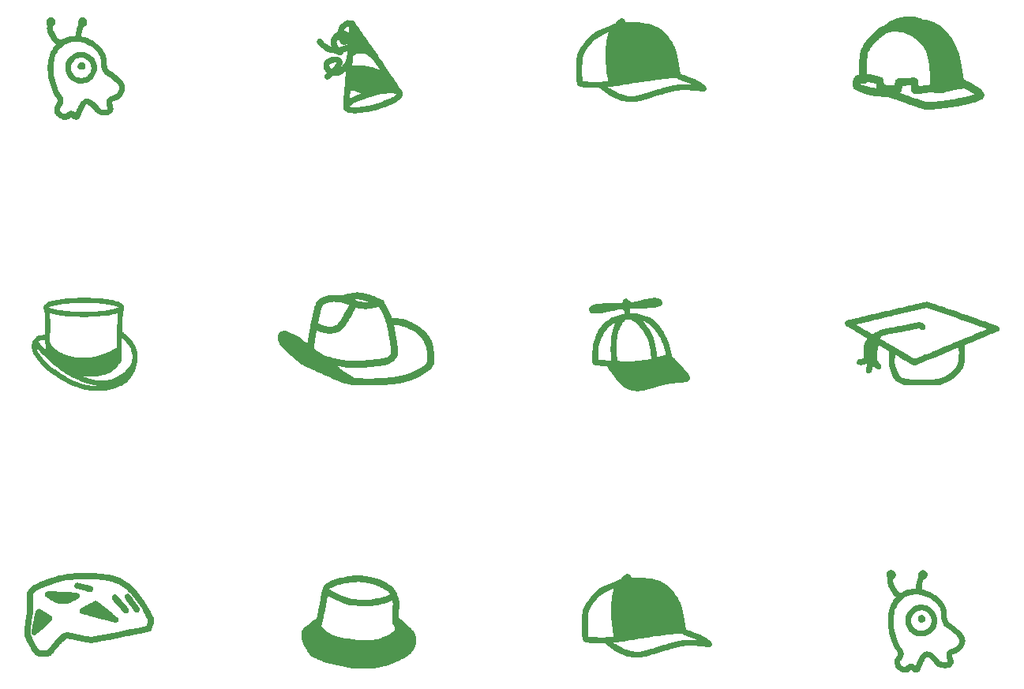
<source format=gbr>
%TF.GenerationSoftware,KiCad,Pcbnew,(7.0.0)*%
%TF.CreationDate,2023-05-18T16:05:58-04:00*%
%TF.ProjectId,eib-64-cap,6569622d-3634-42d6-9361-702e6b696361,B*%
%TF.SameCoordinates,Original*%
%TF.FileFunction,Soldermask,Bot*%
%TF.FilePolarity,Negative*%
%FSLAX46Y46*%
G04 Gerber Fmt 4.6, Leading zero omitted, Abs format (unit mm)*
G04 Created by KiCad (PCBNEW (7.0.0)) date 2023-05-18 16:05:58*
%MOMM*%
%LPD*%
G01*
G04 APERTURE LIST*
G04 APERTURE END LIST*
%TO.C,G\u002A\u002A\u002A*%
G36*
X115571268Y-127565116D02*
G01*
X115619581Y-127687834D01*
X115679432Y-127856007D01*
X115730984Y-128019378D01*
X115772132Y-128172732D01*
X115800771Y-128310855D01*
X115801722Y-128316963D01*
X115806980Y-128374126D01*
X115810344Y-128457190D01*
X115811875Y-128562839D01*
X115811633Y-128687755D01*
X115809679Y-128828624D01*
X115806071Y-128982129D01*
X115800872Y-129144953D01*
X115794140Y-129313780D01*
X115785937Y-129485294D01*
X115776322Y-129656178D01*
X115751563Y-130063518D01*
X115808645Y-130110281D01*
X115841319Y-130137714D01*
X115895264Y-130184044D01*
X115964680Y-130244313D01*
X116046045Y-130315420D01*
X116135840Y-130394269D01*
X116230544Y-130477762D01*
X116326639Y-130562800D01*
X116420602Y-130646287D01*
X116508915Y-130725123D01*
X116588056Y-130796211D01*
X116673979Y-130874711D01*
X116775250Y-130969401D01*
X116878749Y-131068170D01*
X116981454Y-131167995D01*
X117080341Y-131265851D01*
X117105231Y-131290962D01*
X117172386Y-131358715D01*
X117254566Y-131443564D01*
X117323856Y-131517373D01*
X117377233Y-131577120D01*
X117411672Y-131619780D01*
X117419155Y-131630198D01*
X117452489Y-131679907D01*
X117478932Y-131727753D01*
X117500801Y-131779988D01*
X117520417Y-131842867D01*
X117540098Y-131922642D01*
X117562163Y-132025568D01*
X117575314Y-132090090D01*
X117595662Y-132195407D01*
X117610380Y-132282888D01*
X117620334Y-132359838D01*
X117626388Y-132433562D01*
X117629409Y-132511365D01*
X117630261Y-132600552D01*
X117627440Y-132714237D01*
X117603578Y-132933179D01*
X117554703Y-133137796D01*
X117479960Y-133330536D01*
X117378492Y-133513852D01*
X117249442Y-133690192D01*
X117232779Y-133710068D01*
X117103649Y-133846748D01*
X116947579Y-133986251D01*
X116766765Y-134127257D01*
X116563403Y-134268449D01*
X116339688Y-134408507D01*
X116097817Y-134546113D01*
X115839985Y-134679948D01*
X115568388Y-134808692D01*
X115285222Y-134931028D01*
X114992682Y-135045636D01*
X114973275Y-135052827D01*
X114612392Y-135176266D01*
X114238485Y-135285752D01*
X113858268Y-135379764D01*
X113478455Y-135456785D01*
X113105762Y-135515293D01*
X112746903Y-135553770D01*
X112737659Y-135554509D01*
X112656727Y-135560999D01*
X112581238Y-135567083D01*
X112519271Y-135572106D01*
X112478908Y-135575417D01*
X112450101Y-135577098D01*
X112382257Y-135578759D01*
X112292251Y-135579210D01*
X112184769Y-135578561D01*
X112064495Y-135576920D01*
X111936116Y-135574397D01*
X111804317Y-135571101D01*
X111673786Y-135567143D01*
X111549206Y-135562632D01*
X111435265Y-135557678D01*
X111336648Y-135552389D01*
X111258041Y-135546875D01*
X110861399Y-135508707D01*
X110443286Y-135457697D01*
X110027809Y-135396267D01*
X109617655Y-135325066D01*
X109215512Y-135244743D01*
X108824068Y-135155949D01*
X108446013Y-135059333D01*
X108084034Y-134955545D01*
X107740819Y-134845235D01*
X107419057Y-134729052D01*
X107121436Y-134607646D01*
X106850644Y-134481667D01*
X106761701Y-134436310D01*
X106602887Y-134348956D01*
X106466786Y-134263804D01*
X106349236Y-134177670D01*
X106246074Y-134087369D01*
X106153138Y-133989717D01*
X106066266Y-133881528D01*
X106044717Y-133852188D01*
X105896292Y-133628248D01*
X105758570Y-133382225D01*
X105634128Y-133119963D01*
X105525544Y-132847304D01*
X105435393Y-132570092D01*
X105366253Y-132294171D01*
X105364031Y-132283594D01*
X105348204Y-132202033D01*
X105337420Y-132129513D01*
X105330766Y-132056338D01*
X105327326Y-131972812D01*
X105326187Y-131869237D01*
X105326322Y-131783936D01*
X105327726Y-131712235D01*
X105331048Y-131658448D01*
X105336910Y-131616345D01*
X105345931Y-131579695D01*
X105358731Y-131542270D01*
X105378030Y-131495846D01*
X105418646Y-131419207D01*
X105472093Y-131339741D01*
X105539955Y-131255881D01*
X105623816Y-131166059D01*
X105725261Y-131068708D01*
X105822280Y-130983083D01*
X107447721Y-130983083D01*
X107535117Y-131099066D01*
X107598690Y-131178389D01*
X107751344Y-131338854D01*
X107929132Y-131491598D01*
X108129213Y-131634841D01*
X108348745Y-131766801D01*
X108584886Y-131885699D01*
X108834797Y-131989752D01*
X109095635Y-132077181D01*
X109355396Y-132148794D01*
X109693688Y-132228307D01*
X110057484Y-132299687D01*
X110447611Y-132363077D01*
X110864892Y-132418624D01*
X111310151Y-132466471D01*
X111333931Y-132468562D01*
X111418626Y-132474190D01*
X111525196Y-132479305D01*
X111649337Y-132483853D01*
X111786748Y-132487781D01*
X111933127Y-132491036D01*
X112084170Y-132493563D01*
X112235575Y-132495310D01*
X112383040Y-132496223D01*
X112522263Y-132496247D01*
X112648940Y-132495330D01*
X112758770Y-132493418D01*
X112847451Y-132490458D01*
X112910678Y-132486395D01*
X113048934Y-132472050D01*
X113236424Y-132447177D01*
X113403977Y-132417279D01*
X113557421Y-132381100D01*
X113702585Y-132337382D01*
X113845297Y-132284869D01*
X114080212Y-132186626D01*
X114313830Y-132079466D01*
X114530154Y-131970160D01*
X114726761Y-131860070D01*
X114901227Y-131750557D01*
X115051129Y-131642980D01*
X115174043Y-131538702D01*
X115246918Y-131465716D01*
X115298481Y-131402120D01*
X115329197Y-131345320D01*
X115341408Y-131290962D01*
X115337454Y-131234691D01*
X115306170Y-131113551D01*
X115252997Y-130974114D01*
X115177856Y-130819589D01*
X115147722Y-130762742D01*
X115112831Y-130696848D01*
X115083379Y-130641151D01*
X115063626Y-130603704D01*
X115063291Y-130603066D01*
X115053810Y-130583601D01*
X115046253Y-130563109D01*
X115040636Y-130538722D01*
X115036969Y-130507573D01*
X115035268Y-130466794D01*
X115035546Y-130413516D01*
X115037814Y-130344872D01*
X115042088Y-130257993D01*
X115048379Y-130150012D01*
X115056702Y-130018061D01*
X115067069Y-129859272D01*
X115069529Y-129821657D01*
X115083949Y-129590530D01*
X115096183Y-129375010D01*
X115106172Y-129176852D01*
X115113856Y-128997814D01*
X115119173Y-128839651D01*
X115122063Y-128704121D01*
X115122466Y-128592979D01*
X115120321Y-128507981D01*
X115115568Y-128450885D01*
X115108269Y-128403901D01*
X115095521Y-128335976D01*
X115082455Y-128280353D01*
X115070482Y-128242770D01*
X115061014Y-128228967D01*
X115059609Y-128229281D01*
X115039028Y-128238024D01*
X115000404Y-128256336D01*
X114950695Y-128280939D01*
X114825391Y-128339718D01*
X114635377Y-128416677D01*
X114423118Y-128490897D01*
X114192914Y-128561171D01*
X113949067Y-128626290D01*
X113695878Y-128685048D01*
X113437646Y-128736235D01*
X113178674Y-128778644D01*
X112841220Y-128820910D01*
X112382108Y-128855994D01*
X111927988Y-128864919D01*
X111480184Y-128847946D01*
X111040021Y-128805337D01*
X110608823Y-128737355D01*
X110187913Y-128644260D01*
X109778615Y-128526315D01*
X109382255Y-128383781D01*
X109000156Y-128216920D01*
X108633642Y-128025993D01*
X108284037Y-127811263D01*
X108279046Y-127807946D01*
X108221535Y-127770011D01*
X108174619Y-127739568D01*
X108143012Y-127719645D01*
X108131429Y-127713269D01*
X108131427Y-127713309D01*
X108128709Y-127729037D01*
X108121406Y-127769317D01*
X108110362Y-127829549D01*
X108096421Y-127905132D01*
X108080425Y-127991468D01*
X108071774Y-128038830D01*
X108052793Y-128146373D01*
X108031522Y-128270647D01*
X108009356Y-128403340D01*
X107987693Y-128536140D01*
X107967930Y-128660738D01*
X107962489Y-128694633D01*
X107945947Y-128790424D01*
X107924953Y-128904478D01*
X107900112Y-129034004D01*
X107872026Y-129176208D01*
X107841300Y-129328298D01*
X107808537Y-129487483D01*
X107774341Y-129650970D01*
X107739316Y-129815967D01*
X107704066Y-129979682D01*
X107669193Y-130139322D01*
X107635303Y-130292095D01*
X107602998Y-130435209D01*
X107572883Y-130565871D01*
X107545560Y-130681291D01*
X107521634Y-130778674D01*
X107501709Y-130855230D01*
X107486388Y-130908165D01*
X107476275Y-130934688D01*
X107447721Y-130983083D01*
X105822280Y-130983083D01*
X105845874Y-130962260D01*
X105987239Y-130845146D01*
X106150941Y-130715800D01*
X106338563Y-130572653D01*
X106360270Y-130556336D01*
X106472137Y-130472971D01*
X106564197Y-130406015D01*
X106639413Y-130353636D01*
X106700751Y-130314003D01*
X106751172Y-130285282D01*
X106793641Y-130265643D01*
X106831122Y-130253254D01*
X106866577Y-130246283D01*
X106892950Y-130241926D01*
X106927011Y-130233271D01*
X106940338Y-130225167D01*
X106942026Y-130215826D01*
X106949439Y-130180018D01*
X106962162Y-130120310D01*
X106979548Y-130039687D01*
X107000950Y-129941133D01*
X107025721Y-129827635D01*
X107053215Y-129702176D01*
X107082785Y-129567742D01*
X107092317Y-129524260D01*
X107124938Y-129372219D01*
X107157178Y-129217344D01*
X107187993Y-129064944D01*
X107216337Y-128920330D01*
X107241163Y-128788810D01*
X107261426Y-128675695D01*
X107276081Y-128586294D01*
X107292195Y-128481515D01*
X107337937Y-128198673D01*
X107384079Y-127934246D01*
X107430308Y-127689644D01*
X107476310Y-127466279D01*
X107521770Y-127265562D01*
X107566375Y-127088903D01*
X107593544Y-126994336D01*
X108337061Y-126994336D01*
X108402997Y-127044683D01*
X108408710Y-127048991D01*
X108450085Y-127078853D01*
X108508075Y-127119327D01*
X108575791Y-127165645D01*
X108646342Y-127213041D01*
X108949591Y-127401104D01*
X109294766Y-127583895D01*
X109653179Y-127741824D01*
X110026027Y-127875314D01*
X110414507Y-127984791D01*
X110819817Y-128070678D01*
X111243152Y-128133400D01*
X111281272Y-128137165D01*
X111360005Y-128142690D01*
X111459323Y-128147870D01*
X111574193Y-128152595D01*
X111699583Y-128156750D01*
X111830461Y-128160223D01*
X111961793Y-128162901D01*
X112088546Y-128164671D01*
X112205690Y-128165421D01*
X112308190Y-128165038D01*
X112391015Y-128163409D01*
X112449131Y-128160421D01*
X112716559Y-128135075D01*
X113037987Y-128095701D01*
X113338122Y-128047961D01*
X113621276Y-127991064D01*
X113891758Y-127924215D01*
X114153879Y-127846622D01*
X114179740Y-127838208D01*
X114289537Y-127800210D01*
X114401395Y-127758269D01*
X114510241Y-127714547D01*
X114611003Y-127671208D01*
X114698608Y-127630415D01*
X114767983Y-127594330D01*
X114814058Y-127565116D01*
X114813121Y-127557703D01*
X114800728Y-127530201D01*
X114778677Y-127488897D01*
X114750841Y-127440467D01*
X114721091Y-127391584D01*
X114693300Y-127348920D01*
X114671341Y-127319151D01*
X114658321Y-127306155D01*
X114615034Y-127272351D01*
X114550671Y-127228544D01*
X114468910Y-127176847D01*
X114373432Y-127119375D01*
X114267913Y-127058241D01*
X114156033Y-126995559D01*
X114041471Y-126933443D01*
X113927905Y-126874006D01*
X113819014Y-126819364D01*
X113718476Y-126771628D01*
X113548800Y-126696917D01*
X113203706Y-126563795D01*
X112856598Y-126455601D01*
X112505369Y-126372099D01*
X112147914Y-126313052D01*
X111782125Y-126278224D01*
X111405896Y-126267379D01*
X111017120Y-126280281D01*
X110613692Y-126316693D01*
X110193504Y-126376380D01*
X110158652Y-126382260D01*
X109928678Y-126425708D01*
X109699026Y-126476760D01*
X109473371Y-126534240D01*
X109255389Y-126596969D01*
X109048754Y-126663771D01*
X108857142Y-126733467D01*
X108684226Y-126804881D01*
X108533683Y-126876833D01*
X108409186Y-126948148D01*
X108337061Y-126994336D01*
X107593544Y-126994336D01*
X107609811Y-126937714D01*
X107651764Y-126813405D01*
X107691919Y-126717387D01*
X107734660Y-126638709D01*
X107800465Y-126549207D01*
X107883169Y-126468742D01*
X107989022Y-126390436D01*
X108005466Y-126379613D01*
X108183091Y-126275054D01*
X108387115Y-126174751D01*
X108614649Y-126079486D01*
X108862802Y-125990043D01*
X109128685Y-125907204D01*
X109409407Y-125831752D01*
X109702077Y-125764470D01*
X110003807Y-125706141D01*
X110311705Y-125657547D01*
X110622882Y-125619471D01*
X110934447Y-125592696D01*
X111003074Y-125588818D01*
X111128274Y-125584376D01*
X111268187Y-125581977D01*
X111417254Y-125581526D01*
X111569919Y-125582927D01*
X111720623Y-125586084D01*
X111863809Y-125590901D01*
X111993919Y-125597284D01*
X112105394Y-125605135D01*
X112192677Y-125614360D01*
X112302050Y-125629947D01*
X112666645Y-125695034D01*
X113020817Y-125779551D01*
X113368251Y-125884823D01*
X113712633Y-126012179D01*
X114057647Y-126162942D01*
X114406979Y-126338441D01*
X114764313Y-126540002D01*
X114806044Y-126564789D01*
X114903078Y-126623037D01*
X114979737Y-126670667D01*
X115039987Y-126710779D01*
X115087793Y-126746473D01*
X115127123Y-126780849D01*
X115161941Y-126817006D01*
X115196213Y-126858046D01*
X115233905Y-126907067D01*
X115269545Y-126957448D01*
X115339304Y-127071413D01*
X115411292Y-127206649D01*
X115483405Y-127357940D01*
X115553536Y-127520074D01*
X115571268Y-127565116D01*
G37*
G36*
X89546972Y-130401442D02*
G01*
X89546372Y-130414653D01*
X89534773Y-130484941D01*
X89514484Y-130570867D01*
X89485672Y-130678208D01*
X89470590Y-130732612D01*
X89421284Y-130903855D01*
X89375819Y-131049864D01*
X89333202Y-131172769D01*
X89292440Y-131274700D01*
X89252538Y-131357787D01*
X89212504Y-131424160D01*
X89171343Y-131475948D01*
X89128063Y-131515283D01*
X89081669Y-131544293D01*
X89071803Y-131549064D01*
X89038814Y-131562709D01*
X88995351Y-131577880D01*
X88940580Y-131594751D01*
X88873669Y-131613495D01*
X88793784Y-131634287D01*
X88700092Y-131657300D01*
X88591761Y-131682707D01*
X88467957Y-131710682D01*
X88327847Y-131741399D01*
X88170598Y-131775032D01*
X87995377Y-131811753D01*
X87801350Y-131851736D01*
X87587686Y-131895156D01*
X87353550Y-131942186D01*
X87098109Y-131992999D01*
X86820531Y-132047769D01*
X86519982Y-132106670D01*
X86195630Y-132169875D01*
X85846641Y-132237558D01*
X85472181Y-132309892D01*
X85071419Y-132387051D01*
X84643521Y-132469210D01*
X84628665Y-132472059D01*
X84445880Y-132507157D01*
X84265061Y-132541951D01*
X84089093Y-132575881D01*
X83920863Y-132608387D01*
X83763256Y-132638911D01*
X83619158Y-132666891D01*
X83491455Y-132691770D01*
X83383032Y-132712988D01*
X83296775Y-132729984D01*
X83235570Y-132742199D01*
X83175080Y-132754154D01*
X83089320Y-132769752D01*
X83008268Y-132782178D01*
X82929609Y-132791197D01*
X82851027Y-132796571D01*
X82770210Y-132798066D01*
X82684842Y-132795443D01*
X82592608Y-132788468D01*
X82491195Y-132776903D01*
X82378288Y-132760513D01*
X82251573Y-132739060D01*
X82108734Y-132712309D01*
X81947458Y-132680023D01*
X81765429Y-132641965D01*
X81560334Y-132597901D01*
X81329859Y-132547592D01*
X81122081Y-132502367D01*
X80925810Y-132460485D01*
X80754481Y-132424922D01*
X80606719Y-132395404D01*
X80481149Y-132371655D01*
X80376394Y-132353402D01*
X80291080Y-132340370D01*
X80234843Y-132333008D01*
X80193347Y-132329983D01*
X80162557Y-132332914D01*
X80133451Y-132342732D01*
X80097006Y-132360366D01*
X80093506Y-132362157D01*
X80022824Y-132404800D01*
X79941067Y-132465722D01*
X79846836Y-132546116D01*
X79738730Y-132647171D01*
X79615350Y-132770078D01*
X79584329Y-132801859D01*
X79512346Y-132876697D01*
X79444002Y-132949648D01*
X79376673Y-133023764D01*
X79307734Y-133102099D01*
X79234562Y-133187705D01*
X79154533Y-133283636D01*
X79065022Y-133392944D01*
X78963405Y-133518681D01*
X78847058Y-133663902D01*
X78796896Y-133726507D01*
X78726192Y-133814071D01*
X78661108Y-133893899D01*
X78604049Y-133963079D01*
X78557425Y-134018698D01*
X78523641Y-134057842D01*
X78505107Y-134077600D01*
X78465771Y-134110767D01*
X78406270Y-134151942D01*
X78340291Y-134185975D01*
X78263442Y-134214403D01*
X78171331Y-134238769D01*
X78059566Y-134260612D01*
X77923756Y-134281472D01*
X77899882Y-134283695D01*
X77840865Y-134285540D01*
X77763583Y-134285250D01*
X77674344Y-134283093D01*
X77579456Y-134279336D01*
X77485225Y-134274249D01*
X77397960Y-134268098D01*
X77323968Y-134261152D01*
X77269556Y-134253678D01*
X77161705Y-134231971D01*
X77041922Y-134199544D01*
X76938392Y-134159036D01*
X76846680Y-134107378D01*
X76762350Y-134041504D01*
X76680966Y-133958345D01*
X76598091Y-133854833D01*
X76509290Y-133727900D01*
X76477632Y-133679616D01*
X76412264Y-133575506D01*
X76341555Y-133457954D01*
X76267036Y-133329874D01*
X76190236Y-133194181D01*
X76112686Y-133053788D01*
X76035914Y-132911610D01*
X75961453Y-132770560D01*
X75890830Y-132633553D01*
X75825576Y-132503502D01*
X75767222Y-132383323D01*
X75717296Y-132275928D01*
X75677329Y-132184232D01*
X75648852Y-132111149D01*
X75633393Y-132059593D01*
X75626372Y-132019641D01*
X75616591Y-131919395D01*
X75616383Y-131913053D01*
X76274036Y-131913053D01*
X76442830Y-132247615D01*
X76484120Y-132328931D01*
X76573655Y-132501812D01*
X76662495Y-132668879D01*
X76749351Y-132827929D01*
X76832934Y-132976758D01*
X76911956Y-133113160D01*
X76985127Y-133234934D01*
X77051160Y-133339874D01*
X77108766Y-133425776D01*
X77156657Y-133490436D01*
X77193543Y-133531650D01*
X77215555Y-133546961D01*
X77260591Y-133568658D01*
X77312392Y-133586604D01*
X77322843Y-133589330D01*
X77376159Y-133599236D01*
X77446526Y-133606606D01*
X77537727Y-133611755D01*
X77653543Y-133614997D01*
X77656356Y-133615049D01*
X77773894Y-133616262D01*
X77866782Y-133614731D01*
X77938657Y-133609879D01*
X77993153Y-133601126D01*
X78033905Y-133587893D01*
X78064549Y-133569601D01*
X78088720Y-133545671D01*
X78094159Y-133538991D01*
X78119603Y-133507274D01*
X78158304Y-133458678D01*
X78207095Y-133397188D01*
X78262813Y-133326790D01*
X78322292Y-133251472D01*
X78473956Y-133061296D01*
X78662312Y-132831765D01*
X78838186Y-132625636D01*
X79002374Y-132442101D01*
X79155676Y-132280352D01*
X79298891Y-132139583D01*
X79432818Y-132018984D01*
X79558254Y-131917748D01*
X79675998Y-131835067D01*
X79786850Y-131770133D01*
X79799320Y-131763635D01*
X79847390Y-131739398D01*
X79893300Y-131718403D01*
X79938810Y-131700820D01*
X79985682Y-131686821D01*
X80035675Y-131676578D01*
X80090550Y-131670261D01*
X80152068Y-131668042D01*
X80221990Y-131670091D01*
X80302075Y-131676580D01*
X80394086Y-131687681D01*
X80499781Y-131703564D01*
X80620923Y-131724400D01*
X80759271Y-131750361D01*
X80916587Y-131781618D01*
X81094630Y-131818342D01*
X81295161Y-131860704D01*
X81519942Y-131908876D01*
X81770732Y-131963028D01*
X81899883Y-131990742D01*
X82090305Y-132030528D01*
X82256236Y-132063618D01*
X82399560Y-132090296D01*
X82522163Y-132110844D01*
X82625930Y-132125548D01*
X82712747Y-132134691D01*
X82784499Y-132138557D01*
X82843072Y-132137429D01*
X82890351Y-132131592D01*
X83106392Y-132090183D01*
X83643527Y-131987077D01*
X84152834Y-131889086D01*
X84634419Y-131796188D01*
X85088389Y-131708363D01*
X85514850Y-131625588D01*
X85913907Y-131547844D01*
X86285667Y-131475108D01*
X86630235Y-131407361D01*
X86947718Y-131344579D01*
X87238221Y-131286744D01*
X87501851Y-131233832D01*
X87738713Y-131185823D01*
X87948914Y-131142697D01*
X88132558Y-131104431D01*
X88289754Y-131071005D01*
X88420605Y-131042398D01*
X88525219Y-131018588D01*
X88603701Y-130999554D01*
X88656157Y-130985275D01*
X88682693Y-130975730D01*
X88683892Y-130974890D01*
X88696705Y-130954245D01*
X88715104Y-130911902D01*
X88737454Y-130852940D01*
X88762124Y-130782435D01*
X88787478Y-130705469D01*
X88811885Y-130627117D01*
X88833711Y-130552461D01*
X88851323Y-130486577D01*
X88863088Y-130434544D01*
X88867373Y-130401442D01*
X88863632Y-130387294D01*
X88848369Y-130349198D01*
X88822946Y-130292130D01*
X88789094Y-130219612D01*
X88748543Y-130135165D01*
X88703022Y-130042309D01*
X88654261Y-129944567D01*
X88603991Y-129845460D01*
X88553941Y-129748508D01*
X88505841Y-129657233D01*
X88461421Y-129575156D01*
X88432636Y-129523160D01*
X88215319Y-129148249D01*
X87986956Y-128783708D01*
X87750582Y-128434051D01*
X87509232Y-128103791D01*
X87265939Y-127797441D01*
X87215025Y-127737740D01*
X87127440Y-127639967D01*
X87027976Y-127533451D01*
X86920965Y-127422533D01*
X86810739Y-127311556D01*
X86701630Y-127204861D01*
X86597971Y-127106792D01*
X86504093Y-127021689D01*
X86424329Y-126953896D01*
X86196682Y-126779827D01*
X85950302Y-126615246D01*
X85706700Y-126477873D01*
X85465035Y-126367239D01*
X85224471Y-126282875D01*
X85201366Y-126276442D01*
X85133981Y-126260077D01*
X85047649Y-126241322D01*
X84948636Y-126221458D01*
X84843207Y-126201763D01*
X84737628Y-126183516D01*
X84642911Y-126168105D01*
X84021735Y-126078564D01*
X83417399Y-126011834D01*
X82829763Y-125967919D01*
X82258687Y-125946825D01*
X81704031Y-125948560D01*
X81165655Y-125973127D01*
X80643418Y-126020534D01*
X80137180Y-126090787D01*
X79646802Y-126183891D01*
X79172142Y-126299852D01*
X78713061Y-126438676D01*
X78676738Y-126450825D01*
X78423285Y-126538746D01*
X78177656Y-126629381D01*
X77941833Y-126721792D01*
X77717800Y-126815047D01*
X77507541Y-126908209D01*
X77313040Y-127000344D01*
X77136279Y-127090517D01*
X76979242Y-127177793D01*
X76843913Y-127261237D01*
X76732275Y-127339913D01*
X76646312Y-127412888D01*
X76634001Y-127424684D01*
X76609775Y-127448256D01*
X76589796Y-127470228D01*
X76573736Y-127493331D01*
X76561268Y-127520294D01*
X76552063Y-127553849D01*
X76545793Y-127596726D01*
X76542131Y-127651655D01*
X76540747Y-127721368D01*
X76541316Y-127808595D01*
X76543507Y-127916066D01*
X76546994Y-128046512D01*
X76551448Y-128202664D01*
X76552130Y-128227097D01*
X76555776Y-128375434D01*
X76558780Y-128528400D01*
X76561080Y-128680485D01*
X76562617Y-128826180D01*
X76563330Y-128959976D01*
X76563158Y-129076365D01*
X76562042Y-129169837D01*
X76561906Y-129176628D01*
X76559260Y-129290923D01*
X76556189Y-129382483D01*
X76552239Y-129456729D01*
X76546956Y-129519082D01*
X76539887Y-129574963D01*
X76530577Y-129629792D01*
X76518573Y-129688991D01*
X76512245Y-129719436D01*
X76491435Y-129829097D01*
X76468723Y-129961148D01*
X76444735Y-130111131D01*
X76420096Y-130274593D01*
X76395435Y-130447076D01*
X76371376Y-130624126D01*
X76348545Y-130801286D01*
X76327571Y-130974102D01*
X76309077Y-131138116D01*
X76293692Y-131288874D01*
X76292518Y-131301668D01*
X76286207Y-131388011D01*
X76280895Y-131489197D01*
X76277108Y-131593664D01*
X76275375Y-131689849D01*
X76274036Y-131913053D01*
X75616383Y-131913053D01*
X75612498Y-131794729D01*
X75613893Y-131647908D01*
X75620578Y-131481197D01*
X75632354Y-131296858D01*
X75649021Y-131097158D01*
X75670380Y-130884360D01*
X75696233Y-130660728D01*
X75726380Y-130428527D01*
X75760622Y-130190021D01*
X75798760Y-129947475D01*
X75840595Y-129703152D01*
X75852432Y-129636744D01*
X75871176Y-129529929D01*
X75885649Y-129442102D01*
X75896309Y-129367371D01*
X75903615Y-129299844D01*
X75908025Y-129233630D01*
X75909997Y-129162838D01*
X75909989Y-129081574D01*
X75908461Y-128983949D01*
X75905870Y-128864070D01*
X75900790Y-128636855D01*
X75896176Y-128427932D01*
X75892274Y-128243868D01*
X75889148Y-128082844D01*
X75886858Y-127943039D01*
X75885467Y-127822634D01*
X75885036Y-127719809D01*
X75885627Y-127632745D01*
X75887301Y-127559621D01*
X75890120Y-127498618D01*
X75894146Y-127447916D01*
X75899441Y-127405695D01*
X75906066Y-127370136D01*
X75914082Y-127339418D01*
X75923552Y-127311723D01*
X75934538Y-127285230D01*
X75947100Y-127258119D01*
X75961300Y-127228572D01*
X75962183Y-127226738D01*
X76024617Y-127119190D01*
X76107978Y-127012654D01*
X76213073Y-126906598D01*
X76340710Y-126800489D01*
X76491694Y-126693797D01*
X76666835Y-126585990D01*
X76866938Y-126476536D01*
X77092812Y-126364904D01*
X77345263Y-126250562D01*
X77625099Y-126132978D01*
X77850429Y-126043194D01*
X78214387Y-125906636D01*
X78564891Y-125786743D01*
X78907002Y-125682310D01*
X79245780Y-125592132D01*
X79586284Y-125515002D01*
X79933573Y-125449716D01*
X80292709Y-125395066D01*
X80668750Y-125349849D01*
X81066757Y-125312857D01*
X81101910Y-125310382D01*
X81191258Y-125305986D01*
X81303220Y-125302294D01*
X81433923Y-125299304D01*
X81579496Y-125297018D01*
X81736063Y-125295435D01*
X81899754Y-125294556D01*
X82066693Y-125294380D01*
X82233009Y-125294907D01*
X82394827Y-125296138D01*
X82548276Y-125298072D01*
X82689482Y-125300709D01*
X82814572Y-125304050D01*
X82919673Y-125308095D01*
X83000911Y-125312843D01*
X83052161Y-125316746D01*
X83306647Y-125337850D01*
X83560922Y-125361682D01*
X83812165Y-125387859D01*
X84057556Y-125415997D01*
X84294274Y-125445711D01*
X84519497Y-125476619D01*
X84730403Y-125508337D01*
X84924173Y-125540481D01*
X85097984Y-125572668D01*
X85249016Y-125604513D01*
X85374447Y-125635634D01*
X85568514Y-125695866D01*
X85844017Y-125805300D01*
X86119170Y-125942440D01*
X86393507Y-126106858D01*
X86666562Y-126298124D01*
X86937867Y-126515807D01*
X87206956Y-126759479D01*
X87473362Y-127028708D01*
X87736618Y-127323066D01*
X87996258Y-127642123D01*
X88251815Y-127985448D01*
X88502822Y-128352612D01*
X88748812Y-128743186D01*
X88872400Y-128951808D01*
X89007293Y-129189252D01*
X89137622Y-129428604D01*
X89260154Y-129663781D01*
X89371652Y-129888701D01*
X89468884Y-130097282D01*
X89502527Y-130174403D01*
X89527358Y-130239880D01*
X89542831Y-130297897D01*
X89549114Y-130354230D01*
X89546972Y-130401442D01*
G37*
G36*
X77243435Y-129144232D02*
G01*
X77298349Y-129155748D01*
X77302129Y-129157404D01*
X77330587Y-129172806D01*
X77379224Y-129201264D01*
X77445088Y-129240918D01*
X77525229Y-129289910D01*
X77616695Y-129346380D01*
X77716536Y-129408470D01*
X77821801Y-129474319D01*
X77929539Y-129542070D01*
X78036799Y-129609862D01*
X78140630Y-129675837D01*
X78238081Y-129738136D01*
X78326202Y-129794899D01*
X78402041Y-129844268D01*
X78462648Y-129884383D01*
X78505071Y-129913385D01*
X78526360Y-129929415D01*
X78534769Y-129937584D01*
X78572126Y-129982877D01*
X78600712Y-130030252D01*
X78617946Y-130083651D01*
X78626813Y-130163603D01*
X78621076Y-130245247D01*
X78600734Y-130315866D01*
X78598652Y-130319916D01*
X78586542Y-130337194D01*
X78565219Y-130361884D01*
X78533469Y-130395123D01*
X78490078Y-130438050D01*
X78433831Y-130491802D01*
X78363515Y-130557516D01*
X78277917Y-130636332D01*
X78175821Y-130729386D01*
X78056013Y-130837817D01*
X77917281Y-130962763D01*
X77758409Y-131105361D01*
X77622613Y-131227080D01*
X77479183Y-131355587D01*
X77354344Y-131467320D01*
X77246693Y-131563486D01*
X77154826Y-131645293D01*
X77077339Y-131713947D01*
X77012829Y-131770653D01*
X76959893Y-131816620D01*
X76917126Y-131853054D01*
X76883125Y-131881160D01*
X76856487Y-131902146D01*
X76835808Y-131917219D01*
X76819684Y-131927585D01*
X76806711Y-131934451D01*
X76795487Y-131939023D01*
X76784608Y-131942507D01*
X76725316Y-131954512D01*
X76632317Y-131952656D01*
X76543340Y-131927808D01*
X76464698Y-131882034D01*
X76402704Y-131817404D01*
X76389394Y-131798096D01*
X76377095Y-131777971D01*
X76367218Y-131756768D01*
X76360011Y-131732578D01*
X76355721Y-131703489D01*
X76354598Y-131667591D01*
X76356889Y-131622973D01*
X76362843Y-131567725D01*
X76372708Y-131499937D01*
X76386733Y-131417697D01*
X76405165Y-131319096D01*
X76428254Y-131202222D01*
X76456247Y-131065165D01*
X76489393Y-130906014D01*
X76527940Y-130722860D01*
X76572136Y-130513790D01*
X76572969Y-130509855D01*
X76609133Y-130339242D01*
X76644017Y-130175286D01*
X76677113Y-130020339D01*
X76707913Y-129876755D01*
X76735907Y-129746886D01*
X76760587Y-129633085D01*
X76781445Y-129537707D01*
X76797971Y-129463103D01*
X76809658Y-129411626D01*
X76815996Y-129385631D01*
X76834856Y-129336302D01*
X76885410Y-129261360D01*
X76954457Y-129201855D01*
X77036163Y-129163668D01*
X77096522Y-129150123D01*
X77172600Y-129142465D01*
X77243435Y-129144232D01*
G37*
G36*
X83343669Y-128271151D02*
G01*
X83434674Y-128303082D01*
X83439615Y-128306202D01*
X83466284Y-128325902D01*
X83512672Y-128361863D01*
X83577198Y-128412809D01*
X83658279Y-128477468D01*
X83754335Y-128554563D01*
X83863783Y-128642822D01*
X83985041Y-128740968D01*
X84116529Y-128847729D01*
X84256663Y-128961829D01*
X84403862Y-129081994D01*
X84556545Y-129206950D01*
X84687665Y-129314418D01*
X84850904Y-129448321D01*
X84994379Y-129566202D01*
X85119411Y-129669196D01*
X85227321Y-129758441D01*
X85319431Y-129835070D01*
X85397061Y-129900220D01*
X85461534Y-129955027D01*
X85514169Y-130000626D01*
X85556287Y-130038153D01*
X85589211Y-130068743D01*
X85614261Y-130093534D01*
X85632759Y-130113659D01*
X85646024Y-130130255D01*
X85655380Y-130144458D01*
X85662145Y-130157403D01*
X85662898Y-130159029D01*
X85690787Y-130250855D01*
X85692366Y-130342204D01*
X85669453Y-130428697D01*
X85623869Y-130505954D01*
X85557433Y-130569592D01*
X85471965Y-130615233D01*
X85468741Y-130616390D01*
X85411468Y-130628009D01*
X85347496Y-130628616D01*
X85342521Y-130627778D01*
X85311625Y-130620695D01*
X85256066Y-130606921D01*
X85177841Y-130586991D01*
X85078951Y-130561441D01*
X84961392Y-130530803D01*
X84827165Y-130495615D01*
X84678267Y-130456409D01*
X84516698Y-130413721D01*
X84344457Y-130368086D01*
X84163542Y-130320038D01*
X83975951Y-130270111D01*
X83783685Y-130218842D01*
X83588741Y-130166764D01*
X83393118Y-130114412D01*
X83198815Y-130062320D01*
X83007831Y-130011025D01*
X82822164Y-129961059D01*
X82643814Y-129912959D01*
X82474779Y-129867258D01*
X82317057Y-129824492D01*
X82172648Y-129785194D01*
X82043551Y-129749901D01*
X81931764Y-129719146D01*
X81839285Y-129693464D01*
X81768114Y-129673391D01*
X81720250Y-129659460D01*
X81697691Y-129652206D01*
X81688337Y-129647780D01*
X81651304Y-129623634D01*
X81613768Y-129591880D01*
X81612319Y-129590462D01*
X81557989Y-129518728D01*
X81525233Y-129435805D01*
X81514088Y-129347593D01*
X81524593Y-129259992D01*
X81556785Y-129178905D01*
X81610702Y-129110232D01*
X81615159Y-129106686D01*
X81644295Y-129088164D01*
X81695145Y-129058738D01*
X81764959Y-129019841D01*
X81850989Y-128972902D01*
X81950488Y-128919352D01*
X82060706Y-128860624D01*
X82178895Y-128798147D01*
X82302307Y-128733353D01*
X82428194Y-128667673D01*
X82553808Y-128602537D01*
X82676399Y-128539378D01*
X82793220Y-128479625D01*
X82901522Y-128424710D01*
X82998557Y-128376064D01*
X83081577Y-128335117D01*
X83147833Y-128303302D01*
X83194577Y-128282048D01*
X83219061Y-128272788D01*
X83251874Y-128267283D01*
X83343669Y-128271151D01*
G37*
G36*
X85342835Y-127591646D02*
G01*
X85369830Y-127593164D01*
X85395628Y-127597527D01*
X85421755Y-127606172D01*
X85449736Y-127620533D01*
X85481095Y-127642043D01*
X85517357Y-127672139D01*
X85560048Y-127712253D01*
X85610692Y-127763822D01*
X85670813Y-127828279D01*
X85741937Y-127907058D01*
X85825589Y-128001596D01*
X85923294Y-128113325D01*
X86036575Y-128243680D01*
X86166959Y-128394097D01*
X86219733Y-128455086D01*
X86324535Y-128576714D01*
X86423366Y-128692085D01*
X86514633Y-128799300D01*
X86596746Y-128896466D01*
X86668111Y-128981684D01*
X86727139Y-129053060D01*
X86772235Y-129108697D01*
X86801810Y-129146698D01*
X86814271Y-129165169D01*
X86820031Y-129181960D01*
X86830347Y-129241231D01*
X86832869Y-129310628D01*
X86827586Y-129377662D01*
X86814489Y-129429841D01*
X86792213Y-129472785D01*
X86733663Y-129543389D01*
X86659427Y-129595003D01*
X86623416Y-129609451D01*
X86538524Y-129624258D01*
X86448980Y-129618732D01*
X86363902Y-129593965D01*
X86292410Y-129551049D01*
X86287126Y-129546176D01*
X86261598Y-129519527D01*
X86220747Y-129474607D01*
X86166460Y-129413624D01*
X86100625Y-129338784D01*
X86025133Y-129252295D01*
X85941870Y-129156365D01*
X85852726Y-129053199D01*
X85759589Y-128945006D01*
X85664348Y-128833992D01*
X85568892Y-128722364D01*
X85475109Y-128612331D01*
X85384887Y-128506098D01*
X85300115Y-128405873D01*
X85222682Y-128313864D01*
X85154476Y-128232277D01*
X85097386Y-128163320D01*
X85053301Y-128109199D01*
X85024108Y-128072122D01*
X85011698Y-128054296D01*
X85005198Y-128037764D01*
X84990926Y-127980442D01*
X84985154Y-127921424D01*
X84989862Y-127861939D01*
X85017469Y-127773649D01*
X85066941Y-127699186D01*
X85135009Y-127641828D01*
X85218409Y-127604853D01*
X85313873Y-127591538D01*
X85342835Y-127591646D01*
G37*
G36*
X86804781Y-127532112D02*
G01*
X86883419Y-127573153D01*
X86951332Y-127637108D01*
X86965534Y-127655074D01*
X87003727Y-127705159D01*
X87053436Y-127771967D01*
X87112901Y-127853013D01*
X87180358Y-127945813D01*
X87254044Y-128047881D01*
X87332198Y-128156733D01*
X87413056Y-128269882D01*
X87494856Y-128384845D01*
X87575836Y-128499136D01*
X87654232Y-128610271D01*
X87728283Y-128715764D01*
X87796225Y-128813130D01*
X87856296Y-128899885D01*
X87906734Y-128973543D01*
X87945776Y-129031619D01*
X87971659Y-129071629D01*
X87982621Y-129091088D01*
X87996444Y-129151089D01*
X87994510Y-129238720D01*
X87969532Y-129323727D01*
X87924190Y-129400524D01*
X87861161Y-129463526D01*
X87783124Y-129507146D01*
X87757673Y-129513802D01*
X87706295Y-129520094D01*
X87650789Y-129521005D01*
X87633297Y-129520255D01*
X87603208Y-129518387D01*
X87575870Y-129514569D01*
X87549788Y-129507177D01*
X87523467Y-129494591D01*
X87495413Y-129475187D01*
X87464130Y-129447345D01*
X87428123Y-129409442D01*
X87385898Y-129359855D01*
X87335960Y-129296964D01*
X87276813Y-129219145D01*
X87206964Y-129124778D01*
X87124916Y-129012239D01*
X87029175Y-128879907D01*
X86918247Y-128726160D01*
X86910256Y-128715080D01*
X86818849Y-128588001D01*
X86732175Y-128466906D01*
X86651733Y-128353923D01*
X86579019Y-128251184D01*
X86515529Y-128160817D01*
X86462759Y-128084951D01*
X86422208Y-128025716D01*
X86395370Y-127985242D01*
X86383744Y-127965657D01*
X86370032Y-127916510D01*
X86364544Y-127840438D01*
X86372613Y-127762606D01*
X86393759Y-127695893D01*
X86418653Y-127652935D01*
X86478945Y-127586987D01*
X86552501Y-127541424D01*
X86634525Y-127516754D01*
X86720217Y-127513481D01*
X86804781Y-127532112D01*
G37*
G36*
X78126535Y-127249031D02*
G01*
X78202577Y-127250908D01*
X78299826Y-127253990D01*
X78416053Y-127258171D01*
X78549031Y-127263342D01*
X78696534Y-127269397D01*
X78856333Y-127276228D01*
X79026201Y-127283726D01*
X79203911Y-127291785D01*
X79387236Y-127300297D01*
X79573948Y-127309154D01*
X79761820Y-127318249D01*
X79948625Y-127327474D01*
X80132135Y-127336721D01*
X80310122Y-127345884D01*
X80480361Y-127354854D01*
X80640622Y-127363524D01*
X80788680Y-127371786D01*
X80922306Y-127379533D01*
X81039273Y-127386657D01*
X81137354Y-127393051D01*
X81214322Y-127398606D01*
X81267948Y-127403216D01*
X81296007Y-127406773D01*
X81332461Y-127417314D01*
X81407060Y-127457055D01*
X81471290Y-127514739D01*
X81516361Y-127583321D01*
X81535119Y-127639172D01*
X81543756Y-127727463D01*
X81531054Y-127816145D01*
X81498411Y-127897523D01*
X81447224Y-127963902D01*
X81437346Y-127971169D01*
X81403503Y-127992425D01*
X81350072Y-128024182D01*
X81280362Y-128064601D01*
X81197680Y-128111841D01*
X81105333Y-128164064D01*
X81006629Y-128219429D01*
X80904876Y-128276097D01*
X80803380Y-128332228D01*
X80705448Y-128385983D01*
X80614390Y-128435521D01*
X80533512Y-128479004D01*
X80466121Y-128514591D01*
X80415525Y-128540442D01*
X80385031Y-128554719D01*
X80374562Y-128557344D01*
X80334603Y-128561697D01*
X80271771Y-128565109D01*
X80189729Y-128567618D01*
X80092140Y-128569262D01*
X79982667Y-128570078D01*
X79864972Y-128570104D01*
X79742719Y-128569377D01*
X79619571Y-128567935D01*
X79499191Y-128565815D01*
X79385242Y-128563055D01*
X79281386Y-128559692D01*
X79191287Y-128555763D01*
X79118608Y-128551306D01*
X79067012Y-128546359D01*
X79040161Y-128540959D01*
X79036044Y-128538958D01*
X79008229Y-128523013D01*
X78960570Y-128494086D01*
X78896107Y-128454123D01*
X78817882Y-128405071D01*
X78728934Y-128348879D01*
X78632305Y-128287493D01*
X78531034Y-128222862D01*
X78428164Y-128156932D01*
X78326733Y-128091651D01*
X78229784Y-128028967D01*
X78140356Y-127970827D01*
X78061489Y-127919179D01*
X77996226Y-127875970D01*
X77947606Y-127843147D01*
X77918670Y-127822658D01*
X77900348Y-127805964D01*
X77865513Y-127762598D01*
X77837034Y-127713775D01*
X77824931Y-127684658D01*
X77804411Y-127592134D01*
X77809281Y-127501960D01*
X77837640Y-127418384D01*
X77887587Y-127345656D01*
X77957221Y-127288024D01*
X78044640Y-127249737D01*
X78046977Y-127249327D01*
X78073925Y-127248469D01*
X78126535Y-127249031D01*
G37*
G36*
X81307494Y-126326869D02*
G01*
X81340784Y-126333032D01*
X81397705Y-126345526D01*
X81475497Y-126363681D01*
X81571398Y-126386824D01*
X81682645Y-126414285D01*
X81806478Y-126445391D01*
X81940134Y-126479471D01*
X82080851Y-126515854D01*
X82131942Y-126529154D01*
X82292369Y-126570994D01*
X82428211Y-126606778D01*
X82541744Y-126637388D01*
X82635244Y-126663705D01*
X82710990Y-126686612D01*
X82771258Y-126706992D01*
X82818324Y-126725725D01*
X82854468Y-126743696D01*
X82881964Y-126761784D01*
X82903091Y-126780874D01*
X82920125Y-126801846D01*
X82935344Y-126825583D01*
X82951024Y-126852968D01*
X82971749Y-126896644D01*
X82983151Y-126945172D01*
X82986053Y-127008135D01*
X82985978Y-127014359D01*
X82971538Y-127111438D01*
X82933543Y-127195568D01*
X82873945Y-127263645D01*
X82794696Y-127312561D01*
X82792254Y-127313610D01*
X82767417Y-127322960D01*
X82741128Y-127329530D01*
X82711022Y-127332901D01*
X82674734Y-127332654D01*
X82629899Y-127328371D01*
X82574152Y-127319632D01*
X82505129Y-127306018D01*
X82420464Y-127287110D01*
X82317792Y-127262490D01*
X82194748Y-127231737D01*
X82048967Y-127194434D01*
X81878084Y-127150160D01*
X81872907Y-127148814D01*
X81696189Y-127102565D01*
X81545686Y-127062534D01*
X81419992Y-127028314D01*
X81317701Y-126999502D01*
X81237408Y-126975692D01*
X81177706Y-126956480D01*
X81137189Y-126941459D01*
X81114452Y-126930227D01*
X81095368Y-126915419D01*
X81055021Y-126873810D01*
X81021322Y-126827127D01*
X80991782Y-126753940D01*
X80979619Y-126666631D01*
X80986849Y-126578662D01*
X81013716Y-126500532D01*
X81062991Y-126433485D01*
X81133243Y-126377515D01*
X81215267Y-126340252D01*
X81301415Y-126326327D01*
X81307494Y-126326869D01*
G37*
G36*
X180168908Y-99115524D02*
G01*
X180167005Y-99155290D01*
X180149883Y-99222757D01*
X180123638Y-99271264D01*
X180072014Y-99332871D01*
X180012004Y-99377083D01*
X179995920Y-99384222D01*
X179954737Y-99401733D01*
X179890333Y-99428803D01*
X179804340Y-99464755D01*
X179698391Y-99508911D01*
X179574117Y-99560594D01*
X179433150Y-99619125D01*
X179277122Y-99683828D01*
X179107665Y-99754024D01*
X178926411Y-99829037D01*
X178734991Y-99908189D01*
X178535038Y-99990802D01*
X178328184Y-100076199D01*
X178143154Y-100152557D01*
X177940243Y-100236298D01*
X177744880Y-100316928D01*
X177558777Y-100393740D01*
X177383648Y-100466027D01*
X177221202Y-100533083D01*
X177073154Y-100594200D01*
X176941214Y-100648672D01*
X176827096Y-100695791D01*
X176732510Y-100734852D01*
X176659170Y-100765148D01*
X176608787Y-100785971D01*
X176583074Y-100796615D01*
X176483035Y-100838156D01*
X176483186Y-101548163D01*
X176483111Y-101620630D01*
X176483005Y-101723248D01*
X176482203Y-101888439D01*
X176480600Y-102031398D01*
X176478021Y-102155399D01*
X176474290Y-102263721D01*
X176469231Y-102359640D01*
X176462670Y-102446433D01*
X176454431Y-102527376D01*
X176444339Y-102605747D01*
X176432217Y-102684823D01*
X176417891Y-102767880D01*
X176405706Y-102831021D01*
X176366145Y-102992729D01*
X176318223Y-103136951D01*
X176263240Y-103260120D01*
X176202498Y-103358667D01*
X176147202Y-103432474D01*
X176076857Y-103525054D01*
X176003182Y-103620867D01*
X175930246Y-103714682D01*
X175862119Y-103801271D01*
X175802867Y-103875404D01*
X175756559Y-103931852D01*
X175625157Y-104079796D01*
X175402071Y-104296586D01*
X175161852Y-104490934D01*
X174905348Y-104662396D01*
X174633407Y-104810529D01*
X174346876Y-104934889D01*
X174046604Y-105035032D01*
X173733437Y-105110515D01*
X173408224Y-105160894D01*
X173378095Y-105164338D01*
X173315339Y-105171597D01*
X173262922Y-105177770D01*
X173229853Y-105181799D01*
X173227331Y-105182001D01*
X173200176Y-105182733D01*
X173147055Y-105183368D01*
X173070015Y-105183904D01*
X172971107Y-105184337D01*
X172852379Y-105184663D01*
X172715881Y-105184879D01*
X172563662Y-105184981D01*
X172397771Y-105184966D01*
X172220258Y-105184830D01*
X172033172Y-105184570D01*
X171838561Y-105184182D01*
X171788637Y-105184066D01*
X171561516Y-105183470D01*
X171360586Y-105182803D01*
X171183900Y-105182030D01*
X171029509Y-105181117D01*
X170895465Y-105180030D01*
X170779818Y-105178734D01*
X170680622Y-105177195D01*
X170595926Y-105175378D01*
X170523784Y-105173249D01*
X170462245Y-105170773D01*
X170409363Y-105167917D01*
X170363188Y-105164645D01*
X170321773Y-105160924D01*
X170283168Y-105156719D01*
X170260695Y-105154021D01*
X170018280Y-105117519D01*
X169800290Y-105069543D01*
X169604588Y-105008692D01*
X169429037Y-104933563D01*
X169271499Y-104842755D01*
X169129839Y-104734865D01*
X169001918Y-104608491D01*
X168885601Y-104462232D01*
X168778749Y-104294686D01*
X168679226Y-104104450D01*
X168648777Y-104038850D01*
X168556195Y-103813003D01*
X168472025Y-103564561D01*
X168395725Y-103291815D01*
X168326752Y-102993057D01*
X168326282Y-102990807D01*
X168316027Y-102938474D01*
X168308336Y-102889428D01*
X168302883Y-102838366D01*
X168299342Y-102779985D01*
X168298332Y-102743338D01*
X168952687Y-102743338D01*
X168997428Y-102941141D01*
X169009652Y-102994275D01*
X169076790Y-103256512D01*
X169149034Y-103491068D01*
X169226515Y-103698299D01*
X169309363Y-103878563D01*
X169397709Y-104032216D01*
X169424499Y-104071549D01*
X169499996Y-104163792D01*
X169586290Y-104243041D01*
X169685843Y-104310386D01*
X169801118Y-104366919D01*
X169934576Y-104413731D01*
X170088680Y-104451913D01*
X170265892Y-104482556D01*
X170468674Y-104506749D01*
X170469402Y-104506820D01*
X170512735Y-104509599D01*
X170581740Y-104512237D01*
X170673706Y-104514721D01*
X170785924Y-104517041D01*
X170915682Y-104519182D01*
X171060271Y-104521133D01*
X171216979Y-104522881D01*
X171383097Y-104524415D01*
X171555914Y-104525720D01*
X171732720Y-104526786D01*
X171910803Y-104527599D01*
X172087455Y-104528147D01*
X172259963Y-104528418D01*
X172425619Y-104528399D01*
X172581710Y-104528078D01*
X172725528Y-104527443D01*
X172854361Y-104526480D01*
X172965499Y-104525178D01*
X173056232Y-104523525D01*
X173123849Y-104521507D01*
X173165640Y-104519112D01*
X173258361Y-104509578D01*
X173563610Y-104463439D01*
X173850152Y-104396163D01*
X174118747Y-104307386D01*
X174370152Y-104196742D01*
X174605126Y-104063864D01*
X174824426Y-103908386D01*
X175028810Y-103729943D01*
X175219038Y-103528169D01*
X175258385Y-103481417D01*
X175314238Y-103412970D01*
X175375693Y-103335933D01*
X175439371Y-103254692D01*
X175501894Y-103173633D01*
X175559885Y-103097142D01*
X175609964Y-103029604D01*
X175648755Y-102975406D01*
X175672879Y-102938932D01*
X175685772Y-102914498D01*
X175713399Y-102843378D01*
X175739840Y-102750881D01*
X175763798Y-102641892D01*
X175783972Y-102521291D01*
X175784374Y-102518459D01*
X175794518Y-102430115D01*
X175803691Y-102319083D01*
X175811696Y-102190994D01*
X175818335Y-102051475D01*
X175823410Y-101906156D01*
X175826723Y-101760665D01*
X175828076Y-101620630D01*
X175827271Y-101491681D01*
X175824110Y-101379446D01*
X175812662Y-101114318D01*
X173486707Y-102074729D01*
X173253932Y-102170836D01*
X172982897Y-102282704D01*
X172736104Y-102384508D01*
X172512365Y-102476720D01*
X172310490Y-102559814D01*
X172129293Y-102634263D01*
X171967585Y-102700539D01*
X171824177Y-102759115D01*
X171697883Y-102810464D01*
X171587513Y-102855059D01*
X171491881Y-102893373D01*
X171409796Y-102925878D01*
X171340073Y-102953048D01*
X171281522Y-102975355D01*
X171232955Y-102993273D01*
X171193185Y-103007273D01*
X171161022Y-103017830D01*
X171135280Y-103025416D01*
X171114770Y-103030503D01*
X171098304Y-103033565D01*
X171084694Y-103035074D01*
X171072752Y-103035503D01*
X171070188Y-103035521D01*
X171052827Y-103035866D01*
X171037273Y-103035963D01*
X171021876Y-103034925D01*
X171004984Y-103031865D01*
X170984945Y-103025897D01*
X170960108Y-103016132D01*
X170928822Y-103001684D01*
X170889434Y-102981665D01*
X170840293Y-102955190D01*
X170779748Y-102921371D01*
X170706148Y-102879320D01*
X170617840Y-102828151D01*
X170513173Y-102766977D01*
X170390496Y-102694911D01*
X170248157Y-102611065D01*
X170084504Y-102514553D01*
X169897887Y-102404487D01*
X168991764Y-101870175D01*
X168982172Y-101928610D01*
X168979594Y-101953512D01*
X168976260Y-102004766D01*
X168972695Y-102076074D01*
X168969101Y-102162924D01*
X168965680Y-102260801D01*
X168962633Y-102365192D01*
X168952687Y-102743338D01*
X168298332Y-102743338D01*
X168297386Y-102708980D01*
X168296689Y-102620049D01*
X168296926Y-102507888D01*
X168296949Y-102503490D01*
X168298613Y-102380428D01*
X168302133Y-102240472D01*
X168307130Y-102094737D01*
X168313225Y-101954336D01*
X168320038Y-101830385D01*
X168322717Y-101787206D01*
X168328658Y-101683905D01*
X168332276Y-101605150D01*
X168333604Y-101548070D01*
X168332677Y-101509793D01*
X168329527Y-101487444D01*
X168324190Y-101478153D01*
X168315881Y-101473273D01*
X168284819Y-101454964D01*
X168233553Y-101424717D01*
X168164667Y-101384058D01*
X168080743Y-101334511D01*
X167984364Y-101277601D01*
X167878113Y-101214852D01*
X167764573Y-101147790D01*
X167675994Y-101095505D01*
X167561209Y-101027965D01*
X167467359Y-100973164D01*
X167392291Y-100929974D01*
X167333853Y-100897265D01*
X167289891Y-100873908D01*
X167258254Y-100858775D01*
X167236788Y-100850735D01*
X167223342Y-100848660D01*
X167215763Y-100851420D01*
X167211898Y-100857887D01*
X167205145Y-100881474D01*
X167192509Y-100937056D01*
X167177202Y-101013958D01*
X167159895Y-101108044D01*
X167141257Y-101215176D01*
X167121958Y-101331215D01*
X167102667Y-101452025D01*
X167084056Y-101573468D01*
X167066792Y-101691406D01*
X167051548Y-101801702D01*
X167038991Y-101900218D01*
X167029792Y-101982816D01*
X167023783Y-102077482D01*
X167029045Y-102203341D01*
X167052100Y-102321225D01*
X167094557Y-102435150D01*
X167158027Y-102549136D01*
X167244119Y-102667201D01*
X167354441Y-102793362D01*
X167415020Y-102859853D01*
X167460925Y-102915865D01*
X167491573Y-102963140D01*
X167509864Y-103007146D01*
X167518699Y-103053348D01*
X167520980Y-103107214D01*
X167520842Y-103117693D01*
X167505751Y-103214500D01*
X167467039Y-103297991D01*
X167406577Y-103365223D01*
X167326239Y-103413255D01*
X167274131Y-103427916D01*
X167196494Y-103434455D01*
X167117688Y-103427999D01*
X167051089Y-103408767D01*
X167024962Y-103392789D01*
X166978672Y-103355569D01*
X166922399Y-103303785D01*
X166860512Y-103241847D01*
X166797377Y-103174160D01*
X166737364Y-103105134D01*
X166684840Y-103039177D01*
X166619129Y-102951763D01*
X166610362Y-102995598D01*
X166604504Y-103036931D01*
X166601595Y-103086175D01*
X166599672Y-103121956D01*
X166591597Y-103189021D01*
X166578617Y-103269887D01*
X166562253Y-103356635D01*
X166544026Y-103441341D01*
X166525461Y-103516084D01*
X166508077Y-103572944D01*
X166490421Y-103618405D01*
X166443128Y-103709588D01*
X166387105Y-103776590D01*
X166319627Y-103822194D01*
X166237972Y-103849184D01*
X166149539Y-103856100D01*
X166056676Y-103838376D01*
X165973330Y-103795501D01*
X165917475Y-103746512D01*
X165870880Y-103677010D01*
X165842469Y-103589371D01*
X165835551Y-103551604D01*
X165833655Y-103519013D01*
X165838073Y-103484366D01*
X165849881Y-103439384D01*
X165870150Y-103375784D01*
X165886855Y-103319567D01*
X165912992Y-103205228D01*
X165930028Y-103092119D01*
X165934367Y-103050858D01*
X165941595Y-102982429D01*
X165947854Y-102923507D01*
X165952146Y-102883532D01*
X165958622Y-102823951D01*
X165898395Y-102858631D01*
X165838078Y-102887771D01*
X165743298Y-102921261D01*
X165633551Y-102950189D01*
X165516334Y-102972901D01*
X165399144Y-102987742D01*
X165289478Y-102993057D01*
X165177588Y-102987036D01*
X165081291Y-102966686D01*
X165004567Y-102930547D01*
X164944419Y-102877181D01*
X164897846Y-102805148D01*
X164876604Y-102752112D01*
X164861731Y-102660454D01*
X164872078Y-102570690D01*
X164906108Y-102487656D01*
X164962283Y-102416185D01*
X165039067Y-102361112D01*
X165044148Y-102358520D01*
X165078114Y-102344870D01*
X165118906Y-102335945D01*
X165173752Y-102330597D01*
X165249881Y-102327681D01*
X165299360Y-102326193D01*
X165358978Y-102323442D01*
X165404318Y-102320219D01*
X165428251Y-102316952D01*
X165434720Y-102315119D01*
X165469248Y-102305764D01*
X165512518Y-102294416D01*
X165544947Y-102284016D01*
X165571465Y-102265047D01*
X165586939Y-102232921D01*
X165586952Y-102232880D01*
X165598195Y-102192990D01*
X165607760Y-102147185D01*
X165615848Y-102092639D01*
X165622662Y-102026521D01*
X165628402Y-101946005D01*
X165633271Y-101848263D01*
X165637470Y-101730466D01*
X165641201Y-101589785D01*
X165644666Y-101423394D01*
X165647159Y-101292660D01*
X165649629Y-101171937D01*
X165652001Y-101073715D01*
X165654500Y-100994817D01*
X165657348Y-100932072D01*
X165660768Y-100882304D01*
X165664982Y-100842341D01*
X165670214Y-100809007D01*
X165676685Y-100779129D01*
X165684620Y-100749533D01*
X165694240Y-100717045D01*
X165699837Y-100699100D01*
X165743728Y-100582859D01*
X165747836Y-100574113D01*
X166539567Y-100574113D01*
X166559187Y-100585723D01*
X166563914Y-100586795D01*
X166584468Y-100582399D01*
X166595712Y-100555191D01*
X166602549Y-100526048D01*
X166610536Y-100496666D01*
X166610801Y-100490435D01*
X166600283Y-100493024D01*
X166581227Y-100508374D01*
X166560142Y-100530839D01*
X166543536Y-100554777D01*
X166539567Y-100574113D01*
X165747836Y-100574113D01*
X165800798Y-100461350D01*
X165865389Y-100345759D01*
X165931846Y-100247270D01*
X165958665Y-100211949D01*
X165989940Y-100170406D01*
X166008497Y-100144698D01*
X166017153Y-100130565D01*
X166018726Y-100123746D01*
X166016034Y-100119981D01*
X166015619Y-100119686D01*
X165999117Y-100109653D01*
X165959988Y-100086345D01*
X165899961Y-100050781D01*
X165820766Y-100003979D01*
X165724132Y-99946961D01*
X165611789Y-99880744D01*
X165485467Y-99806349D01*
X165346893Y-99724794D01*
X165197799Y-99637100D01*
X165039914Y-99544286D01*
X164874966Y-99447371D01*
X164744971Y-99370942D01*
X164542642Y-99251648D01*
X164363803Y-99145724D01*
X164207641Y-99052675D01*
X164073343Y-98972006D01*
X163960095Y-98903220D01*
X163867085Y-98845823D01*
X163793499Y-98799320D01*
X163738524Y-98763215D01*
X163701347Y-98737012D01*
X163681153Y-98720217D01*
X163639779Y-98668869D01*
X163623164Y-98632178D01*
X164847143Y-98632178D01*
X164853934Y-98641114D01*
X164869366Y-98654322D01*
X164895038Y-98672814D01*
X164932551Y-98697604D01*
X164983506Y-98729702D01*
X165049503Y-98770121D01*
X165132142Y-98819874D01*
X165233023Y-98879972D01*
X165353746Y-98951428D01*
X165495913Y-99035253D01*
X165661123Y-99132461D01*
X165748782Y-99184012D01*
X165887812Y-99265801D01*
X166018834Y-99342911D01*
X166139773Y-99414119D01*
X166248554Y-99478202D01*
X166343103Y-99533938D01*
X166421346Y-99580104D01*
X166481208Y-99615478D01*
X166520614Y-99638836D01*
X166537490Y-99648956D01*
X166544079Y-99652645D01*
X166561588Y-99656502D01*
X166584930Y-99650773D01*
X166620089Y-99633397D01*
X166673051Y-99602316D01*
X166734229Y-99566818D01*
X166828543Y-99515436D01*
X166936201Y-99459472D01*
X167050008Y-99402513D01*
X167162769Y-99348149D01*
X167267288Y-99299966D01*
X167356371Y-99261554D01*
X167414516Y-99237910D01*
X167519627Y-99196418D01*
X167614877Y-99161158D01*
X167705033Y-99130861D01*
X167794860Y-99104260D01*
X167889125Y-99080086D01*
X167992595Y-99057071D01*
X168110035Y-99033947D01*
X168246212Y-99009444D01*
X168405892Y-98982297D01*
X168734882Y-98927004D01*
X169047659Y-98873648D01*
X169335197Y-98823704D01*
X169599032Y-98776885D01*
X169840697Y-98732902D01*
X170061726Y-98691468D01*
X170263653Y-98652295D01*
X170448014Y-98615095D01*
X170616341Y-98579581D01*
X170770170Y-98545465D01*
X170911033Y-98512459D01*
X170979174Y-98496135D01*
X171109778Y-98465808D01*
X171219218Y-98442132D01*
X171311826Y-98424389D01*
X171391934Y-98411865D01*
X171463874Y-98403842D01*
X171531977Y-98399605D01*
X171600577Y-98398436D01*
X171692586Y-98402589D01*
X171832566Y-98426875D01*
X171955384Y-98472375D01*
X172059992Y-98538515D01*
X172145339Y-98624725D01*
X172210374Y-98730432D01*
X172242694Y-98822273D01*
X172253952Y-98919906D01*
X172241637Y-99012350D01*
X172206383Y-99095145D01*
X172148823Y-99163831D01*
X172126016Y-99182361D01*
X172061847Y-99218451D01*
X171987713Y-99236185D01*
X171896160Y-99237741D01*
X171883597Y-99236961D01*
X171825803Y-99229943D01*
X171781997Y-99215863D01*
X171739922Y-99191056D01*
X171721810Y-99177502D01*
X171683029Y-99142197D01*
X171656803Y-99109817D01*
X171656280Y-99108937D01*
X171634893Y-99079327D01*
X171616410Y-99063366D01*
X171609812Y-99061709D01*
X171571667Y-99061261D01*
X171510033Y-99067852D01*
X171427950Y-99080958D01*
X171328457Y-99100055D01*
X171214596Y-99124621D01*
X171089404Y-99154131D01*
X170995237Y-99176815D01*
X170861621Y-99207722D01*
X170720311Y-99238911D01*
X170569254Y-99270774D01*
X170406396Y-99303701D01*
X170229682Y-99338082D01*
X170037060Y-99374309D01*
X169826476Y-99412773D01*
X169595877Y-99453864D01*
X169343208Y-99497974D01*
X169066417Y-99545492D01*
X168763449Y-99596811D01*
X168671056Y-99612410D01*
X168515944Y-99638898D01*
X168383928Y-99662063D01*
X168271680Y-99682690D01*
X168175872Y-99701561D01*
X168093178Y-99719457D01*
X168020271Y-99737162D01*
X167953824Y-99755458D01*
X167890509Y-99775127D01*
X167827000Y-99796952D01*
X167759969Y-99821716D01*
X167686089Y-99850201D01*
X167647231Y-99865491D01*
X167588800Y-99889731D01*
X167548657Y-99909495D01*
X167521162Y-99928276D01*
X167500674Y-99949567D01*
X167481554Y-99976860D01*
X167457654Y-100017246D01*
X167433464Y-100064527D01*
X167414034Y-100108595D01*
X167402510Y-100142269D01*
X167402039Y-100158367D01*
X167409437Y-100163488D01*
X167440600Y-100182936D01*
X167492146Y-100214017D01*
X167561261Y-100255100D01*
X167645135Y-100304555D01*
X167740954Y-100360753D01*
X167845906Y-100422065D01*
X167957179Y-100486859D01*
X167963338Y-100490435D01*
X168071961Y-100553507D01*
X168187440Y-100620379D01*
X168300802Y-100685845D01*
X168409237Y-100748275D01*
X168509930Y-100806040D01*
X168600071Y-100857509D01*
X168676847Y-100901054D01*
X168737446Y-100935044D01*
X168779055Y-100957849D01*
X168798861Y-100967840D01*
X168812097Y-100973331D01*
X168866659Y-101002264D01*
X168914483Y-101035622D01*
X168924134Y-101042540D01*
X168958477Y-101064679D01*
X169014342Y-101099383D01*
X169089815Y-101145502D01*
X169182982Y-101201887D01*
X169291928Y-101267387D01*
X169414741Y-101340855D01*
X169549506Y-101421139D01*
X169694309Y-101507091D01*
X169847236Y-101597561D01*
X170006374Y-101691399D01*
X170110596Y-101752748D01*
X170264844Y-101843509D01*
X170411219Y-101929596D01*
X170547862Y-102009920D01*
X170672917Y-102083389D01*
X170784526Y-102148915D01*
X170880832Y-102205405D01*
X170959978Y-102251771D01*
X171020106Y-102286921D01*
X171059359Y-102309766D01*
X171075879Y-102319216D01*
X171079173Y-102319680D01*
X171089527Y-102318018D01*
X171107084Y-102313207D01*
X171132678Y-102304909D01*
X171167141Y-102292787D01*
X171211307Y-102276502D01*
X171266009Y-102255717D01*
X171332081Y-102230093D01*
X171410355Y-102199293D01*
X171501664Y-102162979D01*
X171606843Y-102120812D01*
X171726723Y-102072455D01*
X171862139Y-102017570D01*
X172013923Y-101955818D01*
X172182909Y-101886863D01*
X172369930Y-101810366D01*
X172575819Y-101725988D01*
X172801410Y-101633393D01*
X173047534Y-101532242D01*
X173315027Y-101422197D01*
X173604720Y-101302921D01*
X173917448Y-101174075D01*
X174254043Y-101035321D01*
X174615338Y-100886322D01*
X175002167Y-100726739D01*
X175312037Y-100598873D01*
X175624186Y-100470036D01*
X175928429Y-100344434D01*
X176223738Y-100222489D01*
X176509087Y-100104628D01*
X176783450Y-99991275D01*
X177045800Y-99882854D01*
X177295111Y-99779791D01*
X177530355Y-99682510D01*
X177750507Y-99591436D01*
X177954540Y-99506994D01*
X178141427Y-99429608D01*
X178310142Y-99359703D01*
X178459658Y-99297704D01*
X178588950Y-99244036D01*
X178696989Y-99199124D01*
X178782750Y-99163392D01*
X178845207Y-99137264D01*
X178883332Y-99121167D01*
X178896099Y-99115524D01*
X178896074Y-99115508D01*
X178881619Y-99110294D01*
X178841400Y-99096154D01*
X178776582Y-99073493D01*
X178688330Y-99042717D01*
X178577809Y-99004228D01*
X178446181Y-98958432D01*
X178294613Y-98905733D01*
X178124267Y-98846536D01*
X177936310Y-98781244D01*
X177731904Y-98710262D01*
X177512215Y-98633996D01*
X177278407Y-98552848D01*
X177031644Y-98467223D01*
X176773091Y-98377527D01*
X176503911Y-98284162D01*
X176225271Y-98187535D01*
X175938333Y-98088049D01*
X175644262Y-97986108D01*
X172395497Y-96860011D01*
X168645934Y-97735542D01*
X168625732Y-97740259D01*
X168304713Y-97815224D01*
X167990799Y-97888544D01*
X167685138Y-97959948D01*
X167388879Y-98029169D01*
X167103173Y-98095936D01*
X166829167Y-98159982D01*
X166568013Y-98221036D01*
X166320859Y-98278831D01*
X166088854Y-98333098D01*
X165873148Y-98383567D01*
X165674891Y-98429969D01*
X165495231Y-98472036D01*
X165335317Y-98509499D01*
X165196300Y-98542089D01*
X165079329Y-98569536D01*
X164985553Y-98591573D01*
X164916120Y-98607929D01*
X164872182Y-98618337D01*
X164854887Y-98622527D01*
X164853082Y-98623075D01*
X164847393Y-98626502D01*
X164847143Y-98632178D01*
X163623164Y-98632178D01*
X163602043Y-98585535D01*
X163590931Y-98492627D01*
X163606657Y-98391090D01*
X163609921Y-98380661D01*
X163643882Y-98317808D01*
X163697388Y-98258616D01*
X163763033Y-98210014D01*
X163833412Y-98178929D01*
X163835715Y-98178283D01*
X163870185Y-98169360D01*
X163930329Y-98154524D01*
X164014842Y-98134076D01*
X164122421Y-98108320D01*
X164251763Y-98077558D01*
X164401562Y-98042092D01*
X164570515Y-98002226D01*
X164757318Y-97958262D01*
X164960666Y-97910503D01*
X165179257Y-97859251D01*
X165411786Y-97804810D01*
X165656948Y-97747481D01*
X165913440Y-97687567D01*
X166179958Y-97625372D01*
X166455198Y-97561197D01*
X166737856Y-97495346D01*
X167026627Y-97428120D01*
X167320209Y-97359824D01*
X167617296Y-97290759D01*
X167916585Y-97221228D01*
X168216771Y-97151533D01*
X168516552Y-97081978D01*
X168814622Y-97012866D01*
X169109678Y-96944497D01*
X169400416Y-96877177D01*
X169685532Y-96811206D01*
X169963721Y-96746888D01*
X170233680Y-96684525D01*
X170494105Y-96624421D01*
X170743691Y-96566877D01*
X170981136Y-96512196D01*
X171205134Y-96460682D01*
X171414381Y-96412636D01*
X171607575Y-96368361D01*
X171783410Y-96328161D01*
X171940583Y-96292337D01*
X172077789Y-96261193D01*
X172193726Y-96235031D01*
X172287087Y-96214153D01*
X172356571Y-96198863D01*
X172400872Y-96189463D01*
X172418687Y-96186256D01*
X172419987Y-96186295D01*
X172433511Y-96188495D01*
X172456881Y-96194277D01*
X172490909Y-96203915D01*
X172536411Y-96217687D01*
X172594201Y-96235871D01*
X172665093Y-96258742D01*
X172749902Y-96286578D01*
X172849443Y-96319657D01*
X172964529Y-96358255D01*
X173095975Y-96402650D01*
X173244596Y-96453117D01*
X173411205Y-96509936D01*
X173596618Y-96573382D01*
X173801648Y-96643733D01*
X174027111Y-96721266D01*
X174273820Y-96806258D01*
X174542590Y-96898985D01*
X174834235Y-96999726D01*
X175149570Y-97108757D01*
X175489410Y-97226355D01*
X175854567Y-97352798D01*
X176245858Y-97488362D01*
X176329874Y-97517475D01*
X176705626Y-97647660D01*
X177055554Y-97768882D01*
X177380587Y-97881488D01*
X177681654Y-97985825D01*
X177959683Y-98082241D01*
X178215604Y-98171083D01*
X178450344Y-98252699D01*
X178664834Y-98327435D01*
X178860002Y-98395640D01*
X179036776Y-98457661D01*
X179196086Y-98513845D01*
X179338860Y-98564539D01*
X179466027Y-98610092D01*
X179578516Y-98650850D01*
X179677256Y-98687161D01*
X179763176Y-98719372D01*
X179837204Y-98747831D01*
X179900269Y-98772885D01*
X179953301Y-98794881D01*
X179997227Y-98814168D01*
X180032977Y-98831091D01*
X180061480Y-98846000D01*
X180083665Y-98859240D01*
X180100459Y-98871160D01*
X180112793Y-98882107D01*
X180121594Y-98892429D01*
X180127793Y-98902472D01*
X180132317Y-98912584D01*
X180136095Y-98923113D01*
X180140056Y-98934406D01*
X180145130Y-98946811D01*
X180161492Y-98998232D01*
X180170799Y-99076014D01*
X180168908Y-99115524D01*
G37*
G36*
X145042676Y-101856887D02*
G01*
X145044155Y-101865807D01*
X145060238Y-101985425D01*
X145307240Y-102255839D01*
X145314129Y-102263375D01*
X145357237Y-102310253D01*
X145391162Y-102347145D01*
X145481406Y-102444529D01*
X145579653Y-102549954D01*
X145680700Y-102657847D01*
X145779339Y-102762634D01*
X145870366Y-102858742D01*
X145973143Y-102966929D01*
X146110191Y-103111586D01*
X146230531Y-103239234D01*
X146335553Y-103351457D01*
X146426648Y-103449840D01*
X146505205Y-103535965D01*
X146572616Y-103611418D01*
X146630272Y-103677783D01*
X146679563Y-103736644D01*
X146721879Y-103789584D01*
X146758612Y-103838189D01*
X146791151Y-103884042D01*
X146820888Y-103928727D01*
X146849213Y-103973830D01*
X146882053Y-104031173D01*
X146936605Y-104153855D01*
X146967469Y-104271434D01*
X146974632Y-104382208D01*
X146958087Y-104484476D01*
X146917817Y-104576534D01*
X146853814Y-104656682D01*
X146845376Y-104664761D01*
X146808708Y-104696946D01*
X146769937Y-104725141D01*
X146726773Y-104749859D01*
X146676921Y-104771610D01*
X146618089Y-104790906D01*
X146547985Y-104808259D01*
X146464315Y-104824179D01*
X146364788Y-104839180D01*
X146247109Y-104853771D01*
X146108988Y-104868465D01*
X145948130Y-104883773D01*
X145762242Y-104900207D01*
X145693228Y-104906192D01*
X145475542Y-104925727D01*
X145278813Y-104944751D01*
X145099431Y-104963960D01*
X144933781Y-104984049D01*
X144778252Y-105005714D01*
X144629231Y-105029651D01*
X144483105Y-105056556D01*
X144336261Y-105087124D01*
X144185088Y-105122052D01*
X144025971Y-105162035D01*
X143855299Y-105207770D01*
X143669459Y-105259951D01*
X143464837Y-105319276D01*
X143237823Y-105386439D01*
X143216796Y-105392698D01*
X143000067Y-105456701D01*
X142806250Y-105512828D01*
X142632534Y-105561760D01*
X142476111Y-105604177D01*
X142334169Y-105640758D01*
X142203899Y-105672185D01*
X142082490Y-105699138D01*
X141967132Y-105722296D01*
X141855016Y-105742341D01*
X141743332Y-105759951D01*
X141629268Y-105775808D01*
X141608313Y-105778125D01*
X141540685Y-105782462D01*
X141455893Y-105784804D01*
X141359502Y-105785288D01*
X141257076Y-105784049D01*
X141154180Y-105781223D01*
X141056380Y-105776947D01*
X140969241Y-105771355D01*
X140898327Y-105764584D01*
X140849204Y-105756769D01*
X140725551Y-105725138D01*
X140534947Y-105662022D01*
X140348194Y-105581771D01*
X140164178Y-105483461D01*
X139981787Y-105366166D01*
X139799907Y-105228962D01*
X139617424Y-105070923D01*
X139433225Y-104891125D01*
X139246196Y-104688643D01*
X139055224Y-104462552D01*
X138859195Y-104211927D01*
X138656996Y-103935843D01*
X138587390Y-103837178D01*
X138509166Y-103724376D01*
X138435112Y-103615611D01*
X138366918Y-103513478D01*
X138306275Y-103420571D01*
X138254875Y-103339486D01*
X138214408Y-103272818D01*
X138186565Y-103223162D01*
X138173037Y-103193114D01*
X138167264Y-103174313D01*
X138159872Y-103158185D01*
X138147870Y-103146329D01*
X138127476Y-103137712D01*
X138094906Y-103131307D01*
X138046380Y-103126082D01*
X137978114Y-103121009D01*
X137886327Y-103115058D01*
X137854583Y-103112986D01*
X137748991Y-103105708D01*
X137635289Y-103097373D01*
X137517019Y-103088285D01*
X137397723Y-103078747D01*
X137280940Y-103069061D01*
X137170212Y-103059530D01*
X137069079Y-103050457D01*
X136981082Y-103042145D01*
X136909762Y-103034898D01*
X136858661Y-103029017D01*
X136831317Y-103024806D01*
X136778699Y-103004236D01*
X136717770Y-102966961D01*
X136657680Y-102919625D01*
X136606549Y-102868639D01*
X136572497Y-102820417D01*
X136569440Y-102814219D01*
X136556007Y-102780544D01*
X136544534Y-102738461D01*
X136534599Y-102684811D01*
X136525778Y-102616434D01*
X136517649Y-102530171D01*
X136509791Y-102422862D01*
X136501780Y-102291348D01*
X136497987Y-102172067D01*
X137134437Y-102172067D01*
X137136104Y-102255530D01*
X137139680Y-102317179D01*
X137149292Y-102419763D01*
X137254367Y-102428703D01*
X137277374Y-102430573D01*
X137332183Y-102434798D01*
X137407483Y-102440437D01*
X137499173Y-102447190D01*
X137603153Y-102454755D01*
X137715324Y-102462832D01*
X137831585Y-102471118D01*
X137906200Y-102476408D01*
X138021815Y-102484603D01*
X138131455Y-102492371D01*
X138230854Y-102499412D01*
X138315747Y-102505422D01*
X138381868Y-102510101D01*
X138424953Y-102513145D01*
X138546176Y-102521696D01*
X138537914Y-102441862D01*
X138527466Y-102332663D01*
X138510817Y-102113344D01*
X138498129Y-101880270D01*
X138489436Y-101638539D01*
X138484774Y-101393252D01*
X138484177Y-101149507D01*
X138484870Y-101102617D01*
X139118831Y-101102617D01*
X139121064Y-101483017D01*
X139136790Y-101882122D01*
X139166070Y-102299215D01*
X139171906Y-102365083D01*
X139178733Y-102434993D01*
X139184940Y-102491263D01*
X139190020Y-102529344D01*
X139193465Y-102544688D01*
X139193743Y-102544880D01*
X139211065Y-102547678D01*
X139251065Y-102551065D01*
X139309413Y-102554762D01*
X139381781Y-102558493D01*
X139463840Y-102561982D01*
X139487553Y-102562793D01*
X139560711Y-102564594D01*
X139653454Y-102566168D01*
X139762168Y-102567510D01*
X139883243Y-102568611D01*
X140013066Y-102569465D01*
X140148025Y-102570065D01*
X140284510Y-102570404D01*
X140418907Y-102570475D01*
X140547607Y-102570271D01*
X140666996Y-102569786D01*
X140773463Y-102569012D01*
X140863396Y-102567942D01*
X140933184Y-102566569D01*
X140979214Y-102564888D01*
X141192622Y-102550377D01*
X141420357Y-102530090D01*
X141655295Y-102504869D01*
X141891674Y-102475478D01*
X142123734Y-102442682D01*
X142345711Y-102407248D01*
X142551844Y-102369939D01*
X142736370Y-102331523D01*
X142830755Y-102310253D01*
X142821751Y-102130860D01*
X142821301Y-102122077D01*
X142803776Y-101886583D01*
X142775243Y-101635294D01*
X142736661Y-101376684D01*
X142674376Y-101054679D01*
X142581826Y-100690936D01*
X142468644Y-100343703D01*
X142335080Y-100013398D01*
X142181381Y-99700439D01*
X142007797Y-99405244D01*
X141814576Y-99128230D01*
X141601968Y-98869816D01*
X141370222Y-98630419D01*
X141119586Y-98410457D01*
X140925487Y-98266215D01*
X141929996Y-98266215D01*
X141930723Y-98268097D01*
X141944070Y-98285560D01*
X141971529Y-98318145D01*
X142009924Y-98362133D01*
X142056079Y-98413807D01*
X142135484Y-98504063D01*
X142360967Y-98787832D01*
X142566387Y-99089791D01*
X142751499Y-99409357D01*
X142916060Y-99745953D01*
X143059826Y-100098998D01*
X143182553Y-100467912D01*
X143283999Y-100852117D01*
X143363918Y-101251031D01*
X143422068Y-101664076D01*
X143430920Y-101747707D01*
X143439967Y-101842174D01*
X143447797Y-101932710D01*
X143453351Y-102007696D01*
X143463105Y-102159720D01*
X143531531Y-102140421D01*
X143554492Y-102133883D01*
X143635387Y-102110116D01*
X143726264Y-102082512D01*
X143823507Y-102052256D01*
X143923499Y-102020532D01*
X144022627Y-101988525D01*
X144117275Y-101957420D01*
X144203826Y-101928401D01*
X144278667Y-101902654D01*
X144338181Y-101881363D01*
X144378754Y-101865712D01*
X144396769Y-101856887D01*
X144395832Y-101847349D01*
X144390335Y-101814865D01*
X144380832Y-101763577D01*
X144368137Y-101697868D01*
X144353067Y-101622123D01*
X144307681Y-101416784D01*
X144219136Y-101093571D01*
X144110248Y-100775912D01*
X143979852Y-100461087D01*
X143826786Y-100146376D01*
X143649885Y-99829060D01*
X143447987Y-99506418D01*
X143312913Y-99312738D01*
X143137049Y-99092945D01*
X142952409Y-98897413D01*
X142757421Y-98724776D01*
X142550513Y-98573670D01*
X142330115Y-98442727D01*
X142094653Y-98330584D01*
X142085131Y-98326558D01*
X142025585Y-98301834D01*
X141976655Y-98282275D01*
X141943179Y-98269771D01*
X141929996Y-98266215D01*
X140925487Y-98266215D01*
X140850309Y-98210348D01*
X140815426Y-98186457D01*
X140768975Y-98155261D01*
X140729609Y-98131654D01*
X140693032Y-98114954D01*
X140654948Y-98104478D01*
X140611058Y-98099544D01*
X140557068Y-98099469D01*
X140488679Y-98103570D01*
X140401597Y-98111165D01*
X140291523Y-98121572D01*
X140048604Y-98144451D01*
X139945018Y-98268865D01*
X139844603Y-98395892D01*
X139832367Y-98413807D01*
X139681720Y-98634377D01*
X139541321Y-98885169D01*
X139425638Y-99144500D01*
X139385516Y-99253205D01*
X139308021Y-99506308D01*
X139243666Y-99782421D01*
X139192511Y-100080825D01*
X139154614Y-100400804D01*
X139130035Y-100741641D01*
X139118831Y-101102617D01*
X138484870Y-101102617D01*
X138487682Y-100912405D01*
X138495322Y-100687044D01*
X138507132Y-100478524D01*
X138523149Y-100291945D01*
X138562252Y-99980195D01*
X138620096Y-99648297D01*
X138692364Y-99337892D01*
X138778911Y-99049508D01*
X138879596Y-98783674D01*
X138994278Y-98540917D01*
X139015339Y-98499570D01*
X139035996Y-98455213D01*
X139047672Y-98424981D01*
X139048272Y-98413807D01*
X139043701Y-98414623D01*
X139016577Y-98425116D01*
X138972582Y-98445626D01*
X138916818Y-98473506D01*
X138854383Y-98506112D01*
X138790377Y-98540799D01*
X138729902Y-98574921D01*
X138678056Y-98605833D01*
X138676141Y-98607022D01*
X138460666Y-98755221D01*
X138263677Y-98920939D01*
X138084334Y-99105230D01*
X137921796Y-99309149D01*
X137775221Y-99533748D01*
X137643770Y-99780082D01*
X137526601Y-100049205D01*
X137443403Y-100270990D01*
X137348188Y-100559351D01*
X137271354Y-100839902D01*
X137211405Y-101118255D01*
X137166848Y-101400023D01*
X137162573Y-101437096D01*
X137155424Y-101519900D01*
X137149048Y-101619230D01*
X137143607Y-101729608D01*
X137139263Y-101845559D01*
X137136179Y-101961604D01*
X137134516Y-102072265D01*
X137134437Y-102172067D01*
X136497987Y-102172067D01*
X136493349Y-102026195D01*
X136504065Y-101651416D01*
X136541324Y-101275115D01*
X136605223Y-100896741D01*
X136695862Y-100515743D01*
X136813338Y-100131572D01*
X136957751Y-99743676D01*
X136962794Y-99731271D01*
X137081875Y-99464463D01*
X137212942Y-99219545D01*
X137358286Y-98992931D01*
X137520196Y-98781035D01*
X137700965Y-98580273D01*
X137767666Y-98513227D01*
X137968086Y-98330566D01*
X138175479Y-98170158D01*
X138395093Y-98028172D01*
X138632178Y-97900778D01*
X138673961Y-97880578D01*
X138929080Y-97769780D01*
X139189795Y-97678537D01*
X139462105Y-97604957D01*
X139752011Y-97547143D01*
X139787850Y-97541048D01*
X139854555Y-97529307D01*
X139908729Y-97519238D01*
X139945546Y-97511756D01*
X139960177Y-97507772D01*
X139960505Y-97506980D01*
X139960934Y-97487871D01*
X139959158Y-97447701D01*
X139955467Y-97391730D01*
X139950148Y-97325216D01*
X139934867Y-97147912D01*
X139858307Y-97062825D01*
X139781747Y-96977739D01*
X139648939Y-96977292D01*
X139627822Y-96977361D01*
X139592386Y-96978412D01*
X139556004Y-96981167D01*
X139515471Y-96986231D01*
X139467584Y-96994212D01*
X139409140Y-97005716D01*
X139336936Y-97021350D01*
X139247768Y-97041721D01*
X139138433Y-97067435D01*
X139005728Y-97099098D01*
X138803466Y-97147156D01*
X138545240Y-97207161D01*
X138310079Y-97260060D01*
X138096134Y-97306228D01*
X137901558Y-97346039D01*
X137724504Y-97379869D01*
X137563122Y-97408093D01*
X137415565Y-97431085D01*
X137279985Y-97449220D01*
X137219394Y-97455746D01*
X137105730Y-97464303D01*
X136988286Y-97469128D01*
X136873239Y-97470207D01*
X136766766Y-97467524D01*
X136675044Y-97461065D01*
X136604250Y-97450815D01*
X136571627Y-97443303D01*
X136452817Y-97401827D01*
X136352715Y-97342630D01*
X136272808Y-97266764D01*
X136214588Y-97175283D01*
X136198706Y-97139488D01*
X136184304Y-97094680D01*
X136177430Y-97046476D01*
X136175669Y-96982954D01*
X136176255Y-96942116D01*
X136180755Y-96889446D01*
X136191479Y-96846616D01*
X136210529Y-96802760D01*
X136248293Y-96740675D01*
X136307902Y-96674651D01*
X136384891Y-96616698D01*
X136480878Y-96566116D01*
X136597483Y-96522204D01*
X136736326Y-96484261D01*
X136899026Y-96451586D01*
X137087203Y-96423479D01*
X137257445Y-96404188D01*
X137457746Y-96386669D01*
X137683909Y-96371405D01*
X137935220Y-96358429D01*
X138210958Y-96347772D01*
X138510409Y-96339466D01*
X138832853Y-96333544D01*
X139177575Y-96330037D01*
X139681916Y-96326792D01*
X139769899Y-96162865D01*
X139800313Y-96107174D01*
X139841721Y-96036525D01*
X139877671Y-95983966D01*
X139911590Y-95945225D01*
X139946901Y-95916035D01*
X139987027Y-95892124D01*
X140043081Y-95872904D01*
X140116056Y-95864110D01*
X140190348Y-95867974D01*
X140253891Y-95884826D01*
X140254249Y-95884985D01*
X140276453Y-95899316D01*
X140314615Y-95928285D01*
X140364593Y-95968360D01*
X140422245Y-96016006D01*
X140483428Y-96067691D01*
X140544000Y-96119882D01*
X140599818Y-96169046D01*
X140646740Y-96211649D01*
X140680623Y-96244158D01*
X140697325Y-96263040D01*
X140702969Y-96265335D01*
X140731148Y-96264299D01*
X140778070Y-96256833D01*
X140838777Y-96243618D01*
X141040526Y-96195226D01*
X141263292Y-96142197D01*
X141463666Y-96095023D01*
X141643912Y-96053201D01*
X141806293Y-96016229D01*
X141953076Y-95983605D01*
X142086523Y-95954827D01*
X142208899Y-95929393D01*
X142322469Y-95906801D01*
X142429496Y-95886548D01*
X142532245Y-95868134D01*
X142735630Y-95835182D01*
X142950341Y-95807159D01*
X143142106Y-95790471D01*
X143312059Y-95785288D01*
X143461335Y-95791777D01*
X143591067Y-95810111D01*
X143702391Y-95840457D01*
X143796441Y-95882986D01*
X143874351Y-95937867D01*
X143937255Y-96005269D01*
X143986289Y-96085362D01*
X143990519Y-96094355D01*
X144016739Y-96178781D01*
X144026258Y-96272196D01*
X144018853Y-96364553D01*
X143994301Y-96445804D01*
X143973998Y-96484584D01*
X143933944Y-96540753D01*
X143882581Y-96592161D01*
X143818841Y-96639001D01*
X143741660Y-96681466D01*
X143649969Y-96719750D01*
X143542702Y-96754046D01*
X143418793Y-96784547D01*
X143277176Y-96811448D01*
X143116783Y-96834941D01*
X142936549Y-96855220D01*
X142735407Y-96872479D01*
X142512289Y-96886911D01*
X142266131Y-96898709D01*
X141995864Y-96908067D01*
X141700423Y-96915178D01*
X141378742Y-96920236D01*
X141214798Y-96922316D01*
X141070125Y-96924358D01*
X140948879Y-96926360D01*
X140849058Y-96928397D01*
X140768655Y-96930544D01*
X140705667Y-96932875D01*
X140658088Y-96935466D01*
X140623915Y-96938390D01*
X140601142Y-96941723D01*
X140587765Y-96945538D01*
X140581780Y-96949912D01*
X140574857Y-96966752D01*
X140570797Y-96993399D01*
X140569699Y-97033241D01*
X140571594Y-97089779D01*
X140576511Y-97166513D01*
X140584480Y-97266944D01*
X140600306Y-97455833D01*
X140856737Y-97455833D01*
X141054885Y-97459617D01*
X141338039Y-97479985D01*
X141607383Y-97518791D01*
X141867541Y-97576945D01*
X142123139Y-97655354D01*
X142378802Y-97754928D01*
X142651367Y-97886682D01*
X142910464Y-98042185D01*
X143155603Y-98221228D01*
X143386788Y-98423815D01*
X143604024Y-98649950D01*
X143807316Y-98899636D01*
X143861276Y-98973315D01*
X143971866Y-99134151D01*
X144085887Y-99311632D01*
X144199773Y-99499622D01*
X144309959Y-99691985D01*
X144412880Y-99882586D01*
X144504969Y-100065289D01*
X144582663Y-100233958D01*
X144607454Y-100291924D01*
X144727074Y-100598874D01*
X144832472Y-100916518D01*
X144921730Y-101238075D01*
X144992930Y-101556764D01*
X145042676Y-101856887D01*
G37*
G36*
X114215937Y-96202745D02*
G01*
X114219988Y-96209470D01*
X114271355Y-96299894D01*
X114333467Y-96413232D01*
X114408252Y-96552615D01*
X114412615Y-96560844D01*
X114424682Y-96583600D01*
X114505859Y-96740602D01*
X114590446Y-96909971D01*
X114675715Y-97085854D01*
X114758937Y-97262397D01*
X114837384Y-97433747D01*
X114908327Y-97594050D01*
X114969038Y-97737453D01*
X115016788Y-97858102D01*
X115047987Y-97941063D01*
X115215964Y-97933592D01*
X115403965Y-97932674D01*
X115672416Y-97953888D01*
X115952093Y-97999457D01*
X116239629Y-98067678D01*
X116531655Y-98156848D01*
X116824804Y-98265264D01*
X117115710Y-98391223D01*
X117401004Y-98533023D01*
X117677318Y-98688959D01*
X117941287Y-98857329D01*
X118189541Y-99036430D01*
X118418713Y-99224559D01*
X118625436Y-99420012D01*
X118806343Y-99621087D01*
X118958066Y-99826081D01*
X119040498Y-99960409D01*
X119160317Y-100192087D01*
X119268572Y-100446830D01*
X119363901Y-100719646D01*
X119444946Y-101005542D01*
X119510348Y-101299527D01*
X119558746Y-101596609D01*
X119588782Y-101891795D01*
X119597950Y-102148052D01*
X119599096Y-102180093D01*
X119598804Y-102235185D01*
X119590347Y-102459212D01*
X119569445Y-102656769D01*
X119535075Y-102831261D01*
X119486214Y-102986092D01*
X119421839Y-103124665D01*
X119340927Y-103250383D01*
X119242454Y-103366652D01*
X119227544Y-103382129D01*
X119042631Y-103555667D01*
X118828367Y-103726941D01*
X118587754Y-103894396D01*
X118323796Y-104056476D01*
X118039496Y-104211627D01*
X117737858Y-104358294D01*
X117421883Y-104494923D01*
X117094576Y-104619957D01*
X116758941Y-104731843D01*
X116417979Y-104829025D01*
X116403280Y-104832846D01*
X116229921Y-104876173D01*
X116059036Y-104915361D01*
X115887701Y-104950757D01*
X115712990Y-104982703D01*
X115531978Y-105011544D01*
X115341739Y-105037625D01*
X115139350Y-105061289D01*
X114921884Y-105082882D01*
X114686417Y-105102747D01*
X114430023Y-105121229D01*
X114149778Y-105138673D01*
X113842756Y-105155421D01*
X113506033Y-105171820D01*
X113498579Y-105172158D01*
X113400626Y-105175663D01*
X113278153Y-105178686D01*
X113135243Y-105181225D01*
X112975976Y-105183277D01*
X112804436Y-105184840D01*
X112624702Y-105185911D01*
X112440857Y-105186489D01*
X112256982Y-105186570D01*
X112077159Y-105186154D01*
X111905470Y-105185237D01*
X111745995Y-105183817D01*
X111602817Y-105181891D01*
X111480017Y-105179458D01*
X111381677Y-105176516D01*
X111311877Y-105173061D01*
X111032403Y-105150241D01*
X110718197Y-105114189D01*
X110434378Y-105069129D01*
X110180387Y-105014968D01*
X109955664Y-104951617D01*
X109936138Y-104945220D01*
X109820519Y-104904913D01*
X109678660Y-104852159D01*
X109513309Y-104788142D01*
X109327216Y-104714048D01*
X109123130Y-104631061D01*
X108903799Y-104540368D01*
X108671973Y-104443152D01*
X108430401Y-104340600D01*
X108181832Y-104233896D01*
X107929015Y-104124226D01*
X107674698Y-104012774D01*
X107421632Y-103900725D01*
X107172564Y-103789266D01*
X106930244Y-103679580D01*
X106697421Y-103572853D01*
X106476845Y-103470271D01*
X106271263Y-103373017D01*
X106083425Y-103282278D01*
X106022523Y-103252452D01*
X105851721Y-103168129D01*
X105729698Y-103106564D01*
X109213234Y-103106564D01*
X109223280Y-103118536D01*
X109254959Y-103146781D01*
X109303971Y-103187869D01*
X109366018Y-103238369D01*
X109436802Y-103294851D01*
X109512022Y-103353884D01*
X109587381Y-103412038D01*
X109658579Y-103465882D01*
X109721319Y-103511985D01*
X109738915Y-103524588D01*
X109831508Y-103589521D01*
X109945417Y-103667644D01*
X110075522Y-103755534D01*
X110216702Y-103849769D01*
X110363835Y-103946926D01*
X110511802Y-104043583D01*
X110655480Y-104136319D01*
X110725786Y-104182229D01*
X110802696Y-104234481D01*
X110867711Y-104280850D01*
X110915559Y-104317559D01*
X110940965Y-104340830D01*
X110943871Y-104344374D01*
X110959932Y-104361364D01*
X110979221Y-104373747D01*
X111007597Y-104382965D01*
X111050920Y-104390460D01*
X111115048Y-104397675D01*
X111205840Y-104406053D01*
X111240804Y-104408553D01*
X111318603Y-104412315D01*
X111421853Y-104415944D01*
X111546213Y-104419384D01*
X111687341Y-104422583D01*
X111840895Y-104425485D01*
X112002532Y-104428037D01*
X112167910Y-104430184D01*
X112332687Y-104431872D01*
X112492522Y-104433046D01*
X112643071Y-104433652D01*
X112779992Y-104433636D01*
X112898944Y-104432944D01*
X112995584Y-104431521D01*
X113065570Y-104429313D01*
X113086982Y-104428309D01*
X113150536Y-104425379D01*
X113237102Y-104421430D01*
X113340320Y-104416750D01*
X113453835Y-104411628D01*
X113571287Y-104406352D01*
X113807662Y-104395133D01*
X114043514Y-104382691D01*
X114269375Y-104369537D01*
X114480720Y-104355962D01*
X114673022Y-104342258D01*
X114841756Y-104328716D01*
X114982398Y-104315625D01*
X115116280Y-104300793D01*
X115527458Y-104240772D01*
X115933766Y-104160047D01*
X116332000Y-104059756D01*
X116718957Y-103941038D01*
X117091435Y-103805032D01*
X117446229Y-103652875D01*
X117780137Y-103485706D01*
X118089955Y-103304664D01*
X118372480Y-103110886D01*
X118418386Y-103076240D01*
X118543191Y-102976791D01*
X118640813Y-102890000D01*
X118710578Y-102816495D01*
X118751811Y-102756906D01*
X118757137Y-102746136D01*
X118798813Y-102630815D01*
X118826916Y-102490206D01*
X118841920Y-102328041D01*
X118844302Y-102148052D01*
X118834538Y-101953970D01*
X118813102Y-101749528D01*
X118780471Y-101538458D01*
X118737119Y-101324491D01*
X118683523Y-101111360D01*
X118620159Y-100902797D01*
X118547501Y-100702533D01*
X118466025Y-100514300D01*
X118426914Y-100434297D01*
X118357809Y-100308048D01*
X118284944Y-100197206D01*
X118201081Y-100091228D01*
X118098982Y-99979570D01*
X118095981Y-99976458D01*
X117892496Y-99784323D01*
X117661835Y-99599419D01*
X117409053Y-99424390D01*
X117139203Y-99261880D01*
X116857338Y-99114535D01*
X116568512Y-98984999D01*
X116277779Y-98875916D01*
X115990191Y-98789933D01*
X115710802Y-98729693D01*
X115694403Y-98727000D01*
X115616707Y-98716224D01*
X115533759Y-98707315D01*
X115451830Y-98700638D01*
X115377191Y-98696556D01*
X115316113Y-98695433D01*
X115274868Y-98697633D01*
X115259726Y-98703519D01*
X115261674Y-98715684D01*
X115268777Y-98756167D01*
X115280335Y-98820753D01*
X115295561Y-98905071D01*
X115313671Y-99004754D01*
X115333876Y-99115433D01*
X115347225Y-99189068D01*
X115370866Y-99321672D01*
X115397719Y-99474358D01*
X115426520Y-99639859D01*
X115456008Y-99810908D01*
X115484920Y-99980240D01*
X115511992Y-100140587D01*
X115520234Y-100189772D01*
X115560103Y-100429355D01*
X115594483Y-100639841D01*
X115623597Y-100823761D01*
X115647671Y-100983649D01*
X115666929Y-101122038D01*
X115681594Y-101241463D01*
X115691891Y-101344456D01*
X115698044Y-101433550D01*
X115699959Y-101500144D01*
X115700279Y-101511280D01*
X115698818Y-101580178D01*
X115693886Y-101642779D01*
X115685708Y-101701614D01*
X115674508Y-101759219D01*
X115660510Y-101818125D01*
X115640357Y-101889987D01*
X115561830Y-102091206D01*
X115455429Y-102277244D01*
X115322610Y-102446634D01*
X115164833Y-102597910D01*
X114983555Y-102729606D01*
X114780235Y-102840255D01*
X114556330Y-102928393D01*
X114461992Y-102955871D01*
X114317164Y-102989984D01*
X114145378Y-103023596D01*
X113949783Y-103056444D01*
X113733530Y-103088269D01*
X113499767Y-103118810D01*
X113251644Y-103147807D01*
X112992310Y-103174998D01*
X112724914Y-103200124D01*
X112452606Y-103222924D01*
X112178536Y-103243138D01*
X111905853Y-103260504D01*
X111637705Y-103274763D01*
X111377243Y-103285653D01*
X111127616Y-103292915D01*
X110891973Y-103296287D01*
X110673464Y-103295510D01*
X110475239Y-103290322D01*
X110300445Y-103280463D01*
X110208389Y-103272577D01*
X110085288Y-103258995D01*
X109955211Y-103240966D01*
X109812011Y-103217540D01*
X109649541Y-103187764D01*
X109461651Y-103150687D01*
X109416176Y-103141585D01*
X109337251Y-103126352D01*
X109273367Y-103114766D01*
X109230159Y-103107827D01*
X109213259Y-103106537D01*
X109213234Y-103106564D01*
X105729698Y-103106564D01*
X105704742Y-103093973D01*
X105577244Y-103027236D01*
X105464885Y-102965173D01*
X105363324Y-102905035D01*
X105268218Y-102844078D01*
X105175227Y-102779554D01*
X105080007Y-102708716D01*
X104978219Y-102628817D01*
X104865520Y-102537112D01*
X104737568Y-102430854D01*
X104702609Y-102401593D01*
X104486674Y-102218167D01*
X104276869Y-102035418D01*
X104075172Y-101855264D01*
X103883560Y-101679620D01*
X103704008Y-101510403D01*
X103538495Y-101349530D01*
X103388997Y-101198917D01*
X103352368Y-101160358D01*
X106659441Y-101160358D01*
X106659807Y-101178767D01*
X106661517Y-101180198D01*
X106683339Y-101197150D01*
X106727553Y-101230971D01*
X106791305Y-101279491D01*
X106871739Y-101340543D01*
X106966000Y-101411959D01*
X107071232Y-101491571D01*
X107184581Y-101577212D01*
X107698454Y-101965222D01*
X107910529Y-102018625D01*
X107998502Y-102040578D01*
X108184938Y-102085973D01*
X108381932Y-102132606D01*
X108585962Y-102179728D01*
X108793507Y-102226591D01*
X109001047Y-102272447D01*
X109205060Y-102316547D01*
X109402025Y-102358145D01*
X109588421Y-102396492D01*
X109760726Y-102430839D01*
X109915421Y-102460438D01*
X110048983Y-102484542D01*
X110157892Y-102502402D01*
X110238627Y-102513270D01*
X110251527Y-102514461D01*
X110310469Y-102517788D01*
X110395349Y-102520670D01*
X110501139Y-102523084D01*
X110622814Y-102525005D01*
X110755344Y-102526409D01*
X110893704Y-102527271D01*
X111032864Y-102527567D01*
X111167800Y-102527273D01*
X111293482Y-102526364D01*
X111404883Y-102524815D01*
X111496977Y-102522603D01*
X111564736Y-102519703D01*
X111595991Y-102517830D01*
X111659607Y-102514041D01*
X111742950Y-102509093D01*
X111838802Y-102503413D01*
X111939944Y-102497431D01*
X112019071Y-102492583D01*
X112243260Y-102477109D01*
X112472123Y-102458954D01*
X112702274Y-102438522D01*
X112930325Y-102416217D01*
X113152890Y-102392444D01*
X113366583Y-102367606D01*
X113568016Y-102342109D01*
X113753804Y-102316356D01*
X113920559Y-102290753D01*
X114064895Y-102265703D01*
X114183426Y-102241611D01*
X114272764Y-102218881D01*
X114273608Y-102218630D01*
X114442456Y-102154881D01*
X114590698Y-102071494D01*
X114716209Y-101970513D01*
X114816861Y-101853981D01*
X114890528Y-101723940D01*
X114935085Y-101582435D01*
X114935847Y-101578559D01*
X114941592Y-101540833D01*
X114943812Y-101500144D01*
X114942132Y-101450651D01*
X114936178Y-101386510D01*
X114925574Y-101301878D01*
X114909944Y-101190913D01*
X114899029Y-101116683D01*
X114875191Y-100960202D01*
X114848021Y-100787918D01*
X114818086Y-100603031D01*
X114785952Y-100408743D01*
X114752187Y-100208255D01*
X114717357Y-100004769D01*
X114682028Y-99801485D01*
X114646768Y-99601604D01*
X114612144Y-99408329D01*
X114578721Y-99224860D01*
X114547068Y-99054399D01*
X114517750Y-98900146D01*
X114491334Y-98765303D01*
X114468388Y-98653071D01*
X114449477Y-98566651D01*
X114435170Y-98509245D01*
X114399083Y-98394474D01*
X114348583Y-98253933D01*
X114286217Y-98094135D01*
X114214010Y-97919743D01*
X114133987Y-97735420D01*
X114048175Y-97545831D01*
X113958598Y-97355638D01*
X113867281Y-97169506D01*
X113776251Y-96992097D01*
X113772901Y-96985732D01*
X113725393Y-96896571D01*
X113689559Y-96832489D01*
X113662720Y-96789586D01*
X113642200Y-96763958D01*
X113625321Y-96751705D01*
X113609407Y-96748923D01*
X113588739Y-96751921D01*
X113539184Y-96761356D01*
X113466598Y-96776250D01*
X113375684Y-96795616D01*
X113271145Y-96818466D01*
X113157681Y-96843813D01*
X113049478Y-96867983D01*
X112886637Y-96902907D01*
X112746610Y-96930440D01*
X112623916Y-96951265D01*
X112513074Y-96966071D01*
X112408603Y-96975541D01*
X112305022Y-96980362D01*
X112196851Y-96981219D01*
X112078608Y-96978798D01*
X111931018Y-96972355D01*
X111772986Y-96959339D01*
X111623436Y-96938837D01*
X111469558Y-96909030D01*
X111298540Y-96868101D01*
X111228477Y-96850245D01*
X111167755Y-96834956D01*
X111125820Y-96824610D01*
X111109075Y-96820806D01*
X111106929Y-96824976D01*
X111100824Y-96852433D01*
X111093784Y-96897074D01*
X111093164Y-96901012D01*
X111080420Y-96945055D01*
X111053504Y-97011418D01*
X111011766Y-97101517D01*
X110954553Y-97216766D01*
X110881213Y-97358582D01*
X110817135Y-97479944D01*
X110672035Y-97748220D01*
X110536169Y-97989300D01*
X110407966Y-98205545D01*
X110285852Y-98399315D01*
X110168256Y-98572967D01*
X110053605Y-98728863D01*
X109940326Y-98869362D01*
X109826847Y-98996822D01*
X109711596Y-99113603D01*
X109702402Y-99122413D01*
X109556550Y-99251893D01*
X109413315Y-99357424D01*
X109267069Y-99441385D01*
X109112181Y-99506158D01*
X108943021Y-99554122D01*
X108753959Y-99587656D01*
X108539367Y-99609142D01*
X108462169Y-99613545D01*
X108216107Y-99614097D01*
X107971990Y-99595164D01*
X107738502Y-99557659D01*
X107524329Y-99502493D01*
X107460355Y-99481212D01*
X107344079Y-99437908D01*
X107230411Y-99390380D01*
X107129010Y-99342764D01*
X107049535Y-99299194D01*
X107013789Y-99278643D01*
X106979214Y-99265253D01*
X106964672Y-99271765D01*
X106964096Y-99273535D01*
X106954945Y-99310286D01*
X106941937Y-99373581D01*
X106925625Y-99459968D01*
X106906561Y-99565993D01*
X106885297Y-99688204D01*
X106862385Y-99823148D01*
X106838376Y-99967372D01*
X106813823Y-100117422D01*
X106789278Y-100269847D01*
X106765293Y-100421193D01*
X106742420Y-100568007D01*
X106721211Y-100706836D01*
X106702217Y-100834227D01*
X106685991Y-100946728D01*
X106673085Y-101040885D01*
X106664051Y-101113246D01*
X106659441Y-101160358D01*
X103352368Y-101160358D01*
X103257490Y-101060480D01*
X103145953Y-100936136D01*
X103056361Y-100827802D01*
X102990692Y-100737394D01*
X102958213Y-100685785D01*
X102871885Y-100520016D01*
X102811197Y-100353895D01*
X102775943Y-100190231D01*
X102765920Y-100031829D01*
X102780922Y-99881495D01*
X102820744Y-99742037D01*
X102885181Y-99616260D01*
X102974029Y-99506972D01*
X103087083Y-99416979D01*
X103087714Y-99416579D01*
X103182505Y-99366838D01*
X103284305Y-99334472D01*
X103395425Y-99319852D01*
X103518178Y-99323349D01*
X103654876Y-99345334D01*
X103807833Y-99386178D01*
X103979361Y-99446252D01*
X104171772Y-99525927D01*
X104387379Y-99625574D01*
X104754735Y-99813495D01*
X105097265Y-100012304D01*
X105416367Y-100223262D01*
X105716288Y-100448999D01*
X105717624Y-100450071D01*
X105791993Y-100508897D01*
X105857086Y-100558865D01*
X105908905Y-100597031D01*
X105943453Y-100620447D01*
X105956731Y-100626168D01*
X105957527Y-100622510D01*
X105962971Y-100592416D01*
X105972765Y-100535744D01*
X105986224Y-100456537D01*
X106002664Y-100358836D01*
X106021401Y-100246682D01*
X106041749Y-100124118D01*
X106070370Y-99953165D01*
X106109377Y-99725620D01*
X106149797Y-99495368D01*
X106190968Y-99265901D01*
X106232227Y-99040710D01*
X106272913Y-98823287D01*
X106312362Y-98617124D01*
X106341008Y-98471106D01*
X107119623Y-98471106D01*
X107120046Y-98476039D01*
X107137768Y-98496014D01*
X107184161Y-98509174D01*
X107184194Y-98509180D01*
X107230881Y-98523817D01*
X107290939Y-98551636D01*
X107351373Y-98586619D01*
X107406025Y-98620578D01*
X107597554Y-98717196D01*
X107805247Y-98788639D01*
X108032879Y-98836292D01*
X108056828Y-98839760D01*
X108296259Y-98857786D01*
X108544826Y-98847782D01*
X108796058Y-98809970D01*
X108845432Y-98795395D01*
X108936622Y-98751814D01*
X109036235Y-98687010D01*
X109138583Y-98604854D01*
X109237979Y-98509217D01*
X109343881Y-98390818D01*
X109455339Y-98251402D01*
X109570055Y-98092743D01*
X109689261Y-97912909D01*
X109814187Y-97709967D01*
X109946066Y-97481982D01*
X110086128Y-97227023D01*
X110235606Y-96943156D01*
X110242215Y-96930390D01*
X110290109Y-96838684D01*
X110334474Y-96755069D01*
X110372479Y-96684787D01*
X110401295Y-96633077D01*
X110418093Y-96605179D01*
X110448738Y-96560844D01*
X110386827Y-96534305D01*
X110279543Y-96489541D01*
X110040858Y-96400253D01*
X109811979Y-96330799D01*
X109583610Y-96278914D01*
X109346453Y-96242334D01*
X109091211Y-96218796D01*
X108818670Y-96211637D01*
X108546402Y-96228626D01*
X108291368Y-96270558D01*
X108055135Y-96337171D01*
X107839267Y-96428203D01*
X107795960Y-96450929D01*
X107723082Y-96497238D01*
X107666526Y-96549325D01*
X107617941Y-96615743D01*
X107568977Y-96705044D01*
X107564863Y-96713299D01*
X107529679Y-96788724D01*
X107497036Y-96868896D01*
X107465807Y-96957734D01*
X107434862Y-97059158D01*
X107403073Y-97177088D01*
X107369310Y-97315442D01*
X107332445Y-97478141D01*
X107291350Y-97669104D01*
X107289751Y-97676674D01*
X107264108Y-97797062D01*
X107237190Y-97921871D01*
X107210977Y-98042010D01*
X107187453Y-98148389D01*
X107168601Y-98231917D01*
X107165068Y-98247376D01*
X107147377Y-98326967D01*
X107132971Y-98395352D01*
X107123252Y-98445681D01*
X107119623Y-98471106D01*
X106341008Y-98471106D01*
X106349913Y-98425712D01*
X106384904Y-98252541D01*
X106416672Y-98101105D01*
X106444555Y-97974894D01*
X106467891Y-97877400D01*
X106470782Y-97865789D01*
X106485211Y-97804091D01*
X106504115Y-97719184D01*
X106525986Y-97618011D01*
X106549319Y-97507517D01*
X106572607Y-97394645D01*
X106600663Y-97261081D01*
X106655838Y-97023486D01*
X106712540Y-96814116D01*
X106771969Y-96630059D01*
X106835322Y-96468404D01*
X106903799Y-96326240D01*
X106978598Y-96200656D01*
X107060917Y-96088743D01*
X107151955Y-95987588D01*
X107157406Y-95982147D01*
X111038750Y-95982147D01*
X111038880Y-95982265D01*
X111057557Y-95990603D01*
X111100711Y-96006812D01*
X111162055Y-96028604D01*
X111235302Y-96053690D01*
X111299565Y-96074640D01*
X111529565Y-96139009D01*
X111757717Y-96187178D01*
X111972571Y-96216614D01*
X112030476Y-96221649D01*
X112106454Y-96227043D01*
X112169203Y-96230135D01*
X112209116Y-96230366D01*
X112241474Y-96228574D01*
X112302809Y-96225138D01*
X112368172Y-96221444D01*
X112416545Y-96217141D01*
X112455279Y-96210276D01*
X112470131Y-96202745D01*
X112459306Y-96195149D01*
X112421339Y-96180031D01*
X112360714Y-96159671D01*
X112282293Y-96135559D01*
X112190939Y-96109180D01*
X112091515Y-96082021D01*
X111988885Y-96055571D01*
X111916438Y-96038203D01*
X111744281Y-96002296D01*
X111577986Y-95974766D01*
X111425699Y-95956855D01*
X111295564Y-95949808D01*
X111294156Y-95949794D01*
X111205172Y-95950733D01*
X111130586Y-95955011D01*
X111074952Y-95962055D01*
X111042823Y-95971291D01*
X111038750Y-95982147D01*
X107157406Y-95982147D01*
X107180935Y-95958659D01*
X107246671Y-95897301D01*
X107306770Y-95850004D01*
X107372156Y-95808727D01*
X107453753Y-95765429D01*
X107528914Y-95728773D01*
X107752213Y-95634422D01*
X107978849Y-95561471D01*
X108215195Y-95508389D01*
X108467625Y-95473644D01*
X108742513Y-95455704D01*
X108922866Y-95453128D01*
X109279144Y-95469370D01*
X109627591Y-95513343D01*
X109794878Y-95541601D01*
X109845163Y-95489721D01*
X109853689Y-95481357D01*
X109903982Y-95441468D01*
X109955204Y-95411940D01*
X109969224Y-95407214D01*
X110016239Y-95395054D01*
X110088511Y-95378575D01*
X110181710Y-95358691D01*
X110291502Y-95336316D01*
X110413556Y-95312365D01*
X110543538Y-95287752D01*
X110564040Y-95283948D01*
X110753398Y-95249922D01*
X110917078Y-95223350D01*
X111060599Y-95204169D01*
X111189481Y-95192317D01*
X111309242Y-95187731D01*
X111425402Y-95190347D01*
X111543480Y-95200104D01*
X111668995Y-95216938D01*
X111807467Y-95240786D01*
X111964414Y-95271587D01*
X112012050Y-95281458D01*
X112129612Y-95307413D01*
X112245074Y-95335564D01*
X112362477Y-95367175D01*
X112485859Y-95403511D01*
X112619260Y-95445837D01*
X112766719Y-95495416D01*
X112932275Y-95553514D01*
X113119967Y-95621395D01*
X113333834Y-95700324D01*
X113412032Y-95729465D01*
X113582072Y-95793463D01*
X113723743Y-95847835D01*
X113838799Y-95893298D01*
X113928996Y-95930569D01*
X113996089Y-95960367D01*
X114041833Y-95983408D01*
X114067984Y-96000410D01*
X114083381Y-96014300D01*
X114111062Y-96044376D01*
X114141771Y-96084842D01*
X114177437Y-96138830D01*
X114215937Y-96202745D01*
G37*
G36*
X86308246Y-96802602D02*
G01*
X86307710Y-96857743D01*
X86289550Y-96943331D01*
X86270131Y-97012453D01*
X86250908Y-97103856D01*
X86232096Y-97215906D01*
X86213812Y-97347237D01*
X86205289Y-97419380D01*
X86196179Y-97496488D01*
X86179316Y-97662294D01*
X86163343Y-97843293D01*
X86148382Y-98038120D01*
X86134551Y-98245412D01*
X86121971Y-98463806D01*
X86110763Y-98691939D01*
X86101047Y-98928446D01*
X86092943Y-99171965D01*
X86085119Y-99437765D01*
X86111903Y-99437765D01*
X86140463Y-99440446D01*
X86178507Y-99451560D01*
X86221569Y-99472360D01*
X86271126Y-99503976D01*
X86328655Y-99547542D01*
X86395634Y-99604190D01*
X86473541Y-99675051D01*
X86563852Y-99761257D01*
X86668044Y-99863942D01*
X86673843Y-99869728D01*
X86800634Y-99999166D01*
X86912019Y-100119287D01*
X87011432Y-100234212D01*
X87102310Y-100348067D01*
X87188087Y-100464974D01*
X87272200Y-100589057D01*
X87324717Y-100672042D01*
X87449264Y-100895291D01*
X87553175Y-101123705D01*
X87635549Y-101355161D01*
X87695488Y-101587535D01*
X87717615Y-101724020D01*
X87731403Y-101887988D01*
X87734699Y-102049035D01*
X87735057Y-102066520D01*
X87728841Y-102256380D01*
X87713019Y-102454335D01*
X87687854Y-102657152D01*
X87653610Y-102861594D01*
X87610551Y-103064429D01*
X87558941Y-103262422D01*
X87542024Y-103319878D01*
X87449773Y-103590490D01*
X87341713Y-103843907D01*
X87217848Y-104080123D01*
X87078182Y-104299133D01*
X86922719Y-104500932D01*
X86751465Y-104685514D01*
X86564423Y-104852874D01*
X86361599Y-105003007D01*
X86142996Y-105135906D01*
X86024721Y-105194273D01*
X85996669Y-105208116D01*
X85908618Y-105251568D01*
X85724193Y-105330163D01*
X85374823Y-105463008D01*
X85028847Y-105573407D01*
X84686636Y-105661258D01*
X84348561Y-105726459D01*
X84014994Y-105768910D01*
X84003555Y-105769836D01*
X83957723Y-105772314D01*
X83893848Y-105774620D01*
X83815832Y-105776662D01*
X83727578Y-105778348D01*
X83632990Y-105779584D01*
X83535970Y-105780278D01*
X83309505Y-105778575D01*
X83066295Y-105769739D01*
X82835470Y-105752960D01*
X82611704Y-105727620D01*
X82389669Y-105693102D01*
X82164038Y-105648787D01*
X81929484Y-105594060D01*
X81895977Y-105585596D01*
X81536759Y-105483167D01*
X81172644Y-105358186D01*
X80804002Y-105210841D01*
X80431206Y-105041321D01*
X80054625Y-104849812D01*
X79674632Y-104636504D01*
X79291598Y-104401584D01*
X78905895Y-104145239D01*
X78517892Y-103867658D01*
X78492537Y-103848810D01*
X78167886Y-103594417D01*
X77863035Y-103330142D01*
X77575891Y-103053979D01*
X77304357Y-102763920D01*
X77046338Y-102457958D01*
X77040967Y-102451239D01*
X76947569Y-102330113D01*
X76857452Y-102205457D01*
X76772425Y-102080214D01*
X76694300Y-101957330D01*
X76624886Y-101839746D01*
X76565992Y-101730408D01*
X76519428Y-101632258D01*
X76487006Y-101548241D01*
X76472075Y-101496429D01*
X76450728Y-101396291D01*
X76433958Y-101283154D01*
X76422110Y-101163161D01*
X76966922Y-101163161D01*
X76969008Y-101183722D01*
X76973948Y-101219551D01*
X76981037Y-101265327D01*
X76990068Y-101310176D01*
X77012954Y-101385883D01*
X77047227Y-101468220D01*
X77094113Y-101559718D01*
X77154837Y-101662905D01*
X77230627Y-101780314D01*
X77338225Y-101935543D01*
X77459006Y-102096550D01*
X77588498Y-102255696D01*
X77729579Y-102416374D01*
X77885126Y-102581976D01*
X78058016Y-102755896D01*
X78218419Y-102909412D01*
X78413109Y-103084240D01*
X78611699Y-103249413D01*
X78821664Y-103411348D01*
X78885805Y-103458824D01*
X79239806Y-103710442D01*
X79593339Y-103944257D01*
X79945512Y-104159830D01*
X80295430Y-104356721D01*
X80642199Y-104534490D01*
X80984925Y-104692697D01*
X81322714Y-104830903D01*
X81654671Y-104948667D01*
X81979903Y-105045550D01*
X82297515Y-105121112D01*
X82312183Y-105124128D01*
X82423564Y-105145936D01*
X82529624Y-105164439D01*
X82637528Y-105180730D01*
X82754442Y-105195901D01*
X82887533Y-105211044D01*
X82955190Y-105217357D01*
X83053203Y-105224218D01*
X83163332Y-105229989D01*
X83281150Y-105234577D01*
X83402230Y-105237891D01*
X83522146Y-105239839D01*
X83636472Y-105240328D01*
X83740782Y-105239267D01*
X83830649Y-105236564D01*
X83901647Y-105232126D01*
X83941973Y-105228484D01*
X84015234Y-105221389D01*
X84065462Y-105215665D01*
X84092612Y-105211258D01*
X84096640Y-105208116D01*
X84077501Y-105206185D01*
X84035150Y-105205413D01*
X83969542Y-105205745D01*
X83880634Y-105207130D01*
X83732729Y-105208516D01*
X83573726Y-105205903D01*
X83425297Y-105198096D01*
X83383313Y-105194066D01*
X84202870Y-105194066D01*
X84219456Y-105195902D01*
X84235528Y-105194273D01*
X84234061Y-105190009D01*
X84228772Y-105188466D01*
X84204852Y-105190009D01*
X84202870Y-105194066D01*
X83383313Y-105194066D01*
X83282905Y-105184428D01*
X83142012Y-105164234D01*
X82998082Y-105136847D01*
X82846578Y-105101601D01*
X82682961Y-105057830D01*
X82502695Y-105004869D01*
X82326817Y-104949072D01*
X82100234Y-104871020D01*
X81866973Y-104784393D01*
X81629713Y-104690443D01*
X81391134Y-104590420D01*
X81153912Y-104485577D01*
X80920726Y-104377164D01*
X80694254Y-104266433D01*
X80653158Y-104245268D01*
X81989577Y-104245268D01*
X81992090Y-104246652D01*
X82012357Y-104255114D01*
X82050023Y-104269762D01*
X82101827Y-104289355D01*
X82164508Y-104312655D01*
X82234803Y-104338422D01*
X82365259Y-104384851D01*
X82555225Y-104448513D01*
X82737040Y-104504722D01*
X82908202Y-104552790D01*
X83066207Y-104592026D01*
X83208552Y-104621738D01*
X83332733Y-104641237D01*
X83407402Y-104649519D01*
X83644323Y-104664254D01*
X83891793Y-104663602D01*
X84144991Y-104648084D01*
X84399094Y-104618224D01*
X84649281Y-104574544D01*
X84890731Y-104517565D01*
X85118621Y-104447810D01*
X85226840Y-104407118D01*
X85420326Y-104319205D01*
X85620260Y-104209755D01*
X85826006Y-104079155D01*
X86036928Y-103927793D01*
X86252391Y-103756057D01*
X86417917Y-103612742D01*
X86583928Y-103456445D01*
X86727782Y-103306027D01*
X86849411Y-103161574D01*
X86948744Y-103023167D01*
X87025713Y-102890890D01*
X87080248Y-102764825D01*
X87087401Y-102744790D01*
X87105396Y-102696493D01*
X87121479Y-102655997D01*
X87132847Y-102630464D01*
X87134644Y-102626597D01*
X87144533Y-102592877D01*
X87154408Y-102540395D01*
X87163877Y-102473037D01*
X87172549Y-102394686D01*
X87180032Y-102309226D01*
X87185935Y-102220542D01*
X87189867Y-102132516D01*
X87191436Y-102049035D01*
X87191041Y-101965372D01*
X87188845Y-101895665D01*
X87184328Y-101836176D01*
X87176978Y-101780251D01*
X87166286Y-101721231D01*
X87152073Y-101655583D01*
X87092452Y-101448497D01*
X87010632Y-101243369D01*
X86906323Y-101039608D01*
X86779233Y-100836625D01*
X86629070Y-100633831D01*
X86545836Y-100533211D01*
X86453461Y-100428028D01*
X86357551Y-100324355D01*
X86263623Y-100228156D01*
X86177197Y-100145397D01*
X86063260Y-100041023D01*
X86066369Y-101109288D01*
X86066489Y-101150797D01*
X86066998Y-101339929D01*
X86067322Y-101507590D01*
X86067384Y-101655351D01*
X86067106Y-101784785D01*
X86066413Y-101897466D01*
X86065227Y-101994965D01*
X86063471Y-102078856D01*
X86061068Y-102150712D01*
X86057943Y-102212105D01*
X86054017Y-102264608D01*
X86049214Y-102309794D01*
X86043458Y-102349236D01*
X86036671Y-102384506D01*
X86028776Y-102417177D01*
X86019697Y-102448822D01*
X86009357Y-102481014D01*
X85997679Y-102515325D01*
X85996417Y-102518962D01*
X85964969Y-102596092D01*
X85925196Y-102668019D01*
X85873336Y-102740715D01*
X85805628Y-102820148D01*
X85781924Y-102847052D01*
X85737538Y-102899949D01*
X85690789Y-102958058D01*
X85648565Y-103012926D01*
X85589640Y-103089072D01*
X85421383Y-103280423D01*
X85236615Y-103455368D01*
X85049238Y-103602945D01*
X85035760Y-103613560D01*
X85011989Y-103629050D01*
X84819243Y-103754652D01*
X84587487Y-103878300D01*
X84557255Y-103892642D01*
X84386093Y-103967320D01*
X84213344Y-104031074D01*
X84035499Y-104084762D01*
X83849050Y-104129239D01*
X83650487Y-104165360D01*
X83436303Y-104193981D01*
X83202989Y-104215957D01*
X83201107Y-104216103D01*
X83110484Y-104222302D01*
X83005905Y-104228125D01*
X82891512Y-104233451D01*
X82771447Y-104238157D01*
X82649851Y-104242122D01*
X82530867Y-104245223D01*
X82418636Y-104247339D01*
X82317300Y-104248348D01*
X82231001Y-104248127D01*
X82163881Y-104246554D01*
X82127058Y-104245177D01*
X82070971Y-104243622D01*
X82026829Y-104243100D01*
X81998432Y-104243639D01*
X81989577Y-104245268D01*
X80653158Y-104245268D01*
X80477175Y-104154634D01*
X80272166Y-104043020D01*
X80081906Y-103932840D01*
X79909074Y-103825348D01*
X79756347Y-103721793D01*
X79752782Y-103719248D01*
X79618598Y-103620470D01*
X80638453Y-103620470D01*
X80647712Y-103627344D01*
X80671273Y-103631975D01*
X80677145Y-103631858D01*
X80688688Y-103629050D01*
X80679346Y-103620470D01*
X80675565Y-103618177D01*
X80654202Y-103610073D01*
X80639306Y-103610837D01*
X80638453Y-103620470D01*
X79618598Y-103620470D01*
X79594791Y-103602945D01*
X80609245Y-103602945D01*
X80615086Y-103608786D01*
X80620928Y-103602945D01*
X80615086Y-103597103D01*
X80609245Y-103602945D01*
X79594791Y-103602945D01*
X79594735Y-103602904D01*
X79423852Y-103470894D01*
X79242406Y-103325286D01*
X79052665Y-103168151D01*
X78856899Y-103001556D01*
X78657378Y-102827571D01*
X78456371Y-102648265D01*
X78256149Y-102465707D01*
X78058981Y-102281965D01*
X77867137Y-102099109D01*
X77682886Y-101919208D01*
X77508498Y-101744330D01*
X77346243Y-101576545D01*
X77198392Y-101417921D01*
X77067212Y-101270528D01*
X77061554Y-101263998D01*
X77025467Y-101222807D01*
X76995733Y-101189629D01*
X76975301Y-101167709D01*
X76967116Y-101160295D01*
X76966922Y-101163161D01*
X76422110Y-101163161D01*
X76422004Y-101162092D01*
X76415107Y-101038178D01*
X76413506Y-100916486D01*
X76417442Y-100802088D01*
X76427154Y-100700058D01*
X76442882Y-100615468D01*
X76466309Y-100535566D01*
X76489884Y-100476543D01*
X77142347Y-100476543D01*
X77151293Y-100494507D01*
X77152035Y-100495711D01*
X77173586Y-100527209D01*
X77207475Y-100572821D01*
X77250958Y-100629116D01*
X77301291Y-100692665D01*
X77355731Y-100760036D01*
X77411533Y-100827800D01*
X77465953Y-100892525D01*
X77516249Y-100950783D01*
X77544257Y-100982241D01*
X77587837Y-101030102D01*
X77637296Y-101083503D01*
X77690454Y-101140181D01*
X77745130Y-101197871D01*
X77799144Y-101254310D01*
X77850315Y-101307233D01*
X77896464Y-101354377D01*
X77935410Y-101393476D01*
X77964973Y-101422267D01*
X77982972Y-101438485D01*
X77987227Y-101439867D01*
X77981496Y-101425070D01*
X77970702Y-101382018D01*
X77960045Y-101321794D01*
X77950108Y-101248401D01*
X77941471Y-101165842D01*
X77934716Y-101078119D01*
X77931799Y-101034193D01*
X77926314Y-100967639D01*
X77919775Y-100914416D01*
X77911088Y-100868019D01*
X77899162Y-100821944D01*
X77882902Y-100769688D01*
X77864336Y-100708457D01*
X77840428Y-100614151D01*
X77821729Y-100520860D01*
X77809548Y-100435415D01*
X77805197Y-100364646D01*
X77805197Y-100302544D01*
X77662073Y-100309017D01*
X77569501Y-100313775D01*
X77472600Y-100320772D01*
X77393938Y-100329559D01*
X77330671Y-100340808D01*
X77279955Y-100355188D01*
X77238944Y-100373369D01*
X77204794Y-100396021D01*
X77174660Y-100423814D01*
X77157958Y-100441835D01*
X77143767Y-100461412D01*
X77142347Y-100476543D01*
X76489884Y-100476543D01*
X76501923Y-100446403D01*
X76549051Y-100357461D01*
X76611157Y-100261454D01*
X76633699Y-100229333D01*
X76709236Y-100128265D01*
X76782160Y-100043165D01*
X76855332Y-99972626D01*
X76931612Y-99915246D01*
X77013859Y-99869618D01*
X77104935Y-99834339D01*
X77207699Y-99808004D01*
X77325011Y-99789207D01*
X77459733Y-99776546D01*
X77614723Y-99768614D01*
X77815648Y-99761313D01*
X77824822Y-99695928D01*
X77825907Y-99685595D01*
X77828070Y-99646870D01*
X77829916Y-99588156D01*
X77831451Y-99511780D01*
X77832681Y-99420065D01*
X77833614Y-99315337D01*
X77834257Y-99199920D01*
X77834616Y-99076139D01*
X77834697Y-98946318D01*
X77834509Y-98812782D01*
X77834057Y-98677856D01*
X77833348Y-98543865D01*
X77832389Y-98413133D01*
X77831187Y-98287985D01*
X77829749Y-98170746D01*
X77828081Y-98063740D01*
X77826191Y-97969292D01*
X77824084Y-97889728D01*
X77821768Y-97827370D01*
X77819249Y-97784545D01*
X77804213Y-97615047D01*
X77785456Y-97441709D01*
X77785454Y-97441694D01*
X78333837Y-97441694D01*
X78336564Y-97470551D01*
X78347171Y-97560782D01*
X78356982Y-97676220D01*
X78365391Y-97810167D01*
X78372391Y-97960151D01*
X78377977Y-98123702D01*
X78382139Y-98298348D01*
X78384872Y-98481620D01*
X78386169Y-98671045D01*
X78386022Y-98864153D01*
X78384426Y-99058473D01*
X78381371Y-99251534D01*
X78376853Y-99440864D01*
X78370863Y-99623994D01*
X78363396Y-99798452D01*
X78354443Y-99961767D01*
X78343998Y-100111468D01*
X78341987Y-100142091D01*
X78343506Y-100296137D01*
X78363551Y-100448680D01*
X78401167Y-100594440D01*
X78455403Y-100728140D01*
X78482744Y-100782271D01*
X78510688Y-100833239D01*
X78539303Y-100879055D01*
X78573413Y-100927370D01*
X78617840Y-100985833D01*
X78633476Y-101005658D01*
X78710732Y-101094229D01*
X78799248Y-101180857D01*
X78901747Y-101267887D01*
X79020951Y-101357666D01*
X79141067Y-101439867D01*
X79159583Y-101452538D01*
X79320287Y-101552798D01*
X79585909Y-101696551D01*
X79865846Y-101822288D01*
X80160248Y-101930056D01*
X80469265Y-102019901D01*
X80793047Y-102091871D01*
X81131745Y-102146014D01*
X81485510Y-102182376D01*
X81570502Y-102188197D01*
X81746691Y-102196596D01*
X81927254Y-102200733D01*
X82107618Y-102200690D01*
X82283212Y-102196547D01*
X82449463Y-102188384D01*
X82601799Y-102176283D01*
X82735648Y-102160324D01*
X82757149Y-102157145D01*
X82973758Y-102119150D01*
X83201724Y-102069147D01*
X83437890Y-102008307D01*
X83679102Y-101937803D01*
X83922205Y-101858805D01*
X84164044Y-101772486D01*
X84401462Y-101680018D01*
X84631306Y-101582572D01*
X84850420Y-101481320D01*
X85055649Y-101377433D01*
X85243838Y-101272084D01*
X85411832Y-101166445D01*
X85511797Y-101099271D01*
X85526151Y-100224705D01*
X85529814Y-100011116D01*
X85534747Y-99753207D01*
X85539970Y-99514754D01*
X85545572Y-99293548D01*
X85551644Y-99087381D01*
X85558274Y-98894044D01*
X85565551Y-98711329D01*
X85573566Y-98537029D01*
X85582408Y-98368933D01*
X85592165Y-98204836D01*
X85602929Y-98042527D01*
X85614787Y-97879799D01*
X85627830Y-97714444D01*
X85632741Y-97655714D01*
X85638624Y-97588813D01*
X85644015Y-97531039D01*
X85648471Y-97487113D01*
X85651549Y-97461760D01*
X85658100Y-97419380D01*
X85484983Y-97469401D01*
X85360163Y-97503652D01*
X85119409Y-97560957D01*
X84856735Y-97613111D01*
X84572717Y-97660038D01*
X84267933Y-97701662D01*
X83942957Y-97737908D01*
X83598367Y-97768702D01*
X83234738Y-97793967D01*
X82852647Y-97813628D01*
X82842906Y-97814036D01*
X82748874Y-97817171D01*
X82635453Y-97819781D01*
X82506192Y-97821866D01*
X82364642Y-97823425D01*
X82214352Y-97824458D01*
X82058871Y-97824965D01*
X81901749Y-97824945D01*
X81746535Y-97824399D01*
X81596778Y-97823326D01*
X81456029Y-97821725D01*
X81327837Y-97819597D01*
X81215750Y-97816941D01*
X81123320Y-97813757D01*
X80902244Y-97803274D01*
X80513001Y-97779044D01*
X80141561Y-97748261D01*
X79789506Y-97711065D01*
X79458417Y-97667594D01*
X79291844Y-97642320D01*
X79132908Y-97615620D01*
X78983086Y-97587283D01*
X78836182Y-97555989D01*
X78686002Y-97520412D01*
X78526350Y-97479232D01*
X78351030Y-97431124D01*
X78338012Y-97430334D01*
X78333837Y-97441694D01*
X77785454Y-97441694D01*
X77764990Y-97290346D01*
X77742704Y-97160240D01*
X77718488Y-97050672D01*
X77692231Y-96960924D01*
X77674803Y-96896311D01*
X77665326Y-96801364D01*
X78270416Y-96801364D01*
X78303281Y-96818583D01*
X78379171Y-96854722D01*
X78503112Y-96902987D01*
X78648341Y-96949264D01*
X78813686Y-96993377D01*
X78997978Y-97035147D01*
X79200047Y-97074395D01*
X79418721Y-97110946D01*
X79652832Y-97144620D01*
X79901207Y-97175240D01*
X80162677Y-97202628D01*
X80436072Y-97226606D01*
X80720220Y-97246997D01*
X81013953Y-97263622D01*
X81316098Y-97276304D01*
X81572360Y-97283413D01*
X81872662Y-97287301D01*
X82173260Y-97286597D01*
X82472587Y-97281450D01*
X82769071Y-97272009D01*
X83061143Y-97258420D01*
X83347233Y-97240834D01*
X83625773Y-97219398D01*
X83895192Y-97194260D01*
X84153921Y-97165569D01*
X84400391Y-97133473D01*
X84633030Y-97098121D01*
X84850271Y-97059661D01*
X85050544Y-97018241D01*
X85232278Y-96974009D01*
X85393904Y-96927114D01*
X85533854Y-96877704D01*
X85556420Y-96868830D01*
X85617191Y-96844691D01*
X85658374Y-96826887D01*
X85681538Y-96813497D01*
X85688251Y-96802602D01*
X85680080Y-96792284D01*
X85658595Y-96780621D01*
X85625364Y-96765695D01*
X85607096Y-96757702D01*
X85478709Y-96708234D01*
X85328563Y-96660592D01*
X85158004Y-96615042D01*
X84968378Y-96571851D01*
X84761029Y-96531285D01*
X84537303Y-96493611D01*
X84298547Y-96459096D01*
X84046105Y-96428004D01*
X83781324Y-96400604D01*
X83561818Y-96381480D01*
X83260119Y-96359944D01*
X82954052Y-96343282D01*
X82645068Y-96331397D01*
X82334615Y-96324190D01*
X82024143Y-96321566D01*
X81715101Y-96323425D01*
X81408939Y-96329672D01*
X81107106Y-96340207D01*
X80811051Y-96354935D01*
X80522224Y-96373757D01*
X80242074Y-96396577D01*
X79972051Y-96423296D01*
X79713604Y-96453817D01*
X79468181Y-96488042D01*
X79237234Y-96525875D01*
X79022210Y-96567218D01*
X78824559Y-96611973D01*
X78645731Y-96660044D01*
X78487176Y-96711331D01*
X78350341Y-96765739D01*
X78270416Y-96801364D01*
X77665326Y-96801364D01*
X77665019Y-96798287D01*
X77674995Y-96703910D01*
X77704563Y-96617851D01*
X77742878Y-96552811D01*
X77807271Y-96475959D01*
X77890522Y-96403987D01*
X77993361Y-96336483D01*
X78116519Y-96273032D01*
X78260728Y-96213221D01*
X78426718Y-96156637D01*
X78615220Y-96102866D01*
X78733387Y-96073327D01*
X78970014Y-96021765D01*
X79227892Y-95974634D01*
X79505894Y-95932073D01*
X79802896Y-95894218D01*
X80117770Y-95861206D01*
X80449392Y-95833177D01*
X80796634Y-95810265D01*
X81158371Y-95792610D01*
X81173412Y-95792019D01*
X81278831Y-95788714D01*
X81402771Y-95786020D01*
X81541427Y-95783935D01*
X81690990Y-95782461D01*
X81847653Y-95781596D01*
X82007608Y-95781341D01*
X82167049Y-95781696D01*
X82322168Y-95782661D01*
X82469157Y-95784235D01*
X82604210Y-95786420D01*
X82723518Y-95789214D01*
X82823274Y-95792618D01*
X83004305Y-95800892D01*
X83350479Y-95820871D01*
X83681185Y-95845589D01*
X83995660Y-95874929D01*
X84293142Y-95908771D01*
X84572866Y-95946996D01*
X84834072Y-95989486D01*
X85075996Y-96036122D01*
X85297875Y-96086786D01*
X85498947Y-96141358D01*
X85678449Y-96199719D01*
X85835619Y-96261751D01*
X85932777Y-96308525D01*
X86047957Y-96377879D01*
X86143518Y-96453407D01*
X86218287Y-96534148D01*
X86271093Y-96619140D01*
X86292703Y-96677074D01*
X86308600Y-96766166D01*
X86308246Y-96802602D01*
G37*
G36*
X176306870Y-72041053D02*
G01*
X176346995Y-72405828D01*
X176455073Y-72405839D01*
X176479644Y-72406361D01*
X176558655Y-72415677D01*
X176616549Y-72434766D01*
X176655720Y-72456219D01*
X176750612Y-72509402D01*
X176864723Y-72574539D01*
X176993038Y-72648669D01*
X177130545Y-72728832D01*
X177272231Y-72812065D01*
X177413083Y-72895410D01*
X177548087Y-72975904D01*
X177672231Y-73050586D01*
X177780501Y-73116497D01*
X177867885Y-73170674D01*
X177929369Y-73210158D01*
X177949004Y-73223305D01*
X178097348Y-73329234D01*
X178229254Y-73435207D01*
X178340709Y-73537574D01*
X178427702Y-73632683D01*
X178486220Y-73716883D01*
X178504791Y-73751795D01*
X178523080Y-73795120D01*
X178533366Y-73840280D01*
X178537893Y-73898521D01*
X178538297Y-73931530D01*
X178538904Y-73981091D01*
X178538471Y-74041578D01*
X178535255Y-74106039D01*
X178526963Y-74153994D01*
X178511351Y-74196692D01*
X178486173Y-74245385D01*
X178437432Y-74320326D01*
X178370938Y-74395816D01*
X178287555Y-74467444D01*
X178185236Y-74536123D01*
X178061931Y-74602765D01*
X177915589Y-74668283D01*
X177744163Y-74733589D01*
X177545602Y-74799596D01*
X177317856Y-74867216D01*
X177058877Y-74937361D01*
X176766616Y-75010943D01*
X176652208Y-75038388D01*
X176510730Y-75071282D01*
X176369210Y-75103230D01*
X176239166Y-75131637D01*
X176132116Y-75153909D01*
X175989447Y-75181570D01*
X175726205Y-75229057D01*
X175438020Y-75277236D01*
X175131522Y-75325175D01*
X174813337Y-75371940D01*
X174490096Y-75416599D01*
X174168426Y-75458219D01*
X173854955Y-75495866D01*
X173556313Y-75528607D01*
X173279128Y-75555510D01*
X173235189Y-75559098D01*
X173094155Y-75567371D01*
X172930819Y-75573115D01*
X172754883Y-75576050D01*
X172576045Y-75575893D01*
X172536748Y-75575489D01*
X172410036Y-75573943D01*
X172310829Y-75571881D01*
X172232743Y-75568689D01*
X172169389Y-75563751D01*
X172114381Y-75556452D01*
X172061332Y-75546179D01*
X172003855Y-75532316D01*
X171935564Y-75514249D01*
X171890192Y-75501855D01*
X171741638Y-75458838D01*
X171573408Y-75406677D01*
X171383298Y-75344628D01*
X171169106Y-75271948D01*
X170928627Y-75187893D01*
X170659659Y-75091721D01*
X170359997Y-74982687D01*
X170352738Y-74980026D01*
X170045194Y-74867521D01*
X169768612Y-74766859D01*
X169520691Y-74677356D01*
X169299130Y-74598327D01*
X169101625Y-74529089D01*
X168925877Y-74468958D01*
X168769581Y-74417248D01*
X168630437Y-74373276D01*
X168506143Y-74336357D01*
X168394397Y-74305808D01*
X168292897Y-74280944D01*
X168199341Y-74261080D01*
X168111428Y-74245533D01*
X168026854Y-74233618D01*
X167943320Y-74224650D01*
X167858521Y-74217947D01*
X167770158Y-74212822D01*
X167342431Y-74180589D01*
X166893500Y-74126005D01*
X166439966Y-74051168D01*
X165992809Y-73957891D01*
X165563010Y-73847989D01*
X165515734Y-73834456D01*
X165328519Y-73774694D01*
X169504147Y-73774694D01*
X169506188Y-73786661D01*
X169528415Y-73795462D01*
X169552692Y-73803899D01*
X169606946Y-73823341D01*
X169687728Y-73852534D01*
X169791591Y-73890226D01*
X169915086Y-73935164D01*
X170054768Y-73986094D01*
X170207187Y-74041764D01*
X170368897Y-74100920D01*
X170377789Y-74104176D01*
X170665197Y-74209005D01*
X170921959Y-74301838D01*
X171150545Y-74383527D01*
X171353427Y-74454926D01*
X171533076Y-74516886D01*
X171691962Y-74570261D01*
X171832556Y-74615901D01*
X171957331Y-74654662D01*
X172068757Y-74687394D01*
X172130769Y-74704706D01*
X172212691Y-74725486D01*
X172283942Y-74739326D01*
X172356091Y-74747870D01*
X172440703Y-74752760D01*
X172549345Y-74755638D01*
X172579495Y-74756170D01*
X172675916Y-74757178D01*
X172762053Y-74757089D01*
X172829472Y-74755952D01*
X172869738Y-74753815D01*
X172876271Y-74753131D01*
X172923843Y-74748762D01*
X172996286Y-74742641D01*
X173084961Y-74735485D01*
X173181230Y-74728010D01*
X173312443Y-74717174D01*
X173554874Y-74693726D01*
X173821570Y-74664322D01*
X174105944Y-74629891D01*
X174401407Y-74591358D01*
X174701369Y-74549652D01*
X174999242Y-74505699D01*
X175288436Y-74460428D01*
X175562364Y-74414764D01*
X175814436Y-74369636D01*
X176038063Y-74325970D01*
X176140997Y-74304068D01*
X176277987Y-74273169D01*
X176423798Y-74238684D01*
X176574478Y-74201680D01*
X176726074Y-74163225D01*
X176874636Y-74124388D01*
X177016210Y-74086237D01*
X177146846Y-74049839D01*
X177262590Y-74016262D01*
X177359492Y-73986575D01*
X177433598Y-73961845D01*
X177480957Y-73943141D01*
X177497618Y-73931530D01*
X177484849Y-73918639D01*
X177443013Y-73889117D01*
X177374095Y-73844711D01*
X177280191Y-73786698D01*
X177163398Y-73716354D01*
X177025812Y-73634953D01*
X176869529Y-73543774D01*
X176696647Y-73444090D01*
X176313956Y-73224609D01*
X176261263Y-73273161D01*
X176202688Y-73316402D01*
X176100475Y-73358462D01*
X175987713Y-73372719D01*
X175873517Y-73357197D01*
X175858156Y-73353177D01*
X175817462Y-73348172D01*
X175779080Y-73357870D01*
X175727376Y-73385274D01*
X175709947Y-73393585D01*
X175651819Y-73414095D01*
X175562992Y-73440384D01*
X175446241Y-73471787D01*
X175304338Y-73507642D01*
X175140060Y-73547285D01*
X174956178Y-73590053D01*
X174755468Y-73635283D01*
X174540704Y-73682312D01*
X174314660Y-73730475D01*
X174080109Y-73779111D01*
X174042702Y-73786714D01*
X173865487Y-73820849D01*
X173717064Y-73845036D01*
X173592812Y-73858938D01*
X173488108Y-73862219D01*
X173398330Y-73854545D01*
X173318856Y-73835577D01*
X173245064Y-73804981D01*
X173172333Y-73762420D01*
X173096039Y-73707558D01*
X173010848Y-73642152D01*
X172933506Y-73687478D01*
X172911728Y-73699162D01*
X172871999Y-73715338D01*
X172820747Y-73729743D01*
X172751997Y-73743711D01*
X172659776Y-73758573D01*
X172538109Y-73775664D01*
X172376157Y-73797274D01*
X172196451Y-73820477D01*
X172042842Y-73839130D01*
X171910228Y-73853702D01*
X171793505Y-73864662D01*
X171687571Y-73872478D01*
X171587323Y-73877619D01*
X171487658Y-73880554D01*
X171383473Y-73881753D01*
X171353471Y-73881884D01*
X171246588Y-73882070D01*
X171167369Y-73881110D01*
X171109397Y-73878270D01*
X171066255Y-73872812D01*
X171031525Y-73864001D01*
X170998791Y-73851101D01*
X170961634Y-73833376D01*
X170947970Y-73826407D01*
X170848885Y-73755861D01*
X170777471Y-73664961D01*
X170736191Y-73556730D01*
X170735687Y-73554380D01*
X170726932Y-73502622D01*
X170716620Y-73426000D01*
X170705998Y-73334463D01*
X170696309Y-73237959D01*
X170674597Y-73002114D01*
X170557346Y-73002275D01*
X170544628Y-73002354D01*
X170480271Y-73003753D01*
X170396474Y-73006645D01*
X170299352Y-73010706D01*
X170195015Y-73015612D01*
X170089576Y-73021038D01*
X169989148Y-73026660D01*
X169899841Y-73032153D01*
X169827769Y-73037193D01*
X169779043Y-73041456D01*
X169759775Y-73044616D01*
X169758829Y-73046813D01*
X169752840Y-73074910D01*
X169743471Y-73129754D01*
X169731810Y-73204728D01*
X169718943Y-73293216D01*
X169718775Y-73294338D01*
X169707691Y-73368373D01*
X169687116Y-73478139D01*
X169663734Y-73562485D01*
X169635041Y-73627922D01*
X169598536Y-73680960D01*
X169551713Y-73728107D01*
X169524898Y-73752030D01*
X169504147Y-73774694D01*
X165328519Y-73774694D01*
X165280175Y-73759262D01*
X165077689Y-73679764D01*
X164906223Y-73594458D01*
X164763720Y-73501841D01*
X164648123Y-73400410D01*
X164557379Y-73288660D01*
X164489431Y-73165089D01*
X164442222Y-73028191D01*
X164424670Y-72935408D01*
X164419937Y-72792300D01*
X165252769Y-72792300D01*
X165252770Y-72800153D01*
X165258169Y-72824391D01*
X165276952Y-72845755D01*
X165315592Y-72869810D01*
X165380565Y-72902119D01*
X165465908Y-72939191D01*
X165611154Y-72992020D01*
X165784836Y-73045929D01*
X165982876Y-73099826D01*
X166201195Y-73152619D01*
X166435717Y-73203217D01*
X166682362Y-73250529D01*
X166762220Y-73264871D01*
X166851456Y-73280755D01*
X166923269Y-73293375D01*
X166971791Y-73301702D01*
X166991153Y-73304707D01*
X166993706Y-73294338D01*
X166993315Y-73257194D01*
X166989098Y-73202359D01*
X166988328Y-73194578D01*
X166981741Y-73122340D01*
X166974392Y-73034281D01*
X166967732Y-72947699D01*
X166956639Y-72795386D01*
X166479319Y-72679563D01*
X166002000Y-72563741D01*
X165942701Y-72653314D01*
X165910089Y-72696892D01*
X165823821Y-72772801D01*
X165720064Y-72817723D01*
X165599077Y-72831523D01*
X165491561Y-72817673D01*
X165391968Y-72778714D01*
X165314456Y-72718054D01*
X165292694Y-72695590D01*
X165277873Y-72691233D01*
X165266759Y-72711710D01*
X165258441Y-72742977D01*
X165252769Y-72792300D01*
X164419937Y-72792300D01*
X164419323Y-72773718D01*
X164440763Y-72600098D01*
X164487774Y-72420104D01*
X164559138Y-72239293D01*
X164653637Y-72063219D01*
X164677036Y-72026429D01*
X164720222Y-71969373D01*
X164765642Y-71928697D01*
X164824328Y-71893427D01*
X164855030Y-71877852D01*
X164910702Y-71855734D01*
X164964614Y-71847406D01*
X165035188Y-71848987D01*
X165148152Y-71855947D01*
X165138149Y-71792696D01*
X165136249Y-71775378D01*
X165132581Y-71721430D01*
X165128517Y-71641273D01*
X165124318Y-71540779D01*
X165120242Y-71425816D01*
X165116546Y-71302254D01*
X165116290Y-71292427D01*
X165953563Y-71292427D01*
X165953823Y-71425409D01*
X165954794Y-71544994D01*
X165956508Y-71646746D01*
X165958996Y-71726224D01*
X165962291Y-71778991D01*
X165966426Y-71800608D01*
X165984891Y-71802820D01*
X166019593Y-71790301D01*
X166031264Y-71784616D01*
X166063949Y-71774056D01*
X166104779Y-71768838D01*
X166157029Y-71769463D01*
X166223976Y-71776432D01*
X166308895Y-71790246D01*
X166415060Y-71811406D01*
X166545749Y-71840413D01*
X166704236Y-71877768D01*
X166893797Y-71923970D01*
X167066505Y-71966723D01*
X167217318Y-72004933D01*
X167340083Y-72037704D01*
X167438172Y-72066485D01*
X167514955Y-72092727D01*
X167573802Y-72117878D01*
X167618084Y-72143389D01*
X167651170Y-72170708D01*
X167676432Y-72201286D01*
X167697239Y-72236572D01*
X167716962Y-72278016D01*
X167726967Y-72301932D01*
X167743736Y-72355090D01*
X167756873Y-72420763D01*
X167767743Y-72506645D01*
X167777711Y-72620430D01*
X167779948Y-72649857D01*
X167786593Y-72739631D01*
X167791960Y-72815756D01*
X167795549Y-72870953D01*
X167796857Y-72897940D01*
X167799655Y-72904803D01*
X167812616Y-72912056D01*
X167839470Y-72918443D01*
X167883830Y-72924334D01*
X167949308Y-72930099D01*
X168039520Y-72936106D01*
X168158078Y-72942728D01*
X168308595Y-72950332D01*
X168330651Y-72951411D01*
X168463528Y-72957807D01*
X168586214Y-72963545D01*
X168693637Y-72968400D01*
X168780722Y-72972147D01*
X168842399Y-72974560D01*
X168873594Y-72975415D01*
X168926854Y-72975415D01*
X168955512Y-72761154D01*
X168967365Y-72679058D01*
X168981404Y-72594376D01*
X168994747Y-72525371D01*
X169005628Y-72481876D01*
X169035443Y-72420948D01*
X169097679Y-72346328D01*
X169177023Y-72285231D01*
X169263124Y-72247094D01*
X169277034Y-72244174D01*
X169330682Y-72237228D01*
X169412736Y-72229662D01*
X169518934Y-72221663D01*
X169645013Y-72213421D01*
X169786712Y-72205121D01*
X169939767Y-72196952D01*
X170099915Y-72189101D01*
X170262895Y-72181756D01*
X170424444Y-72175104D01*
X170580299Y-72169334D01*
X170726198Y-72164632D01*
X170857878Y-72161187D01*
X170971077Y-72159186D01*
X171061532Y-72158817D01*
X171124980Y-72160266D01*
X171157160Y-72163723D01*
X171187947Y-72174203D01*
X171290857Y-72230372D01*
X171373220Y-72310002D01*
X171428506Y-72407233D01*
X171431177Y-72416041D01*
X171440221Y-72461123D01*
X171451004Y-72531058D01*
X171462398Y-72618108D01*
X171473276Y-72714533D01*
X171477200Y-72751853D01*
X171487349Y-72844613D01*
X171496631Y-72924473D01*
X171504152Y-72983926D01*
X171509023Y-73015464D01*
X171513024Y-73029258D01*
X171532712Y-73049621D01*
X171575157Y-73053741D01*
X171610007Y-73051545D01*
X171676624Y-73045374D01*
X171764935Y-73035985D01*
X171869753Y-73024038D01*
X171985890Y-73010194D01*
X172108158Y-72995114D01*
X172231371Y-72979458D01*
X172350340Y-72963889D01*
X172459879Y-72949065D01*
X172554799Y-72935649D01*
X172629914Y-72924301D01*
X172680035Y-72915682D01*
X172699976Y-72910452D01*
X172704480Y-72894345D01*
X172709845Y-72846177D01*
X172714900Y-72771385D01*
X172719528Y-72674926D01*
X172723617Y-72561754D01*
X172727051Y-72436826D01*
X172729717Y-72305096D01*
X172731499Y-72171520D01*
X172732284Y-72041053D01*
X172731957Y-71918650D01*
X172730403Y-71809266D01*
X172727509Y-71717858D01*
X172721677Y-71599595D01*
X172689112Y-71158032D01*
X172640665Y-70746644D01*
X172576005Y-70363929D01*
X172494800Y-70008383D01*
X172396719Y-69678502D01*
X172281432Y-69372785D01*
X172148607Y-69089727D01*
X172111422Y-69020277D01*
X172033046Y-68887781D01*
X171948171Y-68764588D01*
X171851093Y-68643324D01*
X171736108Y-68516614D01*
X171597512Y-68377080D01*
X171389277Y-68184177D01*
X171094314Y-67944528D01*
X170794225Y-67739688D01*
X170488181Y-67569310D01*
X170175351Y-67433047D01*
X169854903Y-67330550D01*
X169526009Y-67261472D01*
X169187837Y-67225466D01*
X168839558Y-67222183D01*
X168758430Y-67225671D01*
X168649149Y-67233179D01*
X168555569Y-67244434D01*
X168465423Y-67261056D01*
X168366444Y-67284665D01*
X168293014Y-67304553D01*
X168205846Y-67330575D01*
X168131806Y-67355228D01*
X168081651Y-67375096D01*
X168062201Y-67385448D01*
X168004115Y-67422217D01*
X167925447Y-67476979D01*
X167830628Y-67546355D01*
X167724088Y-67626968D01*
X167610261Y-67715440D01*
X167493576Y-67808394D01*
X167378466Y-67902452D01*
X167269361Y-67994237D01*
X167235564Y-68023467D01*
X167120973Y-68126367D01*
X166999069Y-68240750D01*
X166875598Y-68360863D01*
X166756303Y-68480957D01*
X166646929Y-68595281D01*
X166553218Y-68698083D01*
X166480916Y-68783614D01*
X166367807Y-68944140D01*
X166258859Y-69144677D01*
X166165969Y-69371407D01*
X166088558Y-69625993D01*
X166026045Y-69910097D01*
X165977850Y-70225380D01*
X165973195Y-70278944D01*
X165968931Y-70359306D01*
X165965119Y-70461780D01*
X165961792Y-70581928D01*
X165958983Y-70715312D01*
X165956723Y-70857492D01*
X165955045Y-71004030D01*
X165953981Y-71150488D01*
X165953563Y-71292427D01*
X165116290Y-71292427D01*
X165115882Y-71276795D01*
X165113792Y-70838819D01*
X165130291Y-70430370D01*
X165165585Y-70050536D01*
X165219876Y-69698406D01*
X165293370Y-69373066D01*
X165386270Y-69073606D01*
X165498780Y-68799112D01*
X165631105Y-68548672D01*
X165783448Y-68321375D01*
X165880948Y-68198903D01*
X166003201Y-68057912D01*
X166139650Y-67910636D01*
X166283083Y-67764850D01*
X166426290Y-67628328D01*
X166464974Y-67592372D01*
X166532513Y-67527516D01*
X166588371Y-67471188D01*
X166627594Y-67428453D01*
X166645229Y-67404378D01*
X166656887Y-67379215D01*
X166710741Y-67299303D01*
X166791868Y-67210021D01*
X166896181Y-67114692D01*
X167019593Y-67016638D01*
X167158015Y-66919181D01*
X167307361Y-66825642D01*
X167463543Y-66739344D01*
X167515530Y-66711156D01*
X167602375Y-66660883D01*
X167703276Y-66599911D01*
X167809560Y-66533504D01*
X167912555Y-66466922D01*
X167953360Y-66440148D01*
X168189521Y-66290400D01*
X168415754Y-66155772D01*
X168628768Y-66038020D01*
X168825273Y-65938901D01*
X169001977Y-65860170D01*
X169155589Y-65803584D01*
X169221961Y-65784562D01*
X169328498Y-65758374D01*
X169456837Y-65730053D01*
X169599599Y-65701036D01*
X169749405Y-65672758D01*
X169898877Y-65646656D01*
X170040637Y-65624164D01*
X170167307Y-65606719D01*
X170322467Y-65590801D01*
X170614952Y-65578490D01*
X170899173Y-65589316D01*
X171168555Y-65622900D01*
X171416524Y-65678863D01*
X171419723Y-65679781D01*
X171499680Y-65705256D01*
X171591306Y-65738273D01*
X171687035Y-65775670D01*
X171779304Y-65814287D01*
X171860549Y-65850962D01*
X171923206Y-65882535D01*
X171959710Y-65905845D01*
X171962093Y-65907681D01*
X172001474Y-65921923D01*
X172073492Y-65933633D01*
X172175554Y-65942372D01*
X172337132Y-65958403D01*
X172610608Y-66012049D01*
X172887779Y-66098111D01*
X173166202Y-66215113D01*
X173443438Y-66361579D01*
X173717046Y-66536035D01*
X173984583Y-66737005D01*
X174243611Y-66963014D01*
X174491687Y-67212585D01*
X174726370Y-67484245D01*
X174778111Y-67549424D01*
X174998318Y-67849441D01*
X175200128Y-68164056D01*
X175384208Y-68495170D01*
X175551226Y-68844683D01*
X175701849Y-69214498D01*
X175836743Y-69606517D01*
X175956576Y-70022640D01*
X176062015Y-70464770D01*
X176153727Y-70934807D01*
X176232379Y-71434654D01*
X176298638Y-71966212D01*
X176306870Y-72041053D01*
G37*
G36*
X111352424Y-66627675D02*
G01*
X111425676Y-66733328D01*
X111516038Y-66864078D01*
X111616548Y-67009889D01*
X111727667Y-67171426D01*
X111849853Y-67349355D01*
X111983566Y-67544341D01*
X112129266Y-67757049D01*
X112287412Y-67988147D01*
X112458463Y-68238298D01*
X112564714Y-68393783D01*
X112642880Y-68508169D01*
X112841120Y-68798426D01*
X113053645Y-69109734D01*
X113280914Y-69442758D01*
X113523385Y-69798165D01*
X113657617Y-69994925D01*
X113852531Y-70280569D01*
X114043219Y-70559945D01*
X114229078Y-70832170D01*
X114409504Y-71096363D01*
X114583893Y-71351640D01*
X114594043Y-71366494D01*
X114751641Y-71597122D01*
X114912146Y-71831925D01*
X115064803Y-72055167D01*
X115209008Y-72265967D01*
X115344158Y-72463442D01*
X115469650Y-72646712D01*
X115584880Y-72814893D01*
X115689243Y-72967104D01*
X115782137Y-73102462D01*
X115862958Y-73220087D01*
X115931102Y-73319095D01*
X115985966Y-73398606D01*
X116026945Y-73457737D01*
X116053436Y-73495605D01*
X116064837Y-73511330D01*
X116088202Y-73540677D01*
X116143369Y-73630491D01*
X116176457Y-73726814D01*
X116190643Y-73837895D01*
X116190831Y-73924762D01*
X116190831Y-73924917D01*
X116178063Y-74016835D01*
X116148549Y-74104420D01*
X116099599Y-74198312D01*
X116091572Y-74211575D01*
X116005936Y-74328512D01*
X115892840Y-74446965D01*
X115752596Y-74566687D01*
X115585515Y-74687431D01*
X115391912Y-74808951D01*
X115172097Y-74931000D01*
X115101198Y-74967570D01*
X114821541Y-75100809D01*
X114519428Y-75229009D01*
X114198938Y-75351029D01*
X113864149Y-75465730D01*
X113519142Y-75571969D01*
X113167995Y-75668608D01*
X112814788Y-75754506D01*
X112463599Y-75828523D01*
X112118508Y-75889518D01*
X111783595Y-75936351D01*
X111462939Y-75967881D01*
X111445473Y-75969113D01*
X111368156Y-75973368D01*
X111275868Y-75977071D01*
X111178701Y-75979859D01*
X111086746Y-75981371D01*
X110958030Y-75980785D01*
X110735703Y-75970225D01*
X110537695Y-75947184D01*
X110363535Y-75911495D01*
X110212752Y-75862991D01*
X110084876Y-75801505D01*
X109979435Y-75726871D01*
X109895958Y-75638920D01*
X109833975Y-75537488D01*
X109824705Y-75517603D01*
X109806849Y-75473633D01*
X109796756Y-75433284D01*
X109792369Y-75386074D01*
X109791635Y-75321525D01*
X109791764Y-75315347D01*
X109793555Y-75277914D01*
X109794086Y-75269095D01*
X110465309Y-75269095D01*
X110525232Y-75283880D01*
X110528337Y-75284630D01*
X110574086Y-75293909D01*
X110634233Y-75304037D01*
X110696619Y-75312952D01*
X110795882Y-75323375D01*
X111001937Y-75333070D01*
X111228128Y-75329965D01*
X111471753Y-75314667D01*
X111730113Y-75287780D01*
X112000507Y-75249909D01*
X112280236Y-75201658D01*
X112566598Y-75143633D01*
X112856894Y-75076437D01*
X113148423Y-75000677D01*
X113438485Y-74916956D01*
X113724380Y-74825880D01*
X114003408Y-74728053D01*
X114272867Y-74624081D01*
X114530059Y-74514567D01*
X114772282Y-74400116D01*
X114809020Y-74381550D01*
X114918568Y-74323567D01*
X115025182Y-74263488D01*
X115126445Y-74202986D01*
X115219944Y-74143734D01*
X115303263Y-74087405D01*
X115373987Y-74035670D01*
X115429700Y-73990203D01*
X115467989Y-73952676D01*
X115486438Y-73924762D01*
X115482632Y-73908134D01*
X115481201Y-73907218D01*
X115442467Y-73891810D01*
X115380753Y-73877723D01*
X115300669Y-73865378D01*
X115206822Y-73855196D01*
X115103821Y-73847598D01*
X114996274Y-73843004D01*
X114888790Y-73841836D01*
X114785978Y-73844514D01*
X114750671Y-73846452D01*
X114692153Y-73849664D01*
X114298987Y-73884704D01*
X113890607Y-73942126D01*
X113467902Y-74021764D01*
X113031765Y-74123458D01*
X112583086Y-74247043D01*
X112406063Y-74301406D01*
X112158560Y-74383884D01*
X111914453Y-74472472D01*
X111677777Y-74565504D01*
X111452563Y-74661312D01*
X111242845Y-74758228D01*
X111052654Y-74854586D01*
X110886023Y-74948718D01*
X110848219Y-74972289D01*
X110782111Y-75016166D01*
X110711640Y-75065441D01*
X110642369Y-75116020D01*
X110579859Y-75163813D01*
X110529670Y-75204728D01*
X110497366Y-75234673D01*
X110465309Y-75269095D01*
X109794086Y-75269095D01*
X109797343Y-75215007D01*
X109803001Y-75128386D01*
X109810402Y-75019809D01*
X109819418Y-74891038D01*
X109829922Y-74743831D01*
X109841788Y-74579948D01*
X109854722Y-74403421D01*
X110512325Y-74403421D01*
X110513952Y-74403377D01*
X110532861Y-74394981D01*
X110567978Y-74376265D01*
X110613391Y-74350335D01*
X110653461Y-74327470D01*
X110754416Y-74273504D01*
X110873830Y-74213457D01*
X111006487Y-74149717D01*
X111147172Y-74084672D01*
X111290667Y-74020710D01*
X111431759Y-73960221D01*
X111565231Y-73905593D01*
X111685868Y-73859213D01*
X111694839Y-73854892D01*
X111696241Y-73846452D01*
X111678062Y-73833852D01*
X111637102Y-73814134D01*
X111618707Y-73805865D01*
X111492576Y-73752711D01*
X111353233Y-73699041D01*
X111212771Y-73649352D01*
X111083283Y-73608142D01*
X111058840Y-73601062D01*
X110989509Y-73582140D01*
X110913290Y-73562641D01*
X110835017Y-73543659D01*
X110759524Y-73526285D01*
X110691645Y-73511615D01*
X110636216Y-73500742D01*
X110598070Y-73494759D01*
X110582043Y-73494760D01*
X110580970Y-73500428D01*
X110577704Y-73530138D01*
X110572826Y-73582319D01*
X110566622Y-73653656D01*
X110559376Y-73740836D01*
X110551373Y-73840545D01*
X110542900Y-73949469D01*
X110537811Y-74016502D01*
X110530138Y-74120144D01*
X110523539Y-74212530D01*
X110518235Y-74290356D01*
X110514450Y-74350317D01*
X110512405Y-74389107D01*
X110512325Y-74403421D01*
X109854722Y-74403421D01*
X109854888Y-74401150D01*
X109869095Y-74209196D01*
X109884281Y-74005845D01*
X109900321Y-73792857D01*
X109917085Y-73571993D01*
X109934449Y-73345012D01*
X109941253Y-73256367D01*
X109958291Y-73034148D01*
X109974680Y-72820003D01*
X109990296Y-72615575D01*
X110005015Y-72422505D01*
X110018712Y-72242436D01*
X110031264Y-72077011D01*
X110042545Y-71927872D01*
X110052432Y-71796663D01*
X110060800Y-71685024D01*
X110067525Y-71594600D01*
X110072482Y-71527031D01*
X110075548Y-71483962D01*
X110076598Y-71467034D01*
X110075683Y-71462099D01*
X110066001Y-71460361D01*
X110043716Y-71472998D01*
X110006310Y-71501633D01*
X109951267Y-71547889D01*
X109947011Y-71551541D01*
X109798189Y-71670553D01*
X109654945Y-71767293D01*
X109512308Y-71845128D01*
X109407837Y-71892242D01*
X109282239Y-71937368D01*
X109159466Y-71966201D01*
X109030122Y-71980811D01*
X108884810Y-71983265D01*
X108713947Y-71980060D01*
X108597604Y-72070657D01*
X108590741Y-72075994D01*
X108501232Y-72144338D01*
X108416878Y-72206516D01*
X108341763Y-72259635D01*
X108279971Y-72300800D01*
X108235587Y-72327121D01*
X108219804Y-72334498D01*
X108145516Y-72352222D01*
X108063705Y-72349952D01*
X107981983Y-72329397D01*
X107907963Y-72292269D01*
X107849259Y-72240280D01*
X107831270Y-72215709D01*
X107795762Y-72140056D01*
X107779233Y-72056215D01*
X107781766Y-71971255D01*
X107803445Y-71892246D01*
X107844353Y-71826255D01*
X107850181Y-71820286D01*
X107878666Y-71795228D01*
X107920404Y-71761493D01*
X107968586Y-71724650D01*
X108068968Y-71649999D01*
X108013110Y-71590863D01*
X107979471Y-71553495D01*
X107889112Y-71435113D01*
X107808869Y-71303876D01*
X107743614Y-71168351D01*
X107698216Y-71037104D01*
X107691032Y-71006667D01*
X107677498Y-70913455D01*
X107672243Y-70810646D01*
X107672647Y-70796268D01*
X108316898Y-70796268D01*
X108325143Y-70854410D01*
X108348592Y-70923056D01*
X108384853Y-70996751D01*
X108431534Y-71070038D01*
X108486244Y-71137464D01*
X108495267Y-71147136D01*
X108530683Y-71183306D01*
X108558217Y-71208669D01*
X108572536Y-71218234D01*
X108574308Y-71217743D01*
X108592116Y-71203413D01*
X108622962Y-71172286D01*
X108663272Y-71128474D01*
X108709470Y-71076084D01*
X108757981Y-71019226D01*
X108805230Y-70962010D01*
X108847642Y-70908545D01*
X108881641Y-70862940D01*
X108899425Y-70837153D01*
X108937770Y-70777008D01*
X108973551Y-70715399D01*
X109004229Y-70657280D01*
X109027264Y-70607609D01*
X109040117Y-70571341D01*
X109040248Y-70553433D01*
X109037296Y-70551390D01*
X109009873Y-70545818D01*
X108962813Y-70544735D01*
X108902392Y-70547708D01*
X108834886Y-70554305D01*
X108766569Y-70564094D01*
X108703717Y-70576640D01*
X108666661Y-70585875D01*
X108561626Y-70617280D01*
X108471424Y-70652271D01*
X108399280Y-70689274D01*
X108348418Y-70726713D01*
X108322065Y-70763014D01*
X108316898Y-70796268D01*
X107672647Y-70796268D01*
X107675147Y-70707327D01*
X107686087Y-70612587D01*
X107704941Y-70535513D01*
X107709026Y-70524098D01*
X107758905Y-70416777D01*
X107826501Y-70321424D01*
X107914336Y-70235532D01*
X108024928Y-70156595D01*
X108160799Y-70082106D01*
X108204994Y-70061090D01*
X108363220Y-69996886D01*
X108525048Y-69949728D01*
X108701645Y-69916189D01*
X108800075Y-69904003D01*
X108975583Y-69895743D01*
X109135261Y-69906693D01*
X109278089Y-69936510D01*
X109403044Y-69984851D01*
X109509105Y-70051374D01*
X109595249Y-70135737D01*
X109660455Y-70237596D01*
X109667475Y-70252521D01*
X109702279Y-70363057D01*
X109713781Y-70486014D01*
X109707890Y-70553433D01*
X109702147Y-70619154D01*
X109667547Y-70760239D01*
X109610149Y-70907033D01*
X109559750Y-71016204D01*
X109624470Y-70953505D01*
X109634221Y-70943960D01*
X109729545Y-70838345D01*
X110779265Y-70838345D01*
X110779287Y-70852721D01*
X110780164Y-70852956D01*
X110799963Y-70853265D01*
X110842475Y-70852335D01*
X110903475Y-70850303D01*
X110978735Y-70847307D01*
X111064028Y-70843483D01*
X111260236Y-70837365D01*
X111663517Y-70844771D01*
X112061356Y-70879216D01*
X112453098Y-70940608D01*
X112838084Y-71028856D01*
X113215657Y-71143867D01*
X113244581Y-71153931D01*
X113342469Y-71189416D01*
X113445789Y-71228636D01*
X113543892Y-71267492D01*
X113626127Y-71301882D01*
X113653723Y-71313878D01*
X113717508Y-71341272D01*
X113760247Y-71358588D01*
X113785241Y-71366702D01*
X113795789Y-71366494D01*
X113795193Y-71358841D01*
X113786753Y-71344622D01*
X113745302Y-71281743D01*
X113682363Y-71187636D01*
X113614615Y-71087653D01*
X113543916Y-70984427D01*
X113472121Y-70880592D01*
X113401087Y-70778779D01*
X113332669Y-70681621D01*
X113268725Y-70591750D01*
X113211110Y-70511799D01*
X113161682Y-70444402D01*
X113122295Y-70392189D01*
X113094806Y-70357794D01*
X113081073Y-70343849D01*
X113065871Y-70333385D01*
X113033842Y-70303970D01*
X112993613Y-70261927D01*
X112950461Y-70212561D01*
X112796928Y-70045849D01*
X112631858Y-69901139D01*
X112458941Y-69783049D01*
X112277904Y-69691441D01*
X112088475Y-69626177D01*
X111890381Y-69587119D01*
X111683348Y-69574130D01*
X111505553Y-69584244D01*
X111305632Y-69620191D01*
X111114612Y-69681267D01*
X111086003Y-69692890D01*
X111015678Y-69723520D01*
X110949491Y-69754913D01*
X110894747Y-69783513D01*
X110858749Y-69805768D01*
X110856779Y-69818058D01*
X110853033Y-69854691D01*
X110847881Y-69911950D01*
X110841607Y-69986112D01*
X110834492Y-70073455D01*
X110826819Y-70170255D01*
X110818871Y-70272789D01*
X110810931Y-70377335D01*
X110803280Y-70480168D01*
X110796201Y-70577566D01*
X110789978Y-70665806D01*
X110784893Y-70741164D01*
X110781227Y-70799918D01*
X110779265Y-70838345D01*
X109729545Y-70838345D01*
X109749948Y-70815739D01*
X109861521Y-70665450D01*
X109965585Y-70498439D01*
X110058785Y-70320052D01*
X110137766Y-70135636D01*
X110142341Y-70123569D01*
X110158010Y-70080200D01*
X110170107Y-70040779D01*
X110179525Y-70000013D01*
X110187158Y-69952609D01*
X110193896Y-69893275D01*
X110200633Y-69816717D01*
X110208263Y-69717643D01*
X110209560Y-69700320D01*
X110216438Y-69610092D01*
X110222976Y-69526774D01*
X110228751Y-69455587D01*
X110233343Y-69401751D01*
X110236329Y-69370487D01*
X110242749Y-69313141D01*
X110100458Y-69366696D01*
X110059956Y-69381656D01*
X109990070Y-69406368D01*
X109926094Y-69427770D01*
X109878051Y-69442447D01*
X109842223Y-69453031D01*
X109813355Y-69465469D01*
X109800611Y-69480212D01*
X109797630Y-69501970D01*
X109797529Y-69506238D01*
X109782963Y-69569717D01*
X109747654Y-69634378D01*
X109697107Y-69693673D01*
X109636825Y-69741055D01*
X109572313Y-69769978D01*
X109532539Y-69777393D01*
X109459133Y-69779413D01*
X109386358Y-69769842D01*
X109326999Y-69749735D01*
X109313994Y-69742278D01*
X109275932Y-69717512D01*
X109227011Y-69683349D01*
X109174585Y-69644852D01*
X109064318Y-69561763D01*
X108897425Y-69547271D01*
X108742169Y-69529640D01*
X108481898Y-69479798D01*
X108234206Y-69405355D01*
X107998059Y-69305914D01*
X107772421Y-69181075D01*
X107556259Y-69030440D01*
X107549647Y-69025307D01*
X107453593Y-68945918D01*
X107356728Y-68857697D01*
X107262956Y-68764829D01*
X107176182Y-68671501D01*
X107100307Y-68581900D01*
X107039238Y-68500210D01*
X106996878Y-68430619D01*
X106987388Y-68407827D01*
X106973262Y-68344086D01*
X106969194Y-68272113D01*
X106975379Y-68203235D01*
X106992012Y-68148781D01*
X107036426Y-68080624D01*
X107105003Y-68018890D01*
X107188030Y-67980237D01*
X107283016Y-67966230D01*
X107342033Y-67969187D01*
X107406484Y-67985027D01*
X107465288Y-68017288D01*
X107523821Y-68069103D01*
X107587460Y-68143605D01*
X107588477Y-68144904D01*
X107729825Y-68307213D01*
X107887027Y-68455164D01*
X108054806Y-68584255D01*
X108227883Y-68689983D01*
X108255467Y-68704270D01*
X108315724Y-68733462D01*
X108377983Y-68761481D01*
X108436837Y-68786110D01*
X108486881Y-68805134D01*
X108522709Y-68816335D01*
X108538915Y-68817499D01*
X108539507Y-68812827D01*
X108534432Y-68788310D01*
X108522745Y-68751188D01*
X108508960Y-68707411D01*
X108483710Y-68592203D01*
X108467747Y-68463760D01*
X108461653Y-68331353D01*
X108462070Y-68319188D01*
X109107146Y-68319188D01*
X109115213Y-68431443D01*
X109144322Y-68551132D01*
X109193225Y-68673568D01*
X109260678Y-68794065D01*
X109279023Y-68822443D01*
X109303052Y-68856453D01*
X109325379Y-68877442D01*
X109351822Y-68886987D01*
X109388198Y-68886663D01*
X109440325Y-68878049D01*
X109514023Y-68862721D01*
X109667917Y-68824714D01*
X109868598Y-68757850D01*
X110076598Y-68669054D01*
X110094034Y-68660877D01*
X110157883Y-68631240D01*
X110212576Y-68606321D01*
X110252775Y-68588529D01*
X110273139Y-68580277D01*
X110274610Y-68579757D01*
X110287730Y-68565875D01*
X110296805Y-68533559D01*
X110303219Y-68478107D01*
X110303347Y-68476510D01*
X110306651Y-68428736D01*
X110308069Y-68393783D01*
X110307293Y-68379117D01*
X110303308Y-68381634D01*
X110287299Y-68400612D01*
X110264057Y-68432537D01*
X110218263Y-68485480D01*
X110150953Y-68541105D01*
X110076446Y-68586033D01*
X110004790Y-68613262D01*
X109959523Y-68621760D01*
X109853046Y-68622759D01*
X109750157Y-68597025D01*
X109651821Y-68545295D01*
X109559004Y-68468308D01*
X109472674Y-68366801D01*
X109393796Y-68241510D01*
X109323336Y-68093175D01*
X109272745Y-67970694D01*
X109222634Y-68026160D01*
X109193510Y-68060195D01*
X109157415Y-68113645D01*
X109133123Y-68171765D01*
X109114957Y-68246152D01*
X109107146Y-68319188D01*
X108462070Y-68319188D01*
X108466010Y-68204254D01*
X108481398Y-68091734D01*
X108488596Y-68059549D01*
X108540871Y-67900313D01*
X108617890Y-67749868D01*
X108717528Y-67610842D01*
X108837660Y-67485863D01*
X108976161Y-67377558D01*
X109130906Y-67288556D01*
X109143199Y-67282578D01*
X109173531Y-67265656D01*
X109190130Y-67247378D01*
X109198501Y-67218956D01*
X109204150Y-67171597D01*
X109206585Y-67150461D01*
X109214179Y-67112185D01*
X109881534Y-67112185D01*
X109883702Y-67114466D01*
X109904684Y-67121519D01*
X109940750Y-67128603D01*
X110003358Y-67141373D01*
X110089759Y-67167363D01*
X110169656Y-67200006D01*
X110232378Y-67235395D01*
X110249706Y-67248222D01*
X110297044Y-67288253D01*
X110336590Y-67327805D01*
X110380620Y-67378023D01*
X110388531Y-67316148D01*
X110389023Y-67312205D01*
X110393732Y-67267643D01*
X110399264Y-67205741D01*
X110405314Y-67131009D01*
X110411580Y-67047961D01*
X110417756Y-66961107D01*
X110423540Y-66874960D01*
X110428626Y-66794031D01*
X110432712Y-66722833D01*
X110435493Y-66665877D01*
X110436664Y-66627675D01*
X110435923Y-66612739D01*
X110430928Y-66611345D01*
X110405068Y-66617675D01*
X110363524Y-66635047D01*
X110311774Y-66660814D01*
X110255300Y-66692327D01*
X110199583Y-66726938D01*
X110095446Y-66807862D01*
X110000071Y-66909361D01*
X109926555Y-67020442D01*
X109926000Y-67021484D01*
X109903579Y-67064575D01*
X109887616Y-67097134D01*
X109881534Y-67112185D01*
X109214179Y-67112185D01*
X109234092Y-67011815D01*
X109280499Y-66867376D01*
X109342511Y-66726048D01*
X109416835Y-66596737D01*
X109438806Y-66565458D01*
X109499855Y-66489849D01*
X109573951Y-66408803D01*
X109654234Y-66329267D01*
X109733846Y-66258191D01*
X109805929Y-66202522D01*
X109841941Y-66178958D01*
X109910512Y-66137984D01*
X109986568Y-66095951D01*
X110059282Y-66058995D01*
X110111957Y-66034227D01*
X110169277Y-66009796D01*
X110215688Y-65994557D01*
X110259042Y-65986067D01*
X110307188Y-65981885D01*
X110316461Y-65981475D01*
X110413992Y-65989033D01*
X110497001Y-66018407D01*
X110563175Y-66068812D01*
X110593498Y-66101089D01*
X110645059Y-66074220D01*
X110657553Y-66068139D01*
X110694418Y-66056061D01*
X110739910Y-66051042D01*
X110803475Y-66051742D01*
X110857096Y-66055056D01*
X110899870Y-66062139D01*
X110933822Y-66075478D01*
X110969022Y-66097880D01*
X110970082Y-66098687D01*
X110979136Y-66107705D01*
X110993285Y-66124461D01*
X111012988Y-66149622D01*
X111038703Y-66183852D01*
X111070891Y-66227817D01*
X111110011Y-66282184D01*
X111156523Y-66347617D01*
X111210886Y-66424782D01*
X111273559Y-66514346D01*
X111345003Y-66616972D01*
X111352424Y-66627675D01*
G37*
G36*
X81892027Y-70513685D02*
G01*
X81979166Y-70559672D01*
X82054022Y-70626356D01*
X82113001Y-70712118D01*
X82117590Y-70720985D01*
X82133486Y-70756757D01*
X82142771Y-70792204D01*
X82147133Y-70836216D01*
X82148261Y-70897683D01*
X82147109Y-70960206D01*
X82142400Y-71006320D01*
X82132561Y-71043987D01*
X82116022Y-71082202D01*
X82100551Y-71110361D01*
X82044810Y-71183388D01*
X81975622Y-71244412D01*
X81900555Y-71286266D01*
X81892448Y-71289325D01*
X81810679Y-71307845D01*
X81720108Y-71310553D01*
X81631039Y-71297919D01*
X81553779Y-71270415D01*
X81490886Y-71230690D01*
X81419985Y-71161524D01*
X81367908Y-71078865D01*
X81336497Y-70986896D01*
X81327593Y-70889800D01*
X81343039Y-70791758D01*
X81350913Y-70766944D01*
X81396329Y-70671792D01*
X81460269Y-70595364D01*
X81542292Y-70538090D01*
X81641957Y-70500400D01*
X81695293Y-70490263D01*
X81796204Y-70490009D01*
X81892027Y-70513685D01*
G37*
G36*
X83393613Y-71055836D02*
G01*
X83392834Y-71209471D01*
X83374414Y-71380267D01*
X83342695Y-71529124D01*
X83278631Y-71726115D01*
X83192524Y-71911011D01*
X83085815Y-72082451D01*
X82959945Y-72239071D01*
X82816355Y-72379507D01*
X82656487Y-72502395D01*
X82481782Y-72606373D01*
X82293680Y-72690077D01*
X82093623Y-72752144D01*
X81883051Y-72791210D01*
X81849522Y-72794579D01*
X81758063Y-72798229D01*
X81653385Y-72796561D01*
X81544185Y-72790015D01*
X81439163Y-72779031D01*
X81347014Y-72764051D01*
X81217640Y-72732491D01*
X81022685Y-72663647D01*
X80840083Y-72572674D01*
X80671196Y-72460945D01*
X80517391Y-72329832D01*
X80380030Y-72180708D01*
X80260478Y-72014944D01*
X80160100Y-71833913D01*
X80080259Y-71638987D01*
X80022320Y-71431538D01*
X80011014Y-71362752D01*
X80002250Y-71267111D01*
X79997731Y-71159638D01*
X79997457Y-71047873D01*
X79998562Y-71017682D01*
X80610619Y-71017682D01*
X80610774Y-71180943D01*
X80636300Y-71344054D01*
X80637353Y-71348444D01*
X80688898Y-71506926D01*
X80763096Y-71654012D01*
X80857932Y-71787600D01*
X80971394Y-71905589D01*
X81101466Y-72005873D01*
X81246135Y-72086353D01*
X81403386Y-72144923D01*
X81439351Y-72153886D01*
X81528006Y-72168438D01*
X81628005Y-72177227D01*
X81730170Y-72179878D01*
X81825321Y-72176019D01*
X81904279Y-72165276D01*
X81965746Y-72150506D01*
X82124713Y-72094462D01*
X82271225Y-72016415D01*
X82403381Y-71918175D01*
X82519281Y-71801554D01*
X82617023Y-71668360D01*
X82694706Y-71520406D01*
X82750429Y-71359501D01*
X82764391Y-71293802D01*
X82777207Y-71178230D01*
X82779083Y-71055836D01*
X82770029Y-70936901D01*
X82750050Y-70831709D01*
X82716787Y-70726987D01*
X82648814Y-70577016D01*
X82562978Y-70443205D01*
X82461471Y-70326169D01*
X82346482Y-70226525D01*
X82220201Y-70144889D01*
X82084818Y-70081874D01*
X81942523Y-70038098D01*
X81795507Y-70014176D01*
X81645959Y-70010723D01*
X81496070Y-70028356D01*
X81348029Y-70067689D01*
X81204027Y-70129338D01*
X81066255Y-70213920D01*
X80936901Y-70322048D01*
X80846821Y-70420563D01*
X80753937Y-70555711D01*
X80683045Y-70702194D01*
X80634991Y-70857142D01*
X80610619Y-71017682D01*
X79998562Y-71017682D01*
X80001430Y-70939352D01*
X80009654Y-70841614D01*
X80022130Y-70762196D01*
X80045427Y-70666506D01*
X80112982Y-70465160D01*
X80202146Y-70276396D01*
X80311594Y-70101749D01*
X80440000Y-69942756D01*
X80586040Y-69800952D01*
X80748387Y-69677872D01*
X80925716Y-69575052D01*
X81116702Y-69494028D01*
X81257315Y-69451222D01*
X81459755Y-69411648D01*
X81665095Y-69395922D01*
X81870154Y-69403868D01*
X82071755Y-69435310D01*
X82266718Y-69490072D01*
X82451863Y-69567977D01*
X82571917Y-69634337D01*
X82740899Y-69751814D01*
X82894957Y-69888770D01*
X83032003Y-70042765D01*
X83149948Y-70211359D01*
X83246704Y-70392112D01*
X83320182Y-70582583D01*
X83345439Y-70673973D01*
X83377753Y-70847599D01*
X83393749Y-71029007D01*
X83393613Y-71055836D01*
G37*
G36*
X86403443Y-73252956D02*
G01*
X86403615Y-73255392D01*
X86394471Y-73406769D01*
X86359625Y-73582524D01*
X86298734Y-73754040D01*
X86211799Y-73921320D01*
X86098816Y-74084366D01*
X85959786Y-74243180D01*
X85910568Y-74292352D01*
X85797232Y-74392679D01*
X85680875Y-74476060D01*
X85555704Y-74545912D01*
X85415929Y-74605653D01*
X85255759Y-74658702D01*
X85249804Y-74660464D01*
X85184765Y-74680327D01*
X85126722Y-74699095D01*
X85081803Y-74714727D01*
X85056138Y-74725182D01*
X85044711Y-74731738D01*
X85020986Y-74753703D01*
X85007982Y-74784196D01*
X85005781Y-74826297D01*
X85014465Y-74883086D01*
X85034115Y-74957642D01*
X85064812Y-75053046D01*
X85067600Y-75061302D01*
X85091583Y-75135101D01*
X85113853Y-75208129D01*
X85132035Y-75272356D01*
X85143752Y-75319750D01*
X85155746Y-75389214D01*
X85162246Y-75526763D01*
X85144562Y-75654943D01*
X85103366Y-75772760D01*
X85039332Y-75879216D01*
X84953132Y-75973317D01*
X84845438Y-76054067D01*
X84716924Y-76120469D01*
X84568263Y-76171528D01*
X84528470Y-76181650D01*
X84485330Y-76190240D01*
X84439489Y-76196027D01*
X84385028Y-76199534D01*
X84316027Y-76201286D01*
X84226565Y-76201808D01*
X84126752Y-76200736D01*
X84018436Y-76195453D01*
X83924018Y-76184748D01*
X83836643Y-76167506D01*
X83749455Y-76142610D01*
X83655597Y-76108948D01*
X83637572Y-76101876D01*
X83496333Y-76037044D01*
X83373615Y-75961202D01*
X83264724Y-75870505D01*
X83164963Y-75761110D01*
X83069637Y-75629170D01*
X83048502Y-75597872D01*
X82952763Y-75473968D01*
X82843207Y-75356035D01*
X82725078Y-75248931D01*
X82603617Y-75157513D01*
X82484069Y-75086639D01*
X82477167Y-75083181D01*
X82413889Y-75054745D01*
X82358217Y-75037754D01*
X82308241Y-75033668D01*
X82262049Y-75043948D01*
X82217732Y-75070053D01*
X82173378Y-75113443D01*
X82127076Y-75175579D01*
X82076916Y-75257920D01*
X82020986Y-75361925D01*
X81957377Y-75489056D01*
X81951191Y-75501706D01*
X81904144Y-75598497D01*
X81865182Y-75680319D01*
X81831891Y-75752862D01*
X81801853Y-75821819D01*
X81772652Y-75892881D01*
X81741872Y-75971738D01*
X81707098Y-76064082D01*
X81665912Y-76175605D01*
X81658276Y-76196218D01*
X81615284Y-76304691D01*
X81574858Y-76391808D01*
X81534811Y-76461447D01*
X81492958Y-76517488D01*
X81447111Y-76563809D01*
X81402869Y-76598559D01*
X81322195Y-76641417D01*
X81231563Y-76664081D01*
X81125785Y-76668235D01*
X81067894Y-76663762D01*
X81001436Y-76650581D01*
X80939511Y-76626636D01*
X80877060Y-76589315D01*
X80809025Y-76536007D01*
X80730347Y-76464099D01*
X80604504Y-76343554D01*
X80491802Y-76451058D01*
X80429788Y-76506534D01*
X80329414Y-76579288D01*
X80227625Y-76630738D01*
X80119675Y-76663594D01*
X80084011Y-76670174D01*
X80016193Y-76678754D01*
X79954190Y-76682556D01*
X79923971Y-76682284D01*
X79787534Y-76665974D01*
X79649184Y-76626788D01*
X79511881Y-76567113D01*
X79378590Y-76489335D01*
X79252272Y-76395840D01*
X79135889Y-76289015D01*
X79032405Y-76171247D01*
X78944781Y-76044921D01*
X78875979Y-75912423D01*
X78828964Y-75776141D01*
X78817777Y-75725197D01*
X78803834Y-75583497D01*
X78812593Y-75438958D01*
X78843354Y-75298012D01*
X78895415Y-75167091D01*
X78895973Y-75165991D01*
X78919991Y-75122669D01*
X78954535Y-75065354D01*
X78995069Y-75001379D01*
X79037057Y-74938075D01*
X79082854Y-74869467D01*
X79131199Y-74791887D01*
X79164997Y-74729335D01*
X79185633Y-74678823D01*
X79194495Y-74637361D01*
X79192968Y-74601962D01*
X79188567Y-74581987D01*
X79172864Y-74536101D01*
X79147111Y-74486245D01*
X79108520Y-74427444D01*
X79054299Y-74354722D01*
X78975932Y-74246767D01*
X78864551Y-74070033D01*
X78756738Y-73871964D01*
X78653568Y-73655516D01*
X78556117Y-73423645D01*
X78465461Y-73179308D01*
X78382676Y-72925461D01*
X78308836Y-72665060D01*
X78245019Y-72401062D01*
X78192298Y-72136423D01*
X78151751Y-71874099D01*
X78123467Y-71607624D01*
X78107046Y-71287990D01*
X78108975Y-71064636D01*
X78719480Y-71064636D01*
X78720941Y-71323316D01*
X78739564Y-71595180D01*
X78774505Y-71876290D01*
X78824919Y-72162709D01*
X78889960Y-72450500D01*
X78968784Y-72735727D01*
X79060546Y-73014451D01*
X79164401Y-73282736D01*
X79279504Y-73536644D01*
X79322681Y-73621542D01*
X79450987Y-73842025D01*
X79594352Y-74044644D01*
X79605828Y-74059618D01*
X79694226Y-74195140D01*
X79756798Y-74333742D01*
X79794005Y-74476680D01*
X79806305Y-74625215D01*
X79802858Y-74710431D01*
X79787861Y-74811786D01*
X79759375Y-74911314D01*
X79715673Y-75013659D01*
X79655029Y-75123463D01*
X79575717Y-75245371D01*
X79558517Y-75270490D01*
X79501233Y-75357765D01*
X79459627Y-75429539D01*
X79432635Y-75489535D01*
X79419188Y-75541476D01*
X79418221Y-75589084D01*
X79428668Y-75636083D01*
X79449463Y-75686194D01*
X79478616Y-75735806D01*
X79534902Y-75807546D01*
X79605075Y-75879625D01*
X79683077Y-75946493D01*
X79762852Y-76002605D01*
X79838344Y-76042410D01*
X79846943Y-76045701D01*
X79896954Y-76058334D01*
X79947570Y-76063449D01*
X79948279Y-76063449D01*
X79972987Y-76062540D01*
X79993844Y-76057825D01*
X80015281Y-76046262D01*
X80041730Y-76024811D01*
X80077621Y-75990432D01*
X80127387Y-75940086D01*
X80133870Y-75933492D01*
X80205242Y-75864310D01*
X80266829Y-75812663D01*
X80323915Y-75775025D01*
X80381785Y-75747869D01*
X80445726Y-75727668D01*
X80546622Y-75710334D01*
X80667685Y-75713328D01*
X80787066Y-75742398D01*
X80904119Y-75797374D01*
X81018202Y-75878088D01*
X81097484Y-75944067D01*
X81119843Y-75875109D01*
X81147135Y-75797236D01*
X81186601Y-75695859D01*
X81233820Y-75582670D01*
X81286658Y-75462233D01*
X81342983Y-75339111D01*
X81400662Y-75217866D01*
X81457563Y-75103063D01*
X81511553Y-74999264D01*
X81560498Y-74911032D01*
X81602268Y-74842930D01*
X81671019Y-74748772D01*
X81775991Y-74635145D01*
X81889732Y-74543718D01*
X82010533Y-74475804D01*
X82136683Y-74432716D01*
X82159336Y-74427985D01*
X82256501Y-74417636D01*
X82364218Y-74418833D01*
X82472314Y-74431079D01*
X82570617Y-74453878D01*
X82689983Y-74499743D01*
X82823842Y-74568859D01*
X82961046Y-74655872D01*
X83097676Y-74757633D01*
X83229813Y-74870990D01*
X83353539Y-74992795D01*
X83464934Y-75119897D01*
X83560078Y-75249147D01*
X83568955Y-75262412D01*
X83610705Y-75321934D01*
X83651050Y-75375306D01*
X83685777Y-75417132D01*
X83710670Y-75442014D01*
X83745096Y-75466759D01*
X83840450Y-75518154D01*
X83948824Y-75557315D01*
X84064631Y-75583513D01*
X84182285Y-75596016D01*
X84296199Y-75594093D01*
X84400786Y-75577013D01*
X84490461Y-75544045D01*
X84513411Y-75531565D01*
X84532861Y-75516469D01*
X84543220Y-75497452D01*
X84544574Y-75470313D01*
X84537008Y-75430851D01*
X84520607Y-75374863D01*
X84495457Y-75298150D01*
X84473501Y-75231399D01*
X84444224Y-75137602D01*
X84422607Y-75059966D01*
X84407369Y-74993273D01*
X84397231Y-74932305D01*
X84390913Y-74871841D01*
X84388663Y-74792780D01*
X84404197Y-74657057D01*
X84444222Y-74529650D01*
X84508085Y-74412367D01*
X84595132Y-74307016D01*
X84645876Y-74259629D01*
X84699960Y-74218186D01*
X84760009Y-74182491D01*
X84831027Y-74149954D01*
X84918019Y-74117985D01*
X85025990Y-74083992D01*
X85104651Y-74059478D01*
X85206230Y-74023050D01*
X85290618Y-73985151D01*
X85363241Y-73942886D01*
X85429526Y-73893357D01*
X85494898Y-73833668D01*
X85593333Y-73726104D01*
X85678535Y-73607025D01*
X85740033Y-73487439D01*
X85777042Y-73368898D01*
X85788775Y-73252956D01*
X85788749Y-73250755D01*
X85781446Y-73168417D01*
X85760674Y-73088973D01*
X85724622Y-73009092D01*
X85671481Y-72925443D01*
X85599443Y-72834693D01*
X85506698Y-72733511D01*
X85488182Y-72714590D01*
X85399201Y-72629023D01*
X85292735Y-72533565D01*
X85172774Y-72431422D01*
X85043310Y-72325803D01*
X84908335Y-72219915D01*
X84771840Y-72116966D01*
X84637815Y-72020163D01*
X84510253Y-71932714D01*
X84505355Y-71929455D01*
X84379120Y-71840350D01*
X84273920Y-71754156D01*
X84185661Y-71666344D01*
X84110250Y-71572386D01*
X84043594Y-71467756D01*
X83981599Y-71347924D01*
X83953824Y-71286549D01*
X83928357Y-71222669D01*
X83906745Y-71157546D01*
X83888440Y-71088036D01*
X83872898Y-71010997D01*
X83859573Y-70923287D01*
X83847919Y-70821762D01*
X83837391Y-70703281D01*
X83827443Y-70564700D01*
X83817529Y-70402878D01*
X83817132Y-70396048D01*
X83809211Y-70280874D01*
X83799592Y-70185486D01*
X83787127Y-70103620D01*
X83770670Y-70029012D01*
X83749075Y-69955397D01*
X83721194Y-69876511D01*
X83701173Y-69826186D01*
X83615631Y-69653674D01*
X83505775Y-69484084D01*
X83373202Y-69318970D01*
X83219508Y-69159886D01*
X83046292Y-69008387D01*
X82855149Y-68866029D01*
X82647678Y-68734366D01*
X82425474Y-68614953D01*
X82192597Y-68512053D01*
X81927343Y-68421833D01*
X81655949Y-68357054D01*
X81379579Y-68317987D01*
X81099396Y-68304904D01*
X80967506Y-68307844D01*
X80717247Y-68330899D01*
X80479928Y-68376911D01*
X80255388Y-68445947D01*
X80043461Y-68538070D01*
X79843984Y-68653348D01*
X79656794Y-68791845D01*
X79481728Y-68953627D01*
X79433556Y-69004583D01*
X79283747Y-69185922D01*
X79151879Y-69383799D01*
X79037724Y-69598810D01*
X78941058Y-69831549D01*
X78861655Y-70082611D01*
X78799290Y-70352594D01*
X78753736Y-70642092D01*
X78724768Y-70951700D01*
X78719480Y-71064636D01*
X78108975Y-71064636D01*
X78109765Y-70973187D01*
X78131219Y-70664895D01*
X78171006Y-70364796D01*
X78228722Y-70074569D01*
X78303964Y-69795896D01*
X78396329Y-69530458D01*
X78505413Y-69279934D01*
X78630813Y-69046006D01*
X78772127Y-68830355D01*
X78928950Y-68634662D01*
X78991192Y-68564580D01*
X78913840Y-68498429D01*
X78838846Y-68430992D01*
X78682528Y-68268243D01*
X78536626Y-68086123D01*
X78403609Y-67888820D01*
X78285944Y-67680527D01*
X78186100Y-67465433D01*
X78106545Y-67247729D01*
X78049749Y-67031605D01*
X78044177Y-66998584D01*
X78037389Y-66928601D01*
X78034141Y-66848547D01*
X78034351Y-66765678D01*
X78037939Y-66687247D01*
X78044822Y-66620510D01*
X78054918Y-66572722D01*
X78075422Y-66509682D01*
X78031050Y-66435996D01*
X77994898Y-66362841D01*
X77966633Y-66258720D01*
X77961475Y-66152698D01*
X77978314Y-66048495D01*
X78016040Y-65949829D01*
X78073543Y-65860421D01*
X78149712Y-65783989D01*
X78243439Y-65724253D01*
X78279709Y-65707441D01*
X78313151Y-65695828D01*
X78349119Y-65689280D01*
X78395564Y-65686386D01*
X78460435Y-65685735D01*
X78509834Y-65686095D01*
X78561953Y-65688452D01*
X78601355Y-65694155D01*
X78636004Y-65704514D01*
X78673863Y-65720838D01*
X78769545Y-65779213D01*
X78850389Y-65857722D01*
X78911491Y-65952572D01*
X78939709Y-66024166D01*
X78960281Y-66132135D01*
X78958264Y-66242412D01*
X78933939Y-66349248D01*
X78887581Y-66446894D01*
X78878599Y-66460369D01*
X78840285Y-66508060D01*
X78794750Y-66554525D01*
X78749239Y-66592827D01*
X78710997Y-66616026D01*
X78701242Y-66620600D01*
X78682727Y-66636189D01*
X78669729Y-66663386D01*
X78658107Y-66709511D01*
X78657403Y-66712883D01*
X78647996Y-66789466D01*
X78651357Y-66871120D01*
X78668119Y-66963468D01*
X78698914Y-67072133D01*
X78733378Y-67170042D01*
X78803049Y-67331479D01*
X78886525Y-67490070D01*
X78981093Y-67641909D01*
X79084038Y-67783093D01*
X79192647Y-67909716D01*
X79304204Y-68017876D01*
X79415997Y-68103666D01*
X79480909Y-68146533D01*
X79528152Y-68118135D01*
X79551958Y-68103940D01*
X79773030Y-67983586D01*
X79992956Y-67885575D01*
X80216224Y-67808555D01*
X80447321Y-67751178D01*
X80690735Y-67712091D01*
X80950954Y-67689945D01*
X81125785Y-67680801D01*
X81125785Y-67577892D01*
X81129238Y-67477497D01*
X81146891Y-67312157D01*
X81178777Y-67131879D01*
X81224070Y-66940463D01*
X81281946Y-66741706D01*
X81351577Y-66539407D01*
X81403250Y-66400116D01*
X81380087Y-66339808D01*
X81371669Y-66313392D01*
X81359344Y-66237891D01*
X81357813Y-66153259D01*
X81366883Y-66069948D01*
X81386362Y-65998406D01*
X81430461Y-65911416D01*
X81500646Y-65823008D01*
X81587610Y-65752818D01*
X81688340Y-65703789D01*
X81689931Y-65703234D01*
X81780460Y-65683167D01*
X81880017Y-65679805D01*
X81978421Y-65692675D01*
X82065494Y-65721304D01*
X82094059Y-65735881D01*
X82179529Y-65795199D01*
X82252858Y-65869694D01*
X82306945Y-65952566D01*
X82308176Y-65955056D01*
X82327039Y-65997845D01*
X82338984Y-66039086D01*
X82346002Y-66088085D01*
X82350085Y-66154150D01*
X82350189Y-66156632D01*
X82351664Y-66222047D01*
X82349033Y-66270672D01*
X82341253Y-66311641D01*
X82327283Y-66354085D01*
X82283148Y-66443769D01*
X82213376Y-66531789D01*
X82125120Y-66602011D01*
X82020441Y-66652430D01*
X81958099Y-66674572D01*
X81913018Y-66800310D01*
X81871244Y-66922146D01*
X81813707Y-67116768D01*
X81774089Y-67293256D01*
X81752252Y-67452263D01*
X81748060Y-67594446D01*
X81749985Y-67640766D01*
X81753010Y-67691375D01*
X81756265Y-67727058D01*
X81759314Y-67742088D01*
X81759487Y-67742232D01*
X81775344Y-67747659D01*
X81811527Y-67757265D01*
X81862835Y-67769737D01*
X81924071Y-67783759D01*
X82084921Y-67824002D01*
X82361775Y-67913946D01*
X82636100Y-68029194D01*
X82906333Y-68169058D01*
X83170913Y-68332850D01*
X83222658Y-68368202D01*
X83448493Y-68537644D01*
X83652709Y-68716937D01*
X83834577Y-68905197D01*
X83993367Y-69101539D01*
X84128350Y-69305081D01*
X84238797Y-69514938D01*
X84323978Y-69730226D01*
X84331623Y-69753363D01*
X84349989Y-69810695D01*
X84365568Y-69863564D01*
X84378786Y-69915053D01*
X84390068Y-69968242D01*
X84399840Y-70026212D01*
X84408528Y-70092045D01*
X84416557Y-70168821D01*
X84424352Y-70259622D01*
X84432339Y-70367528D01*
X84440944Y-70495621D01*
X84450592Y-70646982D01*
X84454702Y-70706502D01*
X84464426Y-70809195D01*
X84477054Y-70893761D01*
X84493736Y-70965699D01*
X84515620Y-71030512D01*
X84543854Y-71093699D01*
X84546762Y-71099542D01*
X84581312Y-71163390D01*
X84617625Y-71217554D01*
X84660001Y-71266460D01*
X84712740Y-71314537D01*
X84780144Y-71366212D01*
X84866513Y-71425915D01*
X84893769Y-71444301D01*
X85028977Y-71538663D01*
X85170493Y-71642118D01*
X85314210Y-71751382D01*
X85456023Y-71863172D01*
X85591825Y-71974204D01*
X85717509Y-72081195D01*
X85828968Y-72180862D01*
X85922097Y-72269921D01*
X85981357Y-72331056D01*
X86112938Y-72483827D01*
X86219190Y-72635380D01*
X86300749Y-72787013D01*
X86358249Y-72940027D01*
X86392326Y-73095720D01*
X86403443Y-73252956D01*
G37*
G36*
X176503443Y-132552956D02*
G01*
X176503615Y-132555392D01*
X176494471Y-132706769D01*
X176459625Y-132882524D01*
X176398734Y-133054040D01*
X176311799Y-133221320D01*
X176198816Y-133384366D01*
X176059786Y-133543180D01*
X176010568Y-133592352D01*
X175897232Y-133692679D01*
X175780875Y-133776060D01*
X175655704Y-133845912D01*
X175515929Y-133905653D01*
X175355759Y-133958702D01*
X175349804Y-133960464D01*
X175284765Y-133980327D01*
X175226722Y-133999095D01*
X175181803Y-134014727D01*
X175156138Y-134025182D01*
X175144711Y-134031738D01*
X175120986Y-134053703D01*
X175107982Y-134084196D01*
X175105781Y-134126297D01*
X175114465Y-134183086D01*
X175134115Y-134257642D01*
X175164812Y-134353046D01*
X175167600Y-134361302D01*
X175191583Y-134435101D01*
X175213853Y-134508129D01*
X175232035Y-134572356D01*
X175243752Y-134619750D01*
X175255746Y-134689214D01*
X175262246Y-134826763D01*
X175244562Y-134954943D01*
X175203366Y-135072760D01*
X175139332Y-135179216D01*
X175053132Y-135273317D01*
X174945438Y-135354067D01*
X174816924Y-135420469D01*
X174668263Y-135471528D01*
X174628470Y-135481650D01*
X174585330Y-135490240D01*
X174539489Y-135496027D01*
X174485028Y-135499534D01*
X174416027Y-135501286D01*
X174326565Y-135501808D01*
X174226752Y-135500736D01*
X174118436Y-135495453D01*
X174024018Y-135484748D01*
X173936643Y-135467506D01*
X173849455Y-135442610D01*
X173755597Y-135408948D01*
X173737572Y-135401876D01*
X173596333Y-135337044D01*
X173473615Y-135261202D01*
X173364724Y-135170505D01*
X173264963Y-135061110D01*
X173169637Y-134929170D01*
X173148502Y-134897872D01*
X173052763Y-134773968D01*
X172943207Y-134656035D01*
X172825078Y-134548931D01*
X172703617Y-134457513D01*
X172584069Y-134386639D01*
X172577167Y-134383181D01*
X172513889Y-134354745D01*
X172458217Y-134337754D01*
X172408241Y-134333668D01*
X172362049Y-134343948D01*
X172317732Y-134370053D01*
X172273378Y-134413443D01*
X172227076Y-134475579D01*
X172176916Y-134557920D01*
X172120986Y-134661925D01*
X172057377Y-134789056D01*
X172051191Y-134801706D01*
X172004144Y-134898497D01*
X171965182Y-134980319D01*
X171931891Y-135052862D01*
X171901853Y-135121819D01*
X171872652Y-135192881D01*
X171841872Y-135271738D01*
X171807098Y-135364082D01*
X171765912Y-135475605D01*
X171758276Y-135496218D01*
X171715284Y-135604691D01*
X171674858Y-135691808D01*
X171634811Y-135761447D01*
X171592958Y-135817488D01*
X171547111Y-135863809D01*
X171502869Y-135898559D01*
X171422195Y-135941417D01*
X171331563Y-135964081D01*
X171225785Y-135968235D01*
X171167894Y-135963762D01*
X171101436Y-135950581D01*
X171039511Y-135926636D01*
X170977060Y-135889315D01*
X170909025Y-135836007D01*
X170830347Y-135764099D01*
X170704504Y-135643554D01*
X170591802Y-135751058D01*
X170529788Y-135806534D01*
X170429414Y-135879288D01*
X170327625Y-135930738D01*
X170219675Y-135963594D01*
X170184011Y-135970174D01*
X170116193Y-135978754D01*
X170054190Y-135982556D01*
X170023971Y-135982284D01*
X169887534Y-135965974D01*
X169749184Y-135926788D01*
X169611881Y-135867113D01*
X169478590Y-135789335D01*
X169352272Y-135695840D01*
X169235889Y-135589015D01*
X169132405Y-135471247D01*
X169044781Y-135344921D01*
X168975979Y-135212423D01*
X168928964Y-135076141D01*
X168917777Y-135025197D01*
X168903834Y-134883497D01*
X168912593Y-134738958D01*
X168943354Y-134598012D01*
X168995415Y-134467091D01*
X168995973Y-134465991D01*
X169019991Y-134422669D01*
X169054535Y-134365354D01*
X169095069Y-134301379D01*
X169137057Y-134238075D01*
X169182854Y-134169467D01*
X169231199Y-134091887D01*
X169264997Y-134029335D01*
X169285633Y-133978823D01*
X169294495Y-133937361D01*
X169292968Y-133901962D01*
X169288567Y-133881987D01*
X169272864Y-133836101D01*
X169247111Y-133786245D01*
X169208520Y-133727444D01*
X169154299Y-133654722D01*
X169075932Y-133546767D01*
X168964551Y-133370033D01*
X168856738Y-133171964D01*
X168753568Y-132955516D01*
X168656117Y-132723645D01*
X168565461Y-132479308D01*
X168482676Y-132225461D01*
X168408836Y-131965060D01*
X168345019Y-131701062D01*
X168292298Y-131436423D01*
X168251751Y-131174099D01*
X168223467Y-130907624D01*
X168207046Y-130587990D01*
X168208975Y-130364636D01*
X168819480Y-130364636D01*
X168820941Y-130623316D01*
X168839564Y-130895180D01*
X168874505Y-131176290D01*
X168924919Y-131462709D01*
X168989960Y-131750500D01*
X169068784Y-132035727D01*
X169160546Y-132314451D01*
X169264401Y-132582736D01*
X169379504Y-132836644D01*
X169422681Y-132921542D01*
X169550987Y-133142025D01*
X169694352Y-133344644D01*
X169705828Y-133359618D01*
X169794226Y-133495140D01*
X169856798Y-133633742D01*
X169894005Y-133776680D01*
X169906305Y-133925215D01*
X169902858Y-134010431D01*
X169887861Y-134111786D01*
X169859375Y-134211314D01*
X169815673Y-134313659D01*
X169755029Y-134423463D01*
X169675717Y-134545371D01*
X169658517Y-134570490D01*
X169601233Y-134657765D01*
X169559627Y-134729539D01*
X169532635Y-134789535D01*
X169519188Y-134841476D01*
X169518221Y-134889084D01*
X169528668Y-134936083D01*
X169549463Y-134986194D01*
X169578616Y-135035806D01*
X169634902Y-135107546D01*
X169705075Y-135179625D01*
X169783077Y-135246493D01*
X169862852Y-135302605D01*
X169938344Y-135342410D01*
X169946943Y-135345701D01*
X169996954Y-135358334D01*
X170047570Y-135363449D01*
X170048279Y-135363449D01*
X170072987Y-135362540D01*
X170093844Y-135357825D01*
X170115281Y-135346262D01*
X170141730Y-135324811D01*
X170177621Y-135290432D01*
X170227387Y-135240086D01*
X170233870Y-135233492D01*
X170305242Y-135164310D01*
X170366829Y-135112663D01*
X170423915Y-135075025D01*
X170481785Y-135047869D01*
X170545726Y-135027668D01*
X170646622Y-135010334D01*
X170767685Y-135013328D01*
X170887066Y-135042398D01*
X171004119Y-135097374D01*
X171118202Y-135178088D01*
X171197484Y-135244067D01*
X171219843Y-135175109D01*
X171247135Y-135097236D01*
X171286601Y-134995859D01*
X171333820Y-134882670D01*
X171386658Y-134762233D01*
X171442983Y-134639111D01*
X171500662Y-134517866D01*
X171557563Y-134403063D01*
X171611553Y-134299264D01*
X171660498Y-134211032D01*
X171702268Y-134142930D01*
X171771019Y-134048772D01*
X171875991Y-133935145D01*
X171989732Y-133843718D01*
X172110533Y-133775804D01*
X172236683Y-133732716D01*
X172259336Y-133727985D01*
X172356501Y-133717636D01*
X172464218Y-133718833D01*
X172572314Y-133731079D01*
X172670617Y-133753878D01*
X172789983Y-133799743D01*
X172923842Y-133868859D01*
X173061046Y-133955872D01*
X173197676Y-134057633D01*
X173329813Y-134170990D01*
X173453539Y-134292795D01*
X173564934Y-134419897D01*
X173660078Y-134549147D01*
X173668955Y-134562412D01*
X173710705Y-134621934D01*
X173751050Y-134675306D01*
X173785777Y-134717132D01*
X173810670Y-134742014D01*
X173845096Y-134766759D01*
X173940450Y-134818154D01*
X174048824Y-134857315D01*
X174164631Y-134883513D01*
X174282285Y-134896016D01*
X174396199Y-134894093D01*
X174500786Y-134877013D01*
X174590461Y-134844045D01*
X174613411Y-134831565D01*
X174632861Y-134816469D01*
X174643220Y-134797452D01*
X174644574Y-134770313D01*
X174637008Y-134730851D01*
X174620607Y-134674863D01*
X174595457Y-134598150D01*
X174573501Y-134531399D01*
X174544224Y-134437602D01*
X174522607Y-134359966D01*
X174507369Y-134293273D01*
X174497231Y-134232305D01*
X174490913Y-134171841D01*
X174488663Y-134092780D01*
X174504197Y-133957057D01*
X174544222Y-133829650D01*
X174608085Y-133712367D01*
X174695132Y-133607016D01*
X174745876Y-133559629D01*
X174799960Y-133518186D01*
X174860009Y-133482491D01*
X174931027Y-133449954D01*
X175018019Y-133417985D01*
X175125990Y-133383992D01*
X175204651Y-133359478D01*
X175306230Y-133323050D01*
X175390618Y-133285151D01*
X175463241Y-133242886D01*
X175529526Y-133193357D01*
X175594898Y-133133668D01*
X175693333Y-133026104D01*
X175778535Y-132907025D01*
X175840033Y-132787439D01*
X175877042Y-132668898D01*
X175888775Y-132552956D01*
X175888749Y-132550755D01*
X175881446Y-132468417D01*
X175860674Y-132388973D01*
X175824622Y-132309092D01*
X175771481Y-132225443D01*
X175699443Y-132134693D01*
X175606698Y-132033511D01*
X175588182Y-132014590D01*
X175499201Y-131929023D01*
X175392735Y-131833565D01*
X175272774Y-131731422D01*
X175143310Y-131625803D01*
X175008335Y-131519915D01*
X174871840Y-131416966D01*
X174737815Y-131320163D01*
X174610253Y-131232714D01*
X174605355Y-131229455D01*
X174479120Y-131140350D01*
X174373920Y-131054156D01*
X174285661Y-130966344D01*
X174210250Y-130872386D01*
X174143594Y-130767756D01*
X174081599Y-130647924D01*
X174053824Y-130586549D01*
X174028357Y-130522669D01*
X174006745Y-130457546D01*
X173988440Y-130388036D01*
X173972898Y-130310997D01*
X173959573Y-130223287D01*
X173947919Y-130121762D01*
X173937391Y-130003281D01*
X173927443Y-129864700D01*
X173917529Y-129702878D01*
X173917132Y-129696048D01*
X173909211Y-129580874D01*
X173899592Y-129485486D01*
X173887127Y-129403620D01*
X173870670Y-129329012D01*
X173849075Y-129255397D01*
X173821194Y-129176511D01*
X173801173Y-129126186D01*
X173715631Y-128953674D01*
X173605775Y-128784084D01*
X173473202Y-128618970D01*
X173319508Y-128459886D01*
X173146292Y-128308387D01*
X172955149Y-128166029D01*
X172747678Y-128034366D01*
X172525474Y-127914953D01*
X172292597Y-127812053D01*
X172027343Y-127721833D01*
X171755949Y-127657054D01*
X171479579Y-127617987D01*
X171199396Y-127604904D01*
X171067506Y-127607844D01*
X170817247Y-127630899D01*
X170579928Y-127676911D01*
X170355388Y-127745947D01*
X170143461Y-127838070D01*
X169943984Y-127953348D01*
X169756794Y-128091845D01*
X169581728Y-128253627D01*
X169533556Y-128304583D01*
X169383747Y-128485922D01*
X169251879Y-128683799D01*
X169137724Y-128898810D01*
X169041058Y-129131549D01*
X168961655Y-129382611D01*
X168899290Y-129652594D01*
X168853736Y-129942092D01*
X168824768Y-130251700D01*
X168819480Y-130364636D01*
X168208975Y-130364636D01*
X168209765Y-130273187D01*
X168231219Y-129964895D01*
X168271006Y-129664796D01*
X168328722Y-129374569D01*
X168403964Y-129095896D01*
X168496329Y-128830458D01*
X168605413Y-128579934D01*
X168730813Y-128346006D01*
X168872127Y-128130355D01*
X169028950Y-127934662D01*
X169091192Y-127864580D01*
X169013840Y-127798429D01*
X168938846Y-127730992D01*
X168782528Y-127568243D01*
X168636626Y-127386123D01*
X168503609Y-127188820D01*
X168385944Y-126980527D01*
X168286100Y-126765433D01*
X168206545Y-126547729D01*
X168149749Y-126331605D01*
X168144177Y-126298584D01*
X168137389Y-126228601D01*
X168134141Y-126148547D01*
X168134351Y-126065678D01*
X168137939Y-125987247D01*
X168144822Y-125920510D01*
X168154918Y-125872722D01*
X168175422Y-125809682D01*
X168131050Y-125735996D01*
X168094898Y-125662841D01*
X168066633Y-125558720D01*
X168061475Y-125452698D01*
X168078314Y-125348495D01*
X168116040Y-125249829D01*
X168173543Y-125160421D01*
X168249712Y-125083989D01*
X168343439Y-125024253D01*
X168379709Y-125007441D01*
X168413151Y-124995828D01*
X168449119Y-124989280D01*
X168495564Y-124986386D01*
X168560435Y-124985735D01*
X168609834Y-124986095D01*
X168661953Y-124988452D01*
X168701355Y-124994155D01*
X168736004Y-125004514D01*
X168773863Y-125020838D01*
X168869545Y-125079213D01*
X168950389Y-125157722D01*
X169011491Y-125252572D01*
X169039709Y-125324166D01*
X169060281Y-125432135D01*
X169058264Y-125542412D01*
X169033939Y-125649248D01*
X168987581Y-125746894D01*
X168978599Y-125760369D01*
X168940285Y-125808060D01*
X168894750Y-125854525D01*
X168849239Y-125892827D01*
X168810997Y-125916026D01*
X168801242Y-125920600D01*
X168782727Y-125936189D01*
X168769729Y-125963386D01*
X168758107Y-126009511D01*
X168757403Y-126012883D01*
X168747996Y-126089466D01*
X168751357Y-126171120D01*
X168768119Y-126263468D01*
X168798914Y-126372133D01*
X168833378Y-126470042D01*
X168903049Y-126631479D01*
X168986525Y-126790070D01*
X169081093Y-126941909D01*
X169184038Y-127083093D01*
X169292647Y-127209716D01*
X169404204Y-127317876D01*
X169515997Y-127403666D01*
X169580909Y-127446533D01*
X169628152Y-127418135D01*
X169651958Y-127403940D01*
X169873030Y-127283586D01*
X170092956Y-127185575D01*
X170316224Y-127108555D01*
X170547321Y-127051178D01*
X170790735Y-127012091D01*
X171050954Y-126989945D01*
X171225785Y-126980801D01*
X171225785Y-126877892D01*
X171229238Y-126777497D01*
X171246891Y-126612157D01*
X171278777Y-126431879D01*
X171324070Y-126240463D01*
X171381946Y-126041706D01*
X171451577Y-125839407D01*
X171503250Y-125700116D01*
X171480087Y-125639808D01*
X171471669Y-125613392D01*
X171459344Y-125537891D01*
X171457813Y-125453259D01*
X171466883Y-125369948D01*
X171486362Y-125298406D01*
X171530461Y-125211416D01*
X171600646Y-125123008D01*
X171687610Y-125052818D01*
X171788340Y-125003789D01*
X171789931Y-125003234D01*
X171880460Y-124983167D01*
X171980017Y-124979805D01*
X172078421Y-124992675D01*
X172165494Y-125021304D01*
X172194059Y-125035881D01*
X172279529Y-125095199D01*
X172352858Y-125169694D01*
X172406945Y-125252566D01*
X172408176Y-125255056D01*
X172427039Y-125297845D01*
X172438984Y-125339086D01*
X172446002Y-125388085D01*
X172450085Y-125454150D01*
X172450189Y-125456632D01*
X172451664Y-125522047D01*
X172449033Y-125570672D01*
X172441253Y-125611641D01*
X172427283Y-125654085D01*
X172383148Y-125743769D01*
X172313376Y-125831789D01*
X172225120Y-125902011D01*
X172120441Y-125952430D01*
X172058099Y-125974572D01*
X172013018Y-126100310D01*
X171971244Y-126222146D01*
X171913707Y-126416768D01*
X171874089Y-126593256D01*
X171852252Y-126752263D01*
X171848060Y-126894446D01*
X171849985Y-126940766D01*
X171853010Y-126991375D01*
X171856265Y-127027058D01*
X171859314Y-127042088D01*
X171859487Y-127042232D01*
X171875344Y-127047659D01*
X171911527Y-127057265D01*
X171962835Y-127069737D01*
X172024071Y-127083759D01*
X172184921Y-127124002D01*
X172461775Y-127213946D01*
X172736100Y-127329194D01*
X173006333Y-127469058D01*
X173270913Y-127632850D01*
X173322658Y-127668202D01*
X173548493Y-127837644D01*
X173752709Y-128016937D01*
X173934577Y-128205197D01*
X174093367Y-128401539D01*
X174228350Y-128605081D01*
X174338797Y-128814938D01*
X174423978Y-129030226D01*
X174431623Y-129053363D01*
X174449989Y-129110695D01*
X174465568Y-129163564D01*
X174478786Y-129215053D01*
X174490068Y-129268242D01*
X174499840Y-129326212D01*
X174508528Y-129392045D01*
X174516557Y-129468821D01*
X174524352Y-129559622D01*
X174532339Y-129667528D01*
X174540944Y-129795621D01*
X174550592Y-129946982D01*
X174554702Y-130006502D01*
X174564426Y-130109195D01*
X174577054Y-130193761D01*
X174593736Y-130265699D01*
X174615620Y-130330512D01*
X174643854Y-130393699D01*
X174646762Y-130399542D01*
X174681312Y-130463390D01*
X174717625Y-130517554D01*
X174760001Y-130566460D01*
X174812740Y-130614537D01*
X174880144Y-130666212D01*
X174966513Y-130725915D01*
X174993769Y-130744301D01*
X175128977Y-130838663D01*
X175270493Y-130942118D01*
X175414210Y-131051382D01*
X175556023Y-131163172D01*
X175691825Y-131274204D01*
X175817509Y-131381195D01*
X175928968Y-131480862D01*
X176022097Y-131569921D01*
X176081357Y-131631056D01*
X176212938Y-131783827D01*
X176319190Y-131935380D01*
X176400749Y-132087013D01*
X176458249Y-132240027D01*
X176492326Y-132395720D01*
X176503443Y-132552956D01*
G37*
G36*
X173493613Y-130355836D02*
G01*
X173492834Y-130509471D01*
X173474414Y-130680267D01*
X173442695Y-130829124D01*
X173378631Y-131026115D01*
X173292524Y-131211011D01*
X173185815Y-131382451D01*
X173059945Y-131539071D01*
X172916355Y-131679507D01*
X172756487Y-131802395D01*
X172581782Y-131906373D01*
X172393680Y-131990077D01*
X172193623Y-132052144D01*
X171983051Y-132091210D01*
X171949522Y-132094579D01*
X171858063Y-132098229D01*
X171753385Y-132096561D01*
X171644185Y-132090015D01*
X171539163Y-132079031D01*
X171447014Y-132064051D01*
X171317640Y-132032491D01*
X171122685Y-131963647D01*
X170940083Y-131872674D01*
X170771196Y-131760945D01*
X170617391Y-131629832D01*
X170480030Y-131480708D01*
X170360478Y-131314944D01*
X170260100Y-131133913D01*
X170180259Y-130938987D01*
X170122320Y-130731538D01*
X170111014Y-130662752D01*
X170102250Y-130567111D01*
X170097731Y-130459638D01*
X170097457Y-130347873D01*
X170098562Y-130317682D01*
X170710619Y-130317682D01*
X170710774Y-130480943D01*
X170736300Y-130644054D01*
X170737353Y-130648444D01*
X170788898Y-130806926D01*
X170863096Y-130954012D01*
X170957932Y-131087600D01*
X171071394Y-131205589D01*
X171201466Y-131305873D01*
X171346135Y-131386353D01*
X171503386Y-131444923D01*
X171539351Y-131453886D01*
X171628006Y-131468438D01*
X171728005Y-131477227D01*
X171830170Y-131479878D01*
X171925321Y-131476019D01*
X172004279Y-131465276D01*
X172065746Y-131450506D01*
X172224713Y-131394462D01*
X172371225Y-131316415D01*
X172503381Y-131218175D01*
X172619281Y-131101554D01*
X172717023Y-130968360D01*
X172794706Y-130820406D01*
X172850429Y-130659501D01*
X172864391Y-130593802D01*
X172877207Y-130478230D01*
X172879083Y-130355836D01*
X172870029Y-130236901D01*
X172850050Y-130131709D01*
X172816787Y-130026987D01*
X172748814Y-129877016D01*
X172662978Y-129743205D01*
X172561471Y-129626169D01*
X172446482Y-129526525D01*
X172320201Y-129444889D01*
X172184818Y-129381874D01*
X172042523Y-129338098D01*
X171895507Y-129314176D01*
X171745959Y-129310723D01*
X171596070Y-129328356D01*
X171448029Y-129367689D01*
X171304027Y-129429338D01*
X171166255Y-129513920D01*
X171036901Y-129622048D01*
X170946821Y-129720563D01*
X170853937Y-129855711D01*
X170783045Y-130002194D01*
X170734991Y-130157142D01*
X170710619Y-130317682D01*
X170098562Y-130317682D01*
X170101430Y-130239352D01*
X170109654Y-130141614D01*
X170122130Y-130062196D01*
X170145427Y-129966506D01*
X170212982Y-129765160D01*
X170302146Y-129576396D01*
X170411594Y-129401749D01*
X170540000Y-129242756D01*
X170686040Y-129100952D01*
X170848387Y-128977872D01*
X171025716Y-128875052D01*
X171216702Y-128794028D01*
X171357315Y-128751222D01*
X171559755Y-128711648D01*
X171765095Y-128695922D01*
X171970154Y-128703868D01*
X172171755Y-128735310D01*
X172366718Y-128790072D01*
X172551863Y-128867977D01*
X172671917Y-128934337D01*
X172840899Y-129051814D01*
X172994957Y-129188770D01*
X173132003Y-129342765D01*
X173249948Y-129511359D01*
X173346704Y-129692112D01*
X173420182Y-129882583D01*
X173445439Y-129973973D01*
X173477753Y-130147599D01*
X173493749Y-130329007D01*
X173493613Y-130355836D01*
G37*
G36*
X171992027Y-129813685D02*
G01*
X172079166Y-129859672D01*
X172154022Y-129926356D01*
X172213001Y-130012118D01*
X172217590Y-130020985D01*
X172233486Y-130056757D01*
X172242771Y-130092204D01*
X172247133Y-130136216D01*
X172248261Y-130197683D01*
X172247109Y-130260206D01*
X172242400Y-130306320D01*
X172232561Y-130343987D01*
X172216022Y-130382202D01*
X172200551Y-130410361D01*
X172144810Y-130483388D01*
X172075622Y-130544412D01*
X172000555Y-130586266D01*
X171992448Y-130589325D01*
X171910679Y-130607845D01*
X171820108Y-130610553D01*
X171731039Y-130597919D01*
X171653779Y-130570415D01*
X171590886Y-130530690D01*
X171519985Y-130461524D01*
X171467908Y-130378865D01*
X171436497Y-130286896D01*
X171427593Y-130189800D01*
X171443039Y-130091758D01*
X171450913Y-130066944D01*
X171496329Y-129971792D01*
X171560269Y-129895364D01*
X171642292Y-129838090D01*
X171741957Y-129800400D01*
X171795293Y-129790263D01*
X171896204Y-129790009D01*
X171992027Y-129813685D01*
G37*
G36*
X144885665Y-126877635D02*
G01*
X144967747Y-126960611D01*
X145088878Y-127092242D01*
X145200770Y-127226982D01*
X145309535Y-127372337D01*
X145421283Y-127535814D01*
X145424722Y-127541042D01*
X145571374Y-127775902D01*
X145708649Y-128018933D01*
X145834607Y-128265896D01*
X145947309Y-128512553D01*
X146044815Y-128754665D01*
X146125186Y-128987993D01*
X146186483Y-129208298D01*
X146186794Y-129209602D01*
X146193950Y-129242153D01*
X146205805Y-129298900D01*
X146221892Y-129377507D01*
X146241745Y-129475639D01*
X146264894Y-129590961D01*
X146290873Y-129721138D01*
X146319215Y-129863833D01*
X146349451Y-130016713D01*
X146381116Y-130177442D01*
X146413740Y-130343684D01*
X146614817Y-131370290D01*
X146894641Y-131462883D01*
X147024148Y-131506434D01*
X147316434Y-131610067D01*
X147595845Y-131716638D01*
X147860820Y-131825385D01*
X148109801Y-131935543D01*
X148341229Y-132046348D01*
X148553545Y-132157035D01*
X148745189Y-132266841D01*
X148914603Y-132375001D01*
X149060226Y-132480751D01*
X149063017Y-132483131D01*
X149078822Y-132496610D01*
X149180501Y-132583326D01*
X149197023Y-132599058D01*
X149264127Y-132669208D01*
X149310793Y-132732338D01*
X149339676Y-132793782D01*
X149353436Y-132858870D01*
X149354728Y-132932934D01*
X149351789Y-132975961D01*
X149344608Y-133020914D01*
X149331189Y-133056373D01*
X149308534Y-133092706D01*
X149278514Y-133130379D01*
X149206202Y-133190929D01*
X149120242Y-133227985D01*
X149114986Y-133229328D01*
X149088198Y-133233985D01*
X149053347Y-133236586D01*
X149008063Y-133236997D01*
X148949979Y-133235080D01*
X148876724Y-133230701D01*
X148785931Y-133223724D01*
X148675231Y-133214014D01*
X148542255Y-133201434D01*
X148384635Y-133185849D01*
X148296037Y-133177036D01*
X148123344Y-133160488D01*
X147970182Y-133146933D01*
X147831471Y-133136103D01*
X147702129Y-133127726D01*
X147577074Y-133121533D01*
X147451225Y-133117254D01*
X147319500Y-133114618D01*
X147176816Y-133113354D01*
X147018093Y-133113194D01*
X146970763Y-133113312D01*
X146813331Y-133114389D01*
X146677381Y-133116750D01*
X146558437Y-133120760D01*
X146452021Y-133126782D01*
X146353657Y-133135180D01*
X146258868Y-133146316D01*
X146163176Y-133160554D01*
X146062105Y-133178258D01*
X145951178Y-133199791D01*
X145948443Y-133200341D01*
X145832411Y-133224548D01*
X145711651Y-133251528D01*
X145584247Y-133281813D01*
X145448284Y-133315934D01*
X145301848Y-133354424D01*
X145143024Y-133397814D01*
X144969897Y-133446635D01*
X144780552Y-133501420D01*
X144573074Y-133562700D01*
X144345549Y-133631007D01*
X144096062Y-133706872D01*
X143822697Y-133790828D01*
X143616460Y-133854240D01*
X143370555Y-133929233D01*
X143147319Y-133996492D01*
X142944982Y-134056489D01*
X142761771Y-134109697D01*
X142595914Y-134156585D01*
X142445637Y-134197628D01*
X142309170Y-134233295D01*
X142184739Y-134264059D01*
X142070572Y-134290391D01*
X141964897Y-134312764D01*
X141865942Y-134331648D01*
X141771935Y-134347516D01*
X141681102Y-134360840D01*
X141532379Y-134375605D01*
X141312336Y-134380602D01*
X141077744Y-134368205D01*
X140831918Y-134338837D01*
X140578174Y-134292923D01*
X140319826Y-134230889D01*
X140060192Y-134153159D01*
X139979464Y-134125799D01*
X139630981Y-133990233D01*
X139288353Y-133828337D01*
X138952062Y-133640396D01*
X138622586Y-133426693D01*
X138300407Y-133187515D01*
X137986003Y-132923145D01*
X137880627Y-132829138D01*
X137571282Y-132838458D01*
X137498326Y-132840142D01*
X137374755Y-132841294D01*
X137238013Y-132840920D01*
X137092587Y-132839151D01*
X136942960Y-132836118D01*
X136793618Y-132831951D01*
X136649044Y-132826781D01*
X136513725Y-132820739D01*
X136392144Y-132813957D01*
X136288786Y-132806564D01*
X136208136Y-132798692D01*
X136108197Y-132784501D01*
X138814472Y-132784501D01*
X138962830Y-132888405D01*
X139056526Y-132952499D01*
X139326452Y-133121214D01*
X139604098Y-133272373D01*
X139886410Y-133404729D01*
X140170333Y-133517034D01*
X140452814Y-133608041D01*
X140730798Y-133676501D01*
X141001231Y-133721168D01*
X141025942Y-133724130D01*
X141169266Y-133738860D01*
X141295115Y-133746458D01*
X141411117Y-133746735D01*
X141524895Y-133739497D01*
X141644075Y-133724555D01*
X141776284Y-133701717D01*
X141850332Y-133687142D01*
X141936349Y-133668927D01*
X142026970Y-133648294D01*
X142124128Y-133624703D01*
X142229759Y-133597616D01*
X142345796Y-133566494D01*
X142474174Y-133530798D01*
X142616828Y-133489989D01*
X142775691Y-133443529D01*
X142952700Y-133390878D01*
X143149787Y-133331497D01*
X143368888Y-133264849D01*
X143611937Y-133190393D01*
X143618312Y-133188435D01*
X143888405Y-133105752D01*
X144134595Y-133030999D01*
X144358781Y-132963650D01*
X144562860Y-132903179D01*
X144748731Y-132849060D01*
X144918290Y-132800767D01*
X145073437Y-132757774D01*
X145216068Y-132719554D01*
X145348082Y-132685582D01*
X145471377Y-132655331D01*
X145587850Y-132628275D01*
X145699399Y-132603888D01*
X145807922Y-132581645D01*
X145863416Y-132570683D01*
X145960437Y-132551938D01*
X146046978Y-132536167D01*
X146126464Y-132523112D01*
X146202320Y-132512518D01*
X146277971Y-132504126D01*
X146319890Y-132500700D01*
X147795552Y-132500700D01*
X147806744Y-132505675D01*
X147813943Y-132504694D01*
X147815809Y-132496610D01*
X147813816Y-132494983D01*
X147797679Y-132496610D01*
X147795552Y-132500700D01*
X146319890Y-132500700D01*
X146356842Y-132497680D01*
X146442357Y-132492923D01*
X146537943Y-132489598D01*
X146647023Y-132487447D01*
X146773023Y-132486215D01*
X146919367Y-132485643D01*
X147089481Y-132485475D01*
X147127376Y-132485461D01*
X147259361Y-132485360D01*
X147382038Y-132485188D01*
X147492853Y-132484952D01*
X147589250Y-132484662D01*
X147668674Y-132484326D01*
X147728569Y-132483953D01*
X147766379Y-132483552D01*
X147779551Y-132483131D01*
X147775645Y-132481055D01*
X147751489Y-132470187D01*
X147708946Y-132451701D01*
X147652288Y-132427446D01*
X147585786Y-132399269D01*
X147394093Y-132320616D01*
X147174957Y-132235853D01*
X146941501Y-132150836D01*
X146687510Y-132063238D01*
X146643861Y-132048379D01*
X146558300Y-132018290D01*
X146481157Y-131989928D01*
X146416795Y-131964961D01*
X146369574Y-131945054D01*
X146343858Y-131931877D01*
X146336768Y-131926687D01*
X146299096Y-131891039D01*
X146267575Y-131850209D01*
X146254965Y-131830619D01*
X146235419Y-131809571D01*
X146210076Y-131800899D01*
X146168254Y-131799106D01*
X146154214Y-131799171D01*
X146091375Y-131800869D01*
X146006457Y-131804641D01*
X145903305Y-131810223D01*
X145785767Y-131817347D01*
X145657689Y-131825747D01*
X145522918Y-131835157D01*
X145385300Y-131845310D01*
X145248682Y-131855942D01*
X145116912Y-131866784D01*
X144993834Y-131877572D01*
X144883297Y-131888038D01*
X144806732Y-131895894D01*
X144633844Y-131915108D01*
X144436951Y-131938684D01*
X144217899Y-131966350D01*
X143978537Y-131997831D01*
X143720710Y-132032857D01*
X143705825Y-132034934D01*
X143446267Y-132071152D01*
X143157055Y-132112446D01*
X142854921Y-132156464D01*
X142541712Y-132202934D01*
X142219277Y-132251583D01*
X141889462Y-132302139D01*
X141554114Y-132354327D01*
X141215081Y-132407876D01*
X140874211Y-132462512D01*
X140533350Y-132517963D01*
X140194346Y-132573956D01*
X139859046Y-132630217D01*
X139829131Y-132635263D01*
X139696015Y-132657379D01*
X139562741Y-132679020D01*
X139433801Y-132699486D01*
X139313686Y-132718081D01*
X139206889Y-132734108D01*
X139117901Y-132746868D01*
X139051213Y-132755665D01*
X138814472Y-132784501D01*
X136108197Y-132784501D01*
X136065084Y-132778379D01*
X135931789Y-132750949D01*
X135819880Y-132717036D01*
X135726512Y-132675577D01*
X135648845Y-132625514D01*
X135584033Y-132565783D01*
X135554919Y-132531790D01*
X135515610Y-132471775D01*
X135488741Y-132404599D01*
X135484820Y-132391541D01*
X135468486Y-132327714D01*
X135454184Y-132254175D01*
X135441814Y-132169180D01*
X135431275Y-132070981D01*
X135422467Y-131957832D01*
X135415290Y-131827986D01*
X135409643Y-131679698D01*
X135405425Y-131511220D01*
X135402537Y-131320806D01*
X135400878Y-131106710D01*
X135400695Y-131023989D01*
X136034396Y-131023989D01*
X136034603Y-131169952D01*
X136035325Y-131307472D01*
X136036585Y-131433403D01*
X136038404Y-131544602D01*
X136040804Y-131637924D01*
X136043807Y-131710225D01*
X136044709Y-131726638D01*
X136049888Y-131816579D01*
X136055115Y-131900854D01*
X136060030Y-131974088D01*
X136064277Y-132030910D01*
X136067497Y-132065945D01*
X136075621Y-132136118D01*
X136158875Y-132151295D01*
X136168877Y-132153066D01*
X136227124Y-132162270D01*
X136296647Y-132171986D01*
X136364507Y-132180385D01*
X136398375Y-132183143D01*
X136461696Y-132186272D01*
X136546348Y-132189138D01*
X136649117Y-132191721D01*
X136766788Y-132193998D01*
X136896146Y-132195947D01*
X137033978Y-132197545D01*
X137177069Y-132198771D01*
X137322204Y-132199603D01*
X137466169Y-132200018D01*
X137605749Y-132199995D01*
X137737730Y-132199510D01*
X137858897Y-132198542D01*
X137966037Y-132197069D01*
X138055934Y-132195068D01*
X138125374Y-132192518D01*
X138164543Y-132190545D01*
X138265242Y-132185011D01*
X138369488Y-132178744D01*
X138467041Y-132172375D01*
X138547663Y-132166534D01*
X138561748Y-132165442D01*
X138631824Y-132160238D01*
X138693489Y-132156013D01*
X138740512Y-132153178D01*
X138766660Y-132152142D01*
X138801323Y-132152142D01*
X138782850Y-132046762D01*
X138771461Y-131978649D01*
X139415639Y-131978649D01*
X139419784Y-132014289D01*
X139420128Y-132016974D01*
X139430697Y-132043139D01*
X139455508Y-132051978D01*
X139499180Y-132045294D01*
X139513990Y-132041111D01*
X139521144Y-132034934D01*
X139508890Y-132025091D01*
X139474639Y-132007606D01*
X139415639Y-131978649D01*
X138771461Y-131978649D01*
X138750715Y-131854580D01*
X138703792Y-131538583D01*
X138661511Y-131209423D01*
X138624375Y-130872687D01*
X138592885Y-130533961D01*
X138567544Y-130198832D01*
X138548852Y-129872887D01*
X138537313Y-129561711D01*
X138533428Y-129270892D01*
X138536072Y-129040986D01*
X138545492Y-128774998D01*
X138561408Y-128515349D01*
X138583477Y-128264332D01*
X138611358Y-128024241D01*
X138644706Y-127797370D01*
X138683179Y-127586012D01*
X138726435Y-127392459D01*
X138774132Y-127219007D01*
X138825925Y-127067948D01*
X138881473Y-126941575D01*
X138913826Y-126877635D01*
X138815344Y-126919445D01*
X138662828Y-126985860D01*
X138490424Y-127064614D01*
X138318580Y-127146703D01*
X138150852Y-127230277D01*
X137990793Y-127313483D01*
X137841955Y-127394472D01*
X137707892Y-127471391D01*
X137592158Y-127542389D01*
X137498305Y-127605615D01*
X137482128Y-127617469D01*
X137398569Y-127684293D01*
X137304628Y-127767079D01*
X137205207Y-127861076D01*
X137105211Y-127961535D01*
X137009542Y-128063704D01*
X136923106Y-128162834D01*
X136815700Y-128295654D01*
X136618092Y-128566310D01*
X136439629Y-128849328D01*
X136276208Y-129150976D01*
X136251737Y-129200283D01*
X136186636Y-129339611D01*
X136136095Y-129462872D01*
X136098651Y-129574258D01*
X136072841Y-129677961D01*
X136057201Y-129778172D01*
X136055887Y-129791696D01*
X136052137Y-129849160D01*
X136048685Y-129929624D01*
X136045552Y-130029943D01*
X136042760Y-130146972D01*
X136040332Y-130277568D01*
X136038288Y-130418585D01*
X136036650Y-130566880D01*
X136035442Y-130719309D01*
X136034683Y-130872727D01*
X136034396Y-131023989D01*
X135400695Y-131023989D01*
X135400347Y-130867185D01*
X135400598Y-130696567D01*
X135401795Y-130484114D01*
X135404041Y-130295935D01*
X135407404Y-130130347D01*
X135411951Y-129985666D01*
X135417752Y-129860211D01*
X135424873Y-129752298D01*
X135433382Y-129660245D01*
X135443348Y-129582370D01*
X135454839Y-129516989D01*
X135472940Y-129441020D01*
X135517305Y-129298631D01*
X135577612Y-129141496D01*
X135652284Y-128972903D01*
X135739742Y-128796138D01*
X135838410Y-128614488D01*
X135946710Y-128431240D01*
X136063065Y-128249679D01*
X136138495Y-128139301D01*
X136321037Y-127892576D01*
X136510127Y-127664266D01*
X136703780Y-127456558D01*
X136900011Y-127271638D01*
X137096833Y-127111690D01*
X137216411Y-127028139D01*
X137359285Y-126938198D01*
X137521612Y-126843803D01*
X137700049Y-126746516D01*
X137891257Y-126647898D01*
X138091891Y-126549509D01*
X138298612Y-126452913D01*
X138508078Y-126359669D01*
X138716946Y-126271339D01*
X138921876Y-126189484D01*
X139119526Y-126115666D01*
X139306553Y-126051446D01*
X139479617Y-125998385D01*
X139616890Y-125959308D01*
X139632421Y-125884124D01*
X139639465Y-125856464D01*
X139659137Y-125802367D01*
X139681827Y-125759092D01*
X139690304Y-125749042D01*
X139721972Y-125719952D01*
X139769873Y-125681046D01*
X139829563Y-125635489D01*
X139896598Y-125586446D01*
X139966536Y-125537082D01*
X140034932Y-125490560D01*
X140097343Y-125450047D01*
X140149325Y-125418706D01*
X140186436Y-125399702D01*
X140237859Y-125384649D01*
X140318633Y-125380077D01*
X140400401Y-125394009D01*
X140474960Y-125424772D01*
X140534105Y-125470690D01*
X140568837Y-125511767D01*
X140610611Y-125568371D01*
X140648762Y-125626819D01*
X140678499Y-125679700D01*
X140695032Y-125719604D01*
X140708103Y-125768148D01*
X141187804Y-125768424D01*
X141204745Y-125768443D01*
X141340271Y-125769200D01*
X141469901Y-125770961D01*
X141589375Y-125773614D01*
X141694433Y-125777045D01*
X141780819Y-125781143D01*
X141844271Y-125785793D01*
X142099647Y-125813227D01*
X142474785Y-125864598D01*
X142826551Y-125927018D01*
X143155943Y-126000721D01*
X143463960Y-126085937D01*
X143751599Y-126182899D01*
X144019860Y-126291839D01*
X144022629Y-126293070D01*
X144196397Y-126374705D01*
X144349666Y-126456863D01*
X144488767Y-126543824D01*
X144620032Y-126639870D01*
X144749794Y-126749281D01*
X144884383Y-126876339D01*
X144885665Y-126877635D01*
G37*
G36*
X144285665Y-67277635D02*
G01*
X144367747Y-67360611D01*
X144488878Y-67492242D01*
X144600770Y-67626982D01*
X144709535Y-67772337D01*
X144821283Y-67935814D01*
X144824722Y-67941042D01*
X144971374Y-68175902D01*
X145108649Y-68418933D01*
X145234607Y-68665896D01*
X145347309Y-68912553D01*
X145444815Y-69154665D01*
X145525186Y-69387993D01*
X145586483Y-69608298D01*
X145586794Y-69609602D01*
X145593950Y-69642153D01*
X145605805Y-69698900D01*
X145621892Y-69777507D01*
X145641745Y-69875639D01*
X145664894Y-69990961D01*
X145690873Y-70121138D01*
X145719215Y-70263833D01*
X145749451Y-70416713D01*
X145781116Y-70577442D01*
X145813740Y-70743684D01*
X146014817Y-71770290D01*
X146294641Y-71862883D01*
X146424148Y-71906434D01*
X146716434Y-72010067D01*
X146995845Y-72116638D01*
X147260820Y-72225385D01*
X147509801Y-72335543D01*
X147741229Y-72446348D01*
X147953545Y-72557035D01*
X148145189Y-72666841D01*
X148314603Y-72775001D01*
X148460226Y-72880751D01*
X148463017Y-72883131D01*
X148478822Y-72896610D01*
X148580501Y-72983326D01*
X148597023Y-72999058D01*
X148664127Y-73069208D01*
X148710793Y-73132338D01*
X148739676Y-73193782D01*
X148753436Y-73258870D01*
X148754728Y-73332934D01*
X148751789Y-73375961D01*
X148744608Y-73420914D01*
X148731189Y-73456373D01*
X148708534Y-73492706D01*
X148678514Y-73530379D01*
X148606202Y-73590929D01*
X148520242Y-73627985D01*
X148514986Y-73629328D01*
X148488198Y-73633985D01*
X148453347Y-73636586D01*
X148408063Y-73636997D01*
X148349979Y-73635080D01*
X148276724Y-73630701D01*
X148185931Y-73623724D01*
X148075231Y-73614014D01*
X147942255Y-73601434D01*
X147784635Y-73585849D01*
X147696037Y-73577036D01*
X147523344Y-73560488D01*
X147370182Y-73546933D01*
X147231471Y-73536103D01*
X147102129Y-73527726D01*
X146977074Y-73521533D01*
X146851225Y-73517254D01*
X146719500Y-73514618D01*
X146576816Y-73513354D01*
X146418093Y-73513194D01*
X146370763Y-73513312D01*
X146213331Y-73514389D01*
X146077381Y-73516750D01*
X145958437Y-73520760D01*
X145852021Y-73526782D01*
X145753657Y-73535180D01*
X145658868Y-73546316D01*
X145563176Y-73560554D01*
X145462105Y-73578258D01*
X145351178Y-73599791D01*
X145348443Y-73600341D01*
X145232411Y-73624548D01*
X145111651Y-73651528D01*
X144984247Y-73681813D01*
X144848284Y-73715934D01*
X144701848Y-73754424D01*
X144543024Y-73797814D01*
X144369897Y-73846635D01*
X144180552Y-73901420D01*
X143973074Y-73962700D01*
X143745549Y-74031007D01*
X143496062Y-74106872D01*
X143222697Y-74190828D01*
X143016460Y-74254240D01*
X142770555Y-74329233D01*
X142547319Y-74396492D01*
X142344982Y-74456489D01*
X142161771Y-74509697D01*
X141995914Y-74556585D01*
X141845637Y-74597628D01*
X141709170Y-74633295D01*
X141584739Y-74664059D01*
X141470572Y-74690391D01*
X141364897Y-74712764D01*
X141265942Y-74731648D01*
X141171935Y-74747516D01*
X141081102Y-74760840D01*
X140932379Y-74775605D01*
X140712336Y-74780602D01*
X140477744Y-74768205D01*
X140231918Y-74738837D01*
X139978174Y-74692923D01*
X139719826Y-74630889D01*
X139460192Y-74553159D01*
X139379464Y-74525799D01*
X139030981Y-74390233D01*
X138688353Y-74228337D01*
X138352062Y-74040396D01*
X138022586Y-73826693D01*
X137700407Y-73587515D01*
X137386003Y-73323145D01*
X137280627Y-73229138D01*
X136971282Y-73238458D01*
X136898326Y-73240142D01*
X136774755Y-73241294D01*
X136638013Y-73240920D01*
X136492587Y-73239151D01*
X136342960Y-73236118D01*
X136193618Y-73231951D01*
X136049044Y-73226781D01*
X135913725Y-73220739D01*
X135792144Y-73213957D01*
X135688786Y-73206564D01*
X135608136Y-73198692D01*
X135508197Y-73184501D01*
X138214472Y-73184501D01*
X138362830Y-73288405D01*
X138456526Y-73352499D01*
X138726452Y-73521214D01*
X139004098Y-73672373D01*
X139286410Y-73804729D01*
X139570333Y-73917034D01*
X139852814Y-74008041D01*
X140130798Y-74076501D01*
X140401231Y-74121168D01*
X140425942Y-74124130D01*
X140569266Y-74138860D01*
X140695115Y-74146458D01*
X140811117Y-74146735D01*
X140924895Y-74139497D01*
X141044075Y-74124555D01*
X141176284Y-74101717D01*
X141250332Y-74087142D01*
X141336349Y-74068927D01*
X141426970Y-74048294D01*
X141524128Y-74024703D01*
X141629759Y-73997616D01*
X141745796Y-73966494D01*
X141874174Y-73930798D01*
X142016828Y-73889989D01*
X142175691Y-73843529D01*
X142352700Y-73790878D01*
X142549787Y-73731497D01*
X142768888Y-73664849D01*
X143011937Y-73590393D01*
X143018312Y-73588435D01*
X143288405Y-73505752D01*
X143534595Y-73430999D01*
X143758781Y-73363650D01*
X143962860Y-73303179D01*
X144148731Y-73249060D01*
X144318290Y-73200767D01*
X144473437Y-73157774D01*
X144616068Y-73119554D01*
X144748082Y-73085582D01*
X144871377Y-73055331D01*
X144987850Y-73028275D01*
X145099399Y-73003888D01*
X145207922Y-72981645D01*
X145263416Y-72970683D01*
X145360437Y-72951938D01*
X145446978Y-72936167D01*
X145526464Y-72923112D01*
X145602320Y-72912518D01*
X145677971Y-72904126D01*
X145719890Y-72900700D01*
X147195552Y-72900700D01*
X147206744Y-72905675D01*
X147213943Y-72904694D01*
X147215809Y-72896610D01*
X147213816Y-72894983D01*
X147197679Y-72896610D01*
X147195552Y-72900700D01*
X145719890Y-72900700D01*
X145756842Y-72897680D01*
X145842357Y-72892923D01*
X145937943Y-72889598D01*
X146047023Y-72887447D01*
X146173023Y-72886215D01*
X146319367Y-72885643D01*
X146489481Y-72885475D01*
X146527376Y-72885461D01*
X146659361Y-72885360D01*
X146782038Y-72885188D01*
X146892853Y-72884952D01*
X146989250Y-72884662D01*
X147068674Y-72884326D01*
X147128569Y-72883953D01*
X147166379Y-72883552D01*
X147179551Y-72883131D01*
X147175645Y-72881055D01*
X147151489Y-72870187D01*
X147108946Y-72851701D01*
X147052288Y-72827446D01*
X146985786Y-72799269D01*
X146794093Y-72720616D01*
X146574957Y-72635853D01*
X146341501Y-72550836D01*
X146087510Y-72463238D01*
X146043861Y-72448379D01*
X145958300Y-72418290D01*
X145881157Y-72389928D01*
X145816795Y-72364961D01*
X145769574Y-72345054D01*
X145743858Y-72331877D01*
X145736768Y-72326687D01*
X145699096Y-72291039D01*
X145667575Y-72250209D01*
X145654965Y-72230619D01*
X145635419Y-72209571D01*
X145610076Y-72200899D01*
X145568254Y-72199106D01*
X145554214Y-72199171D01*
X145491375Y-72200869D01*
X145406457Y-72204641D01*
X145303305Y-72210223D01*
X145185767Y-72217347D01*
X145057689Y-72225747D01*
X144922918Y-72235157D01*
X144785300Y-72245310D01*
X144648682Y-72255942D01*
X144516912Y-72266784D01*
X144393834Y-72277572D01*
X144283297Y-72288038D01*
X144206732Y-72295894D01*
X144033844Y-72315108D01*
X143836951Y-72338684D01*
X143617899Y-72366350D01*
X143378537Y-72397831D01*
X143120710Y-72432857D01*
X143105825Y-72434934D01*
X142846267Y-72471152D01*
X142557055Y-72512446D01*
X142254921Y-72556464D01*
X141941712Y-72602934D01*
X141619277Y-72651583D01*
X141289462Y-72702139D01*
X140954114Y-72754327D01*
X140615081Y-72807876D01*
X140274211Y-72862512D01*
X139933350Y-72917963D01*
X139594346Y-72973956D01*
X139259046Y-73030217D01*
X139229131Y-73035263D01*
X139096015Y-73057379D01*
X138962741Y-73079020D01*
X138833801Y-73099486D01*
X138713686Y-73118081D01*
X138606889Y-73134108D01*
X138517901Y-73146868D01*
X138451213Y-73155665D01*
X138214472Y-73184501D01*
X135508197Y-73184501D01*
X135465084Y-73178379D01*
X135331789Y-73150949D01*
X135219880Y-73117036D01*
X135126512Y-73075577D01*
X135048845Y-73025514D01*
X134984033Y-72965783D01*
X134954919Y-72931790D01*
X134915610Y-72871775D01*
X134888741Y-72804599D01*
X134884820Y-72791541D01*
X134868486Y-72727714D01*
X134854184Y-72654175D01*
X134841814Y-72569180D01*
X134831275Y-72470981D01*
X134822467Y-72357832D01*
X134815290Y-72227986D01*
X134809643Y-72079698D01*
X134805425Y-71911220D01*
X134802537Y-71720806D01*
X134800878Y-71506710D01*
X134800695Y-71423989D01*
X135434396Y-71423989D01*
X135434603Y-71569952D01*
X135435325Y-71707472D01*
X135436585Y-71833403D01*
X135438404Y-71944602D01*
X135440804Y-72037924D01*
X135443807Y-72110225D01*
X135444709Y-72126638D01*
X135449888Y-72216579D01*
X135455115Y-72300854D01*
X135460030Y-72374088D01*
X135464277Y-72430910D01*
X135467497Y-72465945D01*
X135475621Y-72536118D01*
X135558875Y-72551295D01*
X135568877Y-72553066D01*
X135627124Y-72562270D01*
X135696647Y-72571986D01*
X135764507Y-72580385D01*
X135798375Y-72583143D01*
X135861696Y-72586272D01*
X135946348Y-72589138D01*
X136049117Y-72591721D01*
X136166788Y-72593998D01*
X136296146Y-72595947D01*
X136433978Y-72597545D01*
X136577069Y-72598771D01*
X136722204Y-72599603D01*
X136866169Y-72600018D01*
X137005749Y-72599995D01*
X137137730Y-72599510D01*
X137258897Y-72598542D01*
X137366037Y-72597069D01*
X137455934Y-72595068D01*
X137525374Y-72592518D01*
X137564543Y-72590545D01*
X137665242Y-72585011D01*
X137769488Y-72578744D01*
X137867041Y-72572375D01*
X137947663Y-72566534D01*
X137961748Y-72565442D01*
X138031824Y-72560238D01*
X138093489Y-72556013D01*
X138140512Y-72553178D01*
X138166660Y-72552142D01*
X138201323Y-72552142D01*
X138182850Y-72446762D01*
X138171461Y-72378649D01*
X138815639Y-72378649D01*
X138819784Y-72414289D01*
X138820128Y-72416974D01*
X138830697Y-72443139D01*
X138855508Y-72451978D01*
X138899180Y-72445294D01*
X138913990Y-72441111D01*
X138921144Y-72434934D01*
X138908890Y-72425091D01*
X138874639Y-72407606D01*
X138815639Y-72378649D01*
X138171461Y-72378649D01*
X138150715Y-72254580D01*
X138103792Y-71938583D01*
X138061511Y-71609423D01*
X138024375Y-71272687D01*
X137992885Y-70933961D01*
X137967544Y-70598832D01*
X137948852Y-70272887D01*
X137937313Y-69961711D01*
X137933428Y-69670892D01*
X137936072Y-69440986D01*
X137945492Y-69174998D01*
X137961408Y-68915349D01*
X137983477Y-68664332D01*
X138011358Y-68424241D01*
X138044706Y-68197370D01*
X138083179Y-67986012D01*
X138126435Y-67792459D01*
X138174132Y-67619007D01*
X138225925Y-67467948D01*
X138281473Y-67341575D01*
X138313826Y-67277635D01*
X138215344Y-67319445D01*
X138062828Y-67385860D01*
X137890424Y-67464614D01*
X137718580Y-67546703D01*
X137550852Y-67630277D01*
X137390793Y-67713483D01*
X137241955Y-67794472D01*
X137107892Y-67871391D01*
X136992158Y-67942389D01*
X136898305Y-68005615D01*
X136882128Y-68017469D01*
X136798569Y-68084293D01*
X136704628Y-68167079D01*
X136605207Y-68261076D01*
X136505211Y-68361535D01*
X136409542Y-68463704D01*
X136323106Y-68562834D01*
X136215700Y-68695654D01*
X136018092Y-68966310D01*
X135839629Y-69249328D01*
X135676208Y-69550976D01*
X135651737Y-69600283D01*
X135586636Y-69739611D01*
X135536095Y-69862872D01*
X135498651Y-69974258D01*
X135472841Y-70077961D01*
X1
... [2514 chars truncated]
</source>
